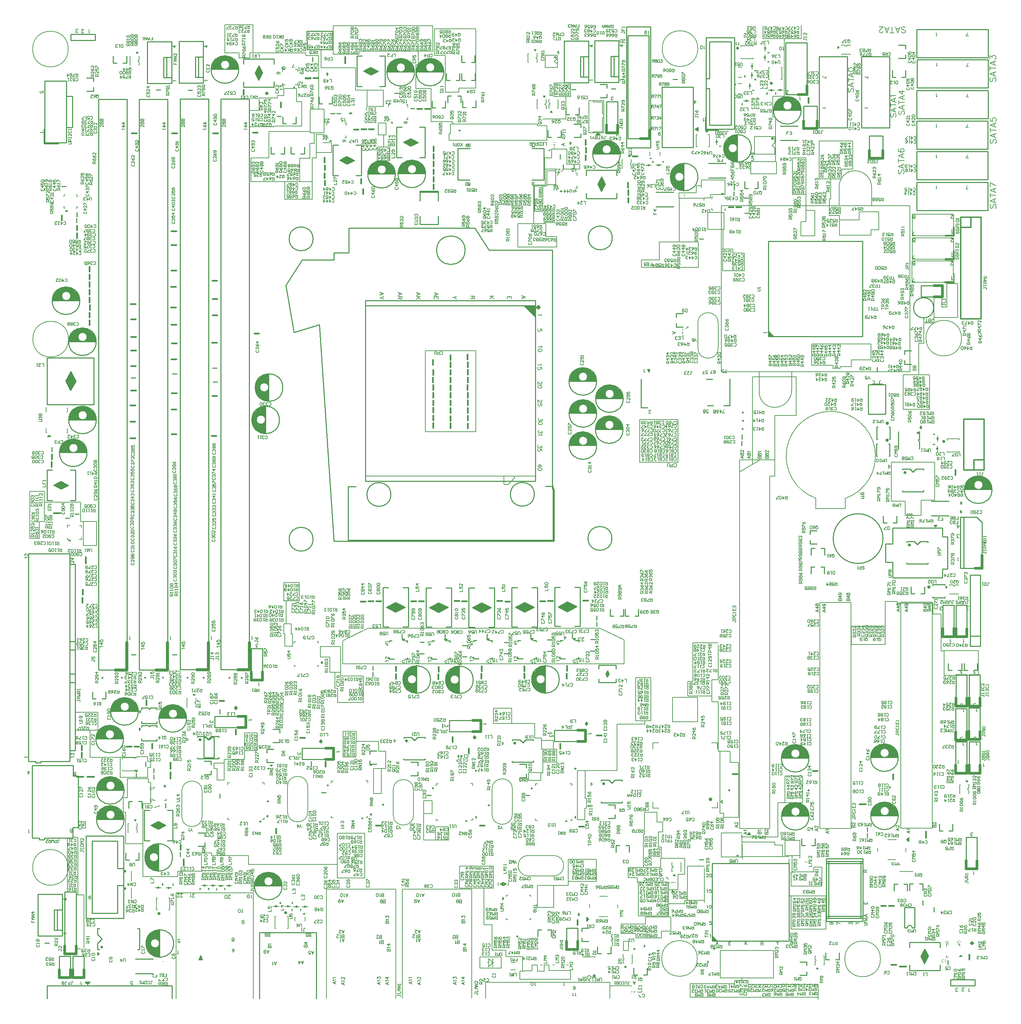
<source format=gto>
%FSLAX25Y25*%
%MOIN*%
G70*
G01*
G75*
%ADD10C,0.01000*%
%ADD11C,0.00800*%
%ADD12C,0.06000*%
%ADD13C,0.00600*%
%ADD14C,0.07000*%
%ADD15C,0.00500*%
%ADD16C,0.04000*%
%ADD17C,0.02500*%
%ADD18C,0.06500*%
%ADD19C,0.01772*%
%ADD20C,0.01772*%
%ADD21O,0.01260X0.03543*%
%ADD22R,0.03465X0.03465*%
%ADD23R,0.03937X0.05276*%
%ADD24R,0.05276X0.03937*%
%ADD25R,0.03465X0.03465*%
%ADD26R,0.02284X0.02362*%
%ADD27O,0.01181X0.03937*%
%ADD28O,0.03937X0.01181*%
%ADD29O,0.03937X0.01181*%
%ADD30R,0.02362X0.02284*%
%ADD31R,0.02756X0.03543*%
%ADD32O,0.01181X0.06299*%
%ADD33O,0.05906X0.01260*%
%ADD34O,0.01260X0.05906*%
%ADD35C,0.01024*%
%ADD36O,0.01181X0.06299*%
%ADD37R,0.02362X0.02284*%
%ADD38R,0.04600X0.03200*%
%ADD39C,0.03150*%
%ADD40R,0.02677X0.06299*%
%ADD41O,0.00984X0.02992*%
%ADD42R,0.06299X0.07284*%
%ADD43O,0.00906X0.03937*%
%ADD44O,0.01299X0.03347*%
%ADD45O,0.03622X0.01024*%
%ADD46O,0.01299X0.08661*%
%ADD47R,0.09843X0.12992*%
%ADD48O,0.05315X0.01654*%
%ADD49R,0.03937X0.01772*%
%ADD50O,0.01181X0.02992*%
%ADD51R,0.02165X0.05315*%
%ADD52O,0.01378X0.06500*%
%ADD53R,0.01299X0.02756*%
%ADD54R,0.02756X0.01299*%
%ADD55O,0.03937X0.00906*%
%ADD56R,0.05118X0.05906*%
%ADD57R,0.05394X0.06496*%
%ADD58O,0.07087X0.01575*%
%ADD59O,0.03937X0.01260*%
%ADD60O,0.01260X0.03937*%
%ADD61R,0.07284X0.06299*%
%ADD62R,0.05197X0.02362*%
%ADD63O,0.05000X0.01575*%
%ADD64R,0.07874X0.02835*%
%ADD65O,0.01575X0.05906*%
%ADD66R,0.07008X0.12992*%
%ADD67R,0.02165X0.05315*%
%ADD68R,0.03543X0.02756*%
%ADD69O,0.02992X0.00984*%
%ADD70R,0.05315X0.02165*%
%ADD71C,0.01654*%
%ADD72C,0.01181*%
%ADD73O,0.01575X0.05000*%
%ADD74R,0.05000X0.05079*%
%ADD75R,0.14173X0.10236*%
%ADD76R,0.11811X0.08268*%
%ADD77R,0.03937X0.05276*%
%ADD78O,0.00984X0.03386*%
%ADD79O,0.01181X0.03600*%
%ADD80R,0.07874X0.08268*%
%ADD81R,0.10236X0.14173*%
%ADD82R,0.01575X0.03150*%
%ADD83R,0.03200X0.04600*%
%ADD84R,0.05079X0.05000*%
%ADD85O,0.01575X0.05433*%
%ADD86R,0.02362X0.05197*%
%ADD87O,0.01654X0.06102*%
%ADD88R,0.10236X0.05118*%
%ADD89R,0.08465X0.07874*%
%ADD90R,0.06378X0.02835*%
%ADD91R,0.08465X0.08071*%
%ADD92R,0.07874X0.04724*%
%ADD93O,0.03386X0.00984*%
%ADD94R,0.05906X0.05118*%
%ADD95O,0.01260X0.03937*%
%ADD96O,0.03937X0.01260*%
%ADD97R,0.06181X0.07165*%
%ADD98R,0.01890X0.03937*%
%ADD99R,0.02953X0.03937*%
%ADD100R,0.02284X0.02362*%
%ADD101R,0.03465X0.03465*%
%ADD102O,0.07500X0.02400*%
%ADD103R,0.03150X0.01575*%
%ADD104R,0.05748X0.04409*%
%ADD105O,0.01378X0.06772*%
%ADD106O,0.03937X0.01496*%
%ADD107O,0.08000X0.02400*%
%ADD108R,0.06693X0.02835*%
%ADD109O,0.03600X0.01181*%
%ADD110R,0.14173X0.10236*%
%ADD111R,0.07874X0.07677*%
%ADD112R,0.07284X0.06299*%
%ADD113O,0.07087X0.01575*%
%ADD114O,0.03937X0.01496*%
%ADD115O,0.03347X0.01299*%
%ADD116R,0.07874X0.07677*%
%ADD117R,0.08661X0.09843*%
%ADD118R,0.03465X0.03465*%
%ADD119R,0.17500X0.17500*%
%ADD120R,0.13780X0.09843*%
%ADD121R,0.05276X0.03937*%
%ADD122O,0.01181X0.03740*%
%ADD123O,0.03800X0.01181*%
%ADD124O,0.02677X0.08071*%
%ADD125O,0.01260X0.05700*%
%ADD126O,0.01181X0.10827*%
%ADD127R,0.06496X0.06496*%
%ADD128R,0.07874X0.07874*%
%ADD129R,0.07087X0.07087*%
%ADD130R,0.12205X0.08268*%
%ADD131R,0.12205X0.01693*%
%ADD132R,0.09843X0.06772*%
%ADD133R,0.20472X0.13780*%
%ADD134C,0.01024*%
%ADD135C,0.01200*%
%ADD136R,0.06496X0.06496*%
%ADD137R,0.13780X0.13780*%
%ADD138R,0.13780X0.09843*%
%ADD139R,0.16929X0.08661*%
%ADD140R,0.03937X0.01772*%
G04:AMPARAMS|DCode=141|XSize=39.37mil|YSize=52.76mil|CornerRadius=0mil|HoleSize=0mil|Usage=FLASHONLY|Rotation=90.000|XOffset=0mil|YOffset=0mil|HoleType=Round|Shape=Octagon|*
%AMOCTAGOND141*
4,1,8,-0.02638,-0.00984,-0.02638,0.00984,-0.01654,0.01969,0.01654,0.01969,0.02638,0.00984,0.02638,-0.00984,0.01654,-0.01969,-0.01654,-0.01969,-0.02638,-0.00984,0.0*
%
%ADD141OCTAGOND141*%

%ADD142C,0.04000*%
%ADD143R,0.05512X0.03937*%
%ADD144R,0.11221X0.13976*%
%ADD145C,0.01260*%
%ADD146R,0.04724X0.11024*%
%ADD147C,0.01772*%
%ADD148O,0.02362X0.14567*%
%ADD149C,0.01800*%
%ADD150C,0.01500*%
%ADD151C,0.02000*%
%ADD152C,0.00700*%
%ADD153C,0.01200*%
%ADD154C,0.01969*%
%ADD155C,0.03000*%
%ADD156C,0.01600*%
%ADD157C,0.01300*%
%ADD158C,0.00350*%
%ADD159C,0.00400*%
%ADD160C,0.00300*%
%ADD161C,0.00900*%
%ADD162R,0.05900X0.04550*%
%ADD163R,0.18350X0.18100*%
%ADD164R,0.06850X0.04700*%
%ADD165R,0.16050X0.28800*%
%ADD166R,0.10850X0.06672*%
%ADD167R,0.10700X0.03150*%
%ADD168R,0.11100X0.08100*%
%ADD169R,0.22300X0.22300*%
%ADD170R,0.02500X0.02950*%
%ADD171R,0.03800X0.02950*%
%ADD172R,0.06900X0.06650*%
%ADD173R,0.03100X0.03600*%
%ADD174R,0.19050X0.02650*%
%ADD175R,0.02450X0.09200*%
%ADD176R,0.03550X0.06550*%
%ADD177R,0.02550X0.02600*%
%ADD178R,0.18600X0.02300*%
%ADD179R,0.01971X0.08558*%
%ADD180C,0.03937*%
%ADD181O,0.04528X0.04921*%
%ADD182C,0.04331*%
%ADD183C,0.04134*%
%ADD184C,0.05709*%
%ADD185C,0.07874*%
%ADD186C,0.05315*%
%ADD187O,0.04528X0.04921*%
%ADD188C,0.05906*%
%ADD189R,0.05709X0.05709*%
%ADD190R,0.04134X0.04134*%
%ADD191R,0.05906X0.05906*%
%ADD192C,0.05906*%
%ADD193R,0.05906X0.05906*%
%ADD194R,0.04528X0.04921*%
%ADD195C,0.06102*%
%ADD196R,0.06102X0.06102*%
%ADD197R,0.05315X0.05315*%
%ADD198C,0.05118*%
%ADD199C,0.06102*%
%ADD200O,0.05118X0.05118*%
%ADD201C,0.05512*%
%ADD202C,0.05000*%
%ADD203C,0.06200*%
%ADD204R,0.05906X0.05906*%
%ADD205R,0.04331X0.04528*%
%ADD206C,0.06500*%
%ADD207R,0.06500X0.06500*%
%ADD208R,0.05709X0.05709*%
%ADD209R,0.06200X0.06200*%
%ADD210C,0.06299*%
%ADD211R,0.06299X0.06299*%
%ADD212R,0.05709X0.05709*%
%ADD213C,0.04331*%
%ADD214R,0.05315X0.05315*%
%ADD215R,0.05000X0.05000*%
%ADD216R,0.05315X0.05315*%
%ADD217C,0.05315*%
%ADD218R,0.05315X0.05315*%
%ADD219C,0.07874*%
%ADD220C,0.04134*%
%ADD221O,0.04331X0.03937*%
%ADD222O,0.04331X0.03937*%
%ADD223R,0.05118X0.05118*%
%ADD224C,0.06299*%
%ADD225C,0.05709*%
%ADD226R,0.04134X0.04134*%
%ADD227O,0.14567X0.05000*%
%ADD228C,0.12205*%
%ADD229C,0.12205*%
%ADD230C,0.05118*%
%ADD231C,0.08268*%
%ADD232C,0.08268*%
%ADD233C,0.05512*%
%ADD234O,0.15354X0.05906*%
%ADD235O,0.11811X0.06221*%
%ADD236R,0.04134X0.04134*%
%ADD237C,0.22441*%
%ADD238C,0.02165*%
%ADD239C,0.01969*%
%ADD240C,0.02165*%
%ADD241C,0.02559*%
%ADD242C,0.02047*%
%ADD243C,0.02362*%
%ADD244C,0.02756*%
%ADD245C,0.01890*%
%ADD246C,0.01890*%
%ADD247C,0.03543*%
%ADD248C,0.02559*%
%ADD249C,0.02047*%
%ADD250C,0.03543*%
%ADD251C,0.03150*%
%ADD252C,0.02756*%
%ADD253R,0.24200X0.05950*%
%ADD254R,0.23900X0.06050*%
%ADD255R,0.05911X0.06527*%
%ADD256R,0.06150X0.03200*%
%ADD257R,0.09050X0.02750*%
%ADD258R,0.05216X0.03337*%
%ADD259R,0.06800X0.01900*%
%ADD260R,0.04950X0.07100*%
%ADD261R,0.07750X0.02200*%
%ADD262R,0.03719X0.04789*%
%ADD263R,0.06700X0.02700*%
%ADD264R,0.14425X0.06794*%
%ADD265R,0.11550X0.03200*%
%ADD266R,0.32600X0.02950*%
%ADD267R,0.33585X0.02339*%
%ADD268R,0.05859X0.04781*%
%ADD269R,0.02737X0.07120*%
%ADD270R,0.04000X0.04100*%
%ADD271C,0.02800*%
%ADD272R,0.07309X0.09456*%
%ADD273R,0.24200X0.06150*%
%ADD274R,0.11000X0.05750*%
%ADD275R,0.13400X0.11100*%
%ADD276R,0.03300X0.01150*%
%ADD277R,0.23000X0.05750*%
%ADD278R,0.24600X0.06350*%
%ADD279R,0.24350X0.06500*%
%ADD280R,0.02900X0.09800*%
%ADD281R,0.21100X0.02900*%
%ADD282R,0.03178X0.10400*%
%ADD283R,0.19100X0.03150*%
%ADD284R,0.07500X0.04250*%
%ADD285R,0.11750X0.02150*%
%ADD286R,0.19182X0.02374*%
%ADD287R,0.02300X0.10000*%
%ADD288R,0.03150X0.11085*%
%ADD289R,0.34850X0.02950*%
%ADD290R,0.33337X0.02093*%
%ADD291R,0.03150X0.04921*%
%ADD292R,0.01772X0.03937*%
%ADD293R,0.01260X0.03347*%
%ADD294R,0.01693X0.02598*%
%ADD295R,0.07087X0.12992*%
%ADD296R,0.04921X0.03150*%
%ADD297O,0.06500X0.01378*%
%ADD298O,0.06772X0.01378*%
%ADD299C,0.02598*%
%ADD300O,0.03150X0.02800*%
%ADD301R,0.04921X0.03150*%
%ADD302R,0.03937X0.05118*%
%ADD303R,0.11811X0.08268*%
%ADD304R,0.07087X0.12992*%
%ADD305O,0.01260X0.02992*%
%ADD306R,0.03543X0.03937*%
%ADD307R,0.16929X0.08661*%
%ADD308R,0.01772X0.03937*%
%ADD309C,0.02598*%
%ADD310R,0.03150X0.04921*%
%ADD311R,0.22050X0.22150*%
%ADD312R,0.08800X0.13800*%
%ADD313R,0.06850X0.09350*%
%ADD314R,0.06700X0.06650*%
%ADD315R,0.04883X0.10114*%
%ADD316R,0.04200X0.08450*%
%ADD317R,0.05300X0.06350*%
%ADD318R,0.01850X0.01750*%
%ADD319R,0.08350X0.05850*%
%ADD320R,0.08862X0.08774*%
%ADD321R,1.37250X0.04150*%
%ADD322R,0.05150X0.04000*%
%ADD323R,0.02150X0.01200*%
%ADD324R,0.03900X0.03450*%
%ADD325R,0.06050X0.17150*%
%ADD326R,0.06219X0.12738*%
%ADD327R,0.01550X0.05150*%
%ADD328R,0.05500X0.03350*%
%ADD329R,0.00850X0.01038*%
%ADD330R,0.01550X0.01750*%
%ADD331C,0.00550*%
%ADD332C,0.00450*%
D10*
X4516150Y1797300D02*
G03*
X4511150Y1797300I-2500J0D01*
G01*
X4537357Y2407300D02*
G03*
X4537357Y2407300I-9957J0D01*
G01*
X4336590Y1932600D02*
G03*
X4336590Y1932600I-640J0D01*
G01*
X4414790D02*
G03*
X4414790Y1932600I-640J0D01*
G01*
X4494790Y1935500D02*
G03*
X4494790Y1935500I-640J0D01*
G01*
X4349983Y2304300D02*
G03*
X4349983Y2304300I-583J0D01*
G01*
X4350183Y2296200D02*
G03*
X4350183Y2296200I-583J0D01*
G01*
X4349883Y2288100D02*
G03*
X4349883Y2288100I-583J0D01*
G01*
X4165681Y2653700D02*
G03*
X4165681Y2653700I-781J0D01*
G01*
X3908339Y2624300D02*
G03*
X3908339Y2624300I-538J0D01*
G01*
X3895865Y1838400D02*
G03*
X3895865Y1838400I-13565J0D01*
G01*
X3886941Y1843100D02*
G03*
X3886941Y1843100I-4441J0D01*
G01*
X3775241Y1782100D02*
G03*
X3775241Y1782100I-4441J0D01*
G01*
X3789065Y1781900D02*
G03*
X3789065Y1781900I-13565J0D01*
G01*
X3787965Y1866600D02*
G03*
X3787965Y1866600I-13565J0D01*
G01*
X3774141Y1866800D02*
G03*
X3774141Y1866800I-4441J0D01*
G01*
X3731441Y1937200D02*
G03*
X3731441Y1937200I-4441J0D01*
G01*
X3740365Y1932500D02*
G03*
X3740365Y1932500I-13565J0D01*
G01*
Y1903900D02*
G03*
X3740365Y1903900I-13565J0D01*
G01*
X3731441Y1908600D02*
G03*
X3731441Y1908600I-4441J0D01*
G01*
X3730841Y1987700D02*
G03*
X3730841Y1987700I-4441J0D01*
G01*
X3739765Y1983000D02*
G03*
X3739765Y1983000I-13565J0D01*
G01*
X3754365Y2010200D02*
G03*
X3754365Y2010200I-13565J0D01*
G01*
X3745441Y2014900D02*
G03*
X3745441Y2014900I-4441J0D01*
G01*
X3792941Y2008000D02*
G03*
X3792941Y2008000I-4441J0D01*
G01*
X3801865Y2003300D02*
G03*
X3801865Y2003300I-13565J0D01*
G01*
X4041965Y2041600D02*
G03*
X4041965Y2041600I-13565J0D01*
G01*
X4028141Y2041800D02*
G03*
X4028141Y2041800I-4441J0D01*
G01*
X4070141Y2041500D02*
G03*
X4070141Y2041500I-4441J0D01*
G01*
X4083965Y2041300D02*
G03*
X4083965Y2041300I-13565J0D01*
G01*
X4168665Y2041700D02*
G03*
X4168665Y2041700I-13565J0D01*
G01*
X4154841Y2041900D02*
G03*
X4154841Y2041900I-4441J0D01*
G01*
X4493491Y1912200D02*
G03*
X4493491Y1912200I-4441J0D01*
G01*
X4502415Y1907500D02*
G03*
X4502415Y1907500I-13565J0D01*
G01*
X4414615Y1907000D02*
G03*
X4414615Y1907000I-13565J0D01*
G01*
X4405691Y1911700D02*
G03*
X4405691Y1911700I-4441J0D01*
G01*
X4405591Y1968800D02*
G03*
X4405591Y1968800I-4441J0D01*
G01*
X4414515Y1964100D02*
G03*
X4414515Y1964100I-13565J0D01*
G01*
X4502315Y1964700D02*
G03*
X4502315Y1964700I-13565J0D01*
G01*
X4493391Y1969400D02*
G03*
X4493391Y1969400I-4441J0D01*
G01*
X4585741Y2233000D02*
G03*
X4585741Y2233000I-4441J0D01*
G01*
X4594665Y2228300D02*
G03*
X4594665Y2228300I-13565J0D01*
G01*
X4205565Y2271700D02*
G03*
X4205565Y2271700I-13565J0D01*
G01*
X4196641Y2276400D02*
G03*
X4196641Y2276400I-4441J0D01*
G01*
X4222541Y2292100D02*
G03*
X4222541Y2292100I-4441J0D01*
G01*
X4231465Y2287400D02*
G03*
X4231465Y2287400I-13565J0D01*
G01*
X4205565Y2303300D02*
G03*
X4205565Y2303300I-13565J0D01*
G01*
X4196641Y2308000D02*
G03*
X4196641Y2308000I-4441J0D01*
G01*
X4222741Y2322600D02*
G03*
X4222741Y2322600I-4441J0D01*
G01*
X4231665Y2317900D02*
G03*
X4231665Y2317900I-13565J0D01*
G01*
X4205465Y2334800D02*
G03*
X4205465Y2334800I-13565J0D01*
G01*
X4196541Y2339500D02*
G03*
X4196541Y2339500I-4441J0D01*
G01*
X4397841Y2606200D02*
G03*
X4397841Y2606200I-4441J0D01*
G01*
X4406765Y2601500D02*
G03*
X4406765Y2601500I-13565J0D01*
G01*
X4357765Y2564100D02*
G03*
X4357765Y2564100I-13565J0D01*
G01*
X4343941Y2564300D02*
G03*
X4343941Y2564300I-4441J0D01*
G01*
X4291341Y2536100D02*
G03*
X4291341Y2536100I-4441J0D01*
G01*
X4305165Y2535900D02*
G03*
X4305165Y2535900I-13565J0D01*
G01*
X4228765Y2558400D02*
G03*
X4228765Y2558400I-13565J0D01*
G01*
X4219841Y2563100D02*
G03*
X4219841Y2563100I-4441J0D01*
G01*
X3998441Y2543300D02*
G03*
X3998441Y2543300I-4441J0D01*
G01*
X4007365Y2538600D02*
G03*
X4007365Y2538600I-13565J0D01*
G01*
X4037165Y2539000D02*
G03*
X4037165Y2539000I-13565J0D01*
G01*
X4028241Y2543700D02*
G03*
X4028241Y2543700I-4441J0D01*
G01*
X4017241Y2643700D02*
G03*
X4017241Y2643700I-4441J0D01*
G01*
X4026165Y2639000D02*
G03*
X4026165Y2639000I-13565J0D01*
G01*
X4055065Y2639100D02*
G03*
X4055065Y2639100I-13565J0D01*
G01*
X4046141Y2643800D02*
G03*
X4046141Y2643800I-4441J0D01*
G01*
X3844241Y2646300D02*
G03*
X3844241Y2646300I-4441J0D01*
G01*
X3853165Y2641600D02*
G03*
X3853165Y2641600I-13565J0D01*
G01*
X4076000Y2463900D02*
G03*
X4076000Y2463900I-14000J0D01*
G01*
X3926334Y2475100D02*
G03*
X3926334Y2475100I-11734J0D01*
G01*
X4220834Y2476000D02*
G03*
X4220834Y2476000I-11734J0D01*
G01*
X4220534Y2180400D02*
G03*
X4220534Y2180400I-11734J0D01*
G01*
X3926334Y2179600D02*
G03*
X3926334Y2179600I-11734J0D01*
G01*
X4144134Y2223800D02*
G03*
X4144134Y2223800I-11734J0D01*
G01*
X4002934Y2223600D02*
G03*
X4002934Y2223600I-11734J0D01*
G01*
X4487347Y2180200D02*
G03*
X4487347Y2180200I-24497J0D01*
G01*
X4128140Y1788900D02*
G03*
X4128140Y1788900I-640J0D01*
G01*
X4176140Y1902300D02*
G03*
X4176140Y1902300I-640J0D01*
G01*
X4198040Y1917200D02*
G03*
X4198040Y1917200I-640J0D01*
G01*
X4185140Y1953900D02*
G03*
X4185140Y1953900I-640J0D01*
G01*
X4077740Y1902400D02*
G03*
X4077740Y1902400I-640J0D01*
G01*
X4099940Y1917900D02*
G03*
X4099940Y1917900I-640J0D01*
G01*
X3995940Y1918500D02*
G03*
X3995940Y1918500I-640J0D01*
G01*
X3882540Y1921800D02*
G03*
X3882540Y1921800I-640J0D01*
G01*
X3875140Y1901900D02*
G03*
X3875140Y1901900I-640J0D01*
G01*
X3975440Y1905100D02*
G03*
X3975440Y1905100I-640J0D01*
G01*
X3821400Y1984700D02*
G03*
X3826400Y1984700I2500J0D01*
G01*
X4142140Y1934500D02*
G03*
X4142140Y1934500I-640J0D01*
G01*
X4045040Y1934700D02*
G03*
X4045040Y1934700I-640J0D01*
G01*
X3941540Y1937400D02*
G03*
X3941540Y1937400I-640J0D01*
G01*
X4087340Y1951900D02*
G03*
X4087340Y1951900I-640J0D01*
G01*
X3983940Y1957500D02*
G03*
X3983940Y1957500I-640J0D01*
G01*
X3883140Y1954000D02*
G03*
X3883140Y1954000I-640J0D01*
G01*
X3719254Y1778400D02*
G03*
X3719254Y1778400I-854J0D01*
G01*
X3742000Y1835987D02*
G03*
X3742000Y1835987I-721J0D01*
G01*
Y1852987D02*
G03*
X3742000Y1852987I-721J0D01*
G01*
X3753306Y1951600D02*
G03*
X3753306Y1951600I-806J0D01*
G01*
X3856783Y2043200D02*
G03*
X3856783Y2043200I-583J0D01*
G01*
X3844683Y2043300D02*
G03*
X3844683Y2043300I-583J0D01*
G01*
X3819283D02*
G03*
X3819283Y2043300I-583J0D01*
G01*
X3803383Y2043400D02*
G03*
X3803383Y2043400I-583J0D01*
G01*
X3779283D02*
G03*
X3779283Y2043400I-583J0D01*
G01*
X3761683D02*
G03*
X3761683Y2043400I-583J0D01*
G01*
X3738683D02*
G03*
X3738683Y2043400I-583J0D01*
G01*
X3719683Y2043300D02*
G03*
X3719683Y2043300I-583J0D01*
G01*
X3893265Y2297000D02*
G03*
X3893265Y2297000I-13565J0D01*
G01*
X3879441Y2297200D02*
G03*
X3879441Y2297200I-4441J0D01*
G01*
X3882741Y2329000D02*
G03*
X3882741Y2329000I-4441J0D01*
G01*
X3896565Y2328800D02*
G03*
X3896565Y2328800I-13565J0D01*
G01*
X3696765Y2414200D02*
G03*
X3696765Y2414200I-13565J0D01*
G01*
X3687841Y2418900D02*
G03*
X3687841Y2418900I-4441J0D01*
G01*
X3703941Y2378600D02*
G03*
X3703941Y2378600I-4441J0D01*
G01*
X3712865Y2373900D02*
G03*
X3712865Y2373900I-13565J0D01*
G01*
X3712965Y2296900D02*
G03*
X3712965Y2296900I-13565J0D01*
G01*
X3704041Y2301600D02*
G03*
X3704041Y2301600I-4441J0D01*
G01*
X3694941Y2269300D02*
G03*
X3694941Y2269300I-4441J0D01*
G01*
X3703865Y2264600D02*
G03*
X3703865Y2264600I-13565J0D01*
G01*
X4141420Y2533000D02*
X4153621D01*
Y2564100D01*
X4141821D02*
X4153621D01*
X4068921D02*
X4080820D01*
X4068921Y2533000D02*
Y2564100D01*
Y2533000D02*
X4080621D01*
X4497350Y2190600D02*
X4545850D01*
Y2182100D02*
Y2190600D01*
Y2182100D02*
X4550850D01*
Y2150400D02*
Y2182100D01*
X4545750Y2150400D02*
X4550850D01*
X4545750Y2141800D02*
Y2150400D01*
X4496850Y2141800D02*
X4545750D01*
X4496850D02*
Y2157100D01*
X4489950D02*
X4496850D01*
X4489950D02*
Y2175100D01*
X4496950D01*
Y2190600D01*
X4502450D01*
X4538950Y2192100D02*
X4540350Y2193500D01*
X4537550D02*
X4540350D01*
X4537550D02*
X4538850Y2192200D01*
X4518650Y1797300D02*
Y1817300D01*
X4508650D02*
X4518650D01*
X4508650Y1797300D02*
Y1817300D01*
Y1797300D02*
X4511150D01*
X4516150D02*
X4518650D01*
X4553750Y1740400D02*
X4556350D01*
X4553750D02*
Y1746400D01*
X4577850D01*
Y1740400D02*
Y1746400D01*
X4553950Y1740400D02*
X4577850D01*
X4559050Y1949400D02*
X4569850D01*
Y1980300D01*
X4559050D02*
X4569850D01*
X4559050Y1949200D02*
Y1980300D01*
X4572250Y1949500D02*
X4583050D01*
Y1980400D01*
X4572250D02*
X4583050D01*
X4572250Y1949300D02*
Y1980400D01*
X4559250Y2083700D02*
X4570050D01*
Y2114600D01*
X4559250D02*
X4570050D01*
X4559250Y2083500D02*
Y2114600D01*
X4546350Y2083800D02*
X4557150D01*
Y2114700D01*
X4546350D02*
X4557150D01*
X4546350Y2083600D02*
Y2114700D01*
X4306400Y2475100D02*
X4310600D01*
X4215300Y2579100D02*
Y2610200D01*
X4226100D01*
Y2579300D02*
Y2610200D01*
X4215300Y2579300D02*
X4226100D01*
X3946000Y2537400D02*
X3951300D01*
X3946000D02*
Y2567400D01*
X3951200D01*
X3968600D02*
X3973900D01*
Y2537400D02*
Y2567400D01*
X3968600Y2537400D02*
X3973900D01*
X3920600Y2661300D02*
X3922600D01*
X3920600D02*
Y2669700D01*
X3920200D02*
X3920600D01*
X3920200D02*
Y2679300D01*
X3945600D01*
Y2661300D02*
Y2679300D01*
X3921000Y2661300D02*
X3945600D01*
X3688100Y2670500D02*
X3712000D01*
Y2676500D01*
X3687900D02*
X3712000D01*
X3687900Y2670500D02*
Y2676500D01*
Y2670500D02*
X3690500D01*
X4224600Y1871800D02*
Y1878500D01*
X4228100D01*
X4234200D02*
X4237700D01*
Y1871800D02*
Y1878500D01*
X4147700Y1788600D02*
Y1795300D01*
X4151200D01*
X4157300D02*
X4160800D01*
Y1788600D02*
Y1795300D01*
X4471850Y1892000D02*
Y1896200D01*
X4471750Y1886200D02*
Y1890400D01*
X4525000Y2288400D02*
Y2289900D01*
X4523600Y2289800D02*
X4525000Y2288400D01*
X4523600Y2289800D02*
X4525000Y2291200D01*
Y2288600D02*
Y2291200D01*
X4523300Y2278500D02*
Y2285600D01*
X4522000Y2277200D02*
X4523300Y2278500D01*
X4522000Y2277200D02*
X4523300Y2275900D01*
Y2268400D02*
Y2275900D01*
X4502500Y2268000D02*
Y2285400D01*
X4493200Y2261300D02*
X4493900D01*
Y2273400D01*
X4492900D02*
X4493900D01*
X4480900D02*
X4481900D01*
X4480900Y2261300D02*
Y2273400D01*
Y2261300D02*
X4482000D01*
X4493400Y2278000D02*
X4494100D01*
Y2290100D01*
X4493100D02*
X4494100D01*
X4481100D02*
X4482100D01*
X4481100Y2278000D02*
Y2290100D01*
Y2278000D02*
X4482200D01*
X4481400Y2344500D02*
Y2348700D01*
X4348400Y2278200D02*
Y2282400D01*
X4348200Y2271700D02*
Y2275900D01*
X4473000Y2331700D02*
X4487400D01*
X4473000Y2302600D02*
Y2331700D01*
Y2302600D02*
X4489900D01*
Y2331700D01*
X4486500D02*
X4489900D01*
X4486500D02*
Y2332400D01*
X4476400D02*
X4486500D01*
X4159900Y2599600D02*
X4160700Y2600600D01*
X4159900Y2599600D02*
X4161500D01*
X4160700Y2600600D02*
X4161500Y2599600D01*
X4153800Y2614800D02*
X4154600Y2615800D01*
X4153000D02*
X4154600D01*
X4153000D02*
X4153800Y2614800D01*
X4144900Y2660300D02*
X4145700Y2661300D01*
X4144100D02*
X4145700D01*
X4144100D02*
X4144900Y2660300D01*
X4172400Y2543900D02*
Y2548100D01*
X4183100Y2543800D02*
Y2548000D01*
X4169400Y2553700D02*
Y2557900D01*
X4022100Y2603300D02*
X4026300D01*
X4006400Y2618300D02*
X4010600D01*
X3943700Y2598500D02*
X3947900D01*
X3949400Y2598300D02*
X3953600D01*
X3890800Y2595800D02*
X3895000D01*
X3926000Y2649400D02*
Y2653600D01*
X3693800Y2496700D02*
Y2500900D01*
X3693500Y2490900D02*
Y2495100D01*
X3678900Y2526600D02*
X3683100D01*
X3662800Y2630500D02*
X3683400D01*
Y2569600D02*
Y2630500D01*
X3662300Y2569600D02*
X3683400D01*
X3662300D02*
Y2630500D01*
X3664300D01*
X3683600Y2615500D02*
X3689400D01*
Y2584600D02*
Y2615500D01*
X3683600Y2584600D02*
X3689400D01*
X3661600Y2568700D02*
Y2583000D01*
Y2568700D02*
X3675800D01*
X3869200Y1838700D02*
X3895700D01*
X3775200Y1768800D02*
Y1795300D01*
X3774100Y1853500D02*
Y1880000D01*
X3713700Y1932800D02*
X3740200D01*
X3713700Y1904200D02*
X3740200D01*
X3713100Y1983300D02*
X3739600D01*
X3727700Y2010500D02*
X3754200D01*
X3775200Y2003600D02*
X3801700D01*
X4028100Y2028500D02*
Y2055000D01*
X4070100Y2028200D02*
Y2054700D01*
X4154800Y2028600D02*
Y2055100D01*
X4475750Y1907800D02*
X4502250D01*
X4387950Y1907300D02*
X4414450D01*
X4387850Y1964400D02*
X4414350D01*
X4475650Y1965000D02*
X4502150D01*
X4568000Y2228600D02*
X4594500D01*
X4178900Y2272000D02*
X4205400D01*
X4204800Y2287700D02*
X4231300D01*
X4178900Y2303600D02*
X4205400D01*
X4205000Y2318200D02*
X4231500D01*
X4178800Y2335100D02*
X4205300D01*
X4380100Y2601800D02*
X4406600D01*
X4343900Y2551000D02*
Y2577500D01*
X4291300Y2522800D02*
Y2549300D01*
X4202100Y2558700D02*
X4228600D01*
X3980700Y2538900D02*
X4007200D01*
X4010500Y2539300D02*
X4037000D01*
X3999500Y2639300D02*
X4026000D01*
X4028400Y2639400D02*
X4054900D01*
X3826500Y2641900D02*
X3853000D01*
X3772000Y2621700D02*
X3776200D01*
X3803300Y2621500D02*
X3807500D01*
X3703600Y2633500D02*
X3710300D01*
Y2630000D02*
Y2633500D01*
Y2620400D02*
Y2623900D01*
X3703600Y2620400D02*
X3710300D01*
X3753100Y2657600D02*
X3753900Y2658600D01*
X3752300D02*
X3753900D01*
X3752300D02*
X3753100Y2657600D01*
X3742800Y2648000D02*
Y2654700D01*
X3739300Y2648000D02*
X3742800D01*
X3729700D02*
X3733200D01*
X3729700D02*
Y2654700D01*
X3813100Y1890700D02*
X3819800D01*
Y1887200D02*
Y1890700D01*
Y1877600D02*
Y1881100D01*
X3813100Y1877600D02*
X3819800D01*
X3741900Y1864200D02*
Y1870900D01*
Y1864200D02*
X3745400D01*
X3751500D02*
X3755000D01*
Y1870900D01*
X3722200Y2022600D02*
Y2029300D01*
X3718700Y2022600D02*
X3722200D01*
X3709100D02*
X3712600D01*
X3709100D02*
Y2029300D01*
X3886800Y1979600D02*
X3893500D01*
Y1983100D01*
Y1989200D02*
Y1992700D01*
X3886800D02*
X3893500D01*
X3880800Y1959900D02*
X3887500D01*
X3880800D02*
Y1963400D01*
Y1969500D02*
Y1973000D01*
X3887500D01*
X3982100Y1971400D02*
X3988800D01*
X3982100Y1967900D02*
Y1971400D01*
Y1958300D02*
Y1961800D01*
Y1958300D02*
X3988800D01*
X4022700Y1960300D02*
X4029400D01*
Y1956800D02*
Y1960300D01*
Y1947200D02*
Y1950700D01*
X4022700Y1947200D02*
X4029400D01*
X4129400Y1945200D02*
X4136100D01*
Y1948700D01*
Y1954800D02*
Y1958300D01*
X4129400D02*
X4136100D01*
X4216900Y1918300D02*
X4223600D01*
Y1914800D02*
Y1918300D01*
Y1905200D02*
Y1908700D01*
X4216900Y1905200D02*
X4223600D01*
X4190900Y1797100D02*
X4197600D01*
X4190900Y1793600D02*
Y1797100D01*
Y1784000D02*
Y1787500D01*
Y1784000D02*
X4197600D01*
X4219400Y1772100D02*
Y1778800D01*
X4215900Y1772100D02*
X4219400D01*
X4206300D02*
X4209800D01*
X4206300D02*
Y1778800D01*
X4242000Y1751100D02*
Y1757800D01*
Y1751100D02*
X4245500D01*
X4251600D02*
X4255100D01*
Y1757800D01*
X4405650Y1763800D02*
X4412350D01*
Y1760300D02*
Y1763800D01*
Y1750700D02*
Y1754200D01*
X4405650Y1750700D02*
X4412350D01*
X4444150Y1766100D02*
Y1772800D01*
X4440650Y1766100D02*
X4444150D01*
X4431050D02*
X4434550D01*
X4431050D02*
Y1772800D01*
X4407350Y1878400D02*
Y1885100D01*
Y1878400D02*
X4410850D01*
X4416950D02*
X4420450D01*
Y1885100D01*
X4511700Y1884500D02*
X4512000Y1885000D01*
X4511800Y1884100D02*
X4512000Y1885000D01*
X4510400Y1884400D02*
X4511800Y1884100D01*
X4510400Y1884400D02*
X4512400Y1886200D01*
Y1882500D02*
Y1886200D01*
X4510400Y1884400D02*
X4512400Y1882500D01*
X4542750Y1892800D02*
Y1899500D01*
Y1892800D02*
X4546250D01*
X4552350D02*
X4555850D01*
Y1899500D01*
X4564800Y2050800D02*
Y2057500D01*
X4561300Y2050800D02*
X4564800D01*
X4551700D02*
X4555200D01*
X4551700D02*
Y2057500D01*
X4567150Y2050800D02*
Y2057500D01*
Y2050800D02*
X4570650D01*
X4576750D02*
X4580250D01*
Y2057500D01*
X4528150Y2126000D02*
Y2132700D01*
X4524650Y2126000D02*
X4528150D01*
X4515050D02*
X4518550D01*
X4515050D02*
Y2132700D01*
X4487650Y2195800D02*
Y2202500D01*
Y2195800D02*
X4491150D01*
X4497250D02*
X4500750D01*
Y2202500D01*
X4508600Y2351800D02*
X4515300D01*
X4508600D02*
Y2355300D01*
Y2361400D02*
Y2364900D01*
X4515300D01*
X4283800Y2401600D02*
X4290500D01*
X4283800Y2398100D02*
Y2401600D01*
Y2388500D02*
Y2392000D01*
Y2388500D02*
X4290500D01*
X4509500Y2634100D02*
Y2640800D01*
X4506000Y2634100D02*
X4509500D01*
X4496400D02*
X4499900D01*
X4496400D02*
Y2640800D01*
X4364300Y2524700D02*
Y2531400D01*
X4360800Y2524700D02*
X4364300D01*
X4351200D02*
X4354700D01*
X4351200D02*
Y2531400D01*
X4209000Y2613900D02*
X4215700D01*
Y2617400D01*
Y2623500D02*
Y2627000D01*
X4209000D02*
X4215700D01*
X4183100Y2588100D02*
X4189800D01*
Y2584600D02*
Y2588100D01*
Y2575000D02*
Y2578500D01*
X4183100Y2575000D02*
X4189800D01*
X4157400Y2574900D02*
Y2581600D01*
Y2574900D02*
X4160900D01*
X4167000D02*
X4170500D01*
Y2581600D01*
X4188200Y2597500D02*
Y2604200D01*
X4184700Y2597500D02*
X4188200D01*
X4175100D02*
X4178600D01*
X4175100D02*
Y2604200D01*
X4072500Y2648700D02*
Y2655400D01*
Y2648700D02*
X4076000D01*
X4082100D02*
X4085600D01*
Y2655400D01*
X4070700Y2631000D02*
Y2637700D01*
X4067200Y2631000D02*
X4070700D01*
X4057600D02*
X4061100D01*
X4057600D02*
Y2637700D01*
X4072700Y2630900D02*
Y2637600D01*
Y2630900D02*
X4076200D01*
X4082300D02*
X4085800D01*
Y2637600D01*
X4056600Y2604100D02*
Y2610800D01*
X4053100Y2604100D02*
X4056600D01*
X4043500D02*
X4047000D01*
X4043500D02*
Y2610800D01*
X4071900Y2609100D02*
Y2615800D01*
X4068400D02*
X4071900D01*
X4058800D02*
X4062300D01*
X4058800Y2609100D02*
Y2615800D01*
X4086500Y2604300D02*
Y2611000D01*
X4083000Y2604300D02*
X4086500D01*
X4073400D02*
X4076900D01*
X4073400D02*
Y2611000D01*
X3885000Y2558600D02*
Y2565300D01*
Y2558600D02*
X3888500D01*
X3894600D02*
X3898100D01*
Y2565300D01*
X3917800Y2558700D02*
Y2565400D01*
X3914300Y2558700D02*
X3917800D01*
X3904700D02*
X3908200D01*
X3904700D02*
Y2565400D01*
X3932200Y2608000D02*
Y2614700D01*
Y2608000D02*
X3935700D01*
X3941800D02*
X3945300D01*
Y2614700D01*
X3909600Y2588272D02*
Y2594972D01*
X3906100Y2588272D02*
X3909600D01*
X3896500D02*
X3900000D01*
X3896500D02*
Y2594972D01*
X4196000Y1805100D02*
X4196300Y1805600D01*
X4196000Y1805100D02*
X4196200Y1806000D01*
X4197600Y1805700D01*
X4195600Y1803900D02*
X4197600Y1805700D01*
X4195600Y1803900D02*
Y1807600D01*
X4197600Y1805700D01*
X4524800Y2418200D02*
Y2419500D01*
Y2418200D02*
X4546500D01*
Y2429200D01*
X4524800D02*
X4546500D01*
X4524800Y2418400D02*
Y2429200D01*
X4225300Y2537400D02*
Y2542700D01*
X4195300D02*
X4225300D01*
X4195300Y2537400D02*
Y2542700D01*
Y2514800D02*
Y2520000D01*
Y2514800D02*
X4225300D01*
Y2520100D01*
X3888000Y2624300D02*
Y2629600D01*
X3858000Y2624300D02*
X3888000D01*
X3858000D02*
Y2629500D01*
Y2646900D02*
Y2652200D01*
X3888000D01*
Y2646900D02*
Y2652200D01*
X4008600Y2554900D02*
X4013900D01*
X4008600D02*
Y2584900D01*
X4013800D01*
X4031200D02*
X4036500D01*
Y2554900D02*
Y2584900D01*
X4031200Y2554900D02*
X4036500D01*
X3664500Y2217700D02*
X3669800D01*
X3664500D02*
Y2247700D01*
X3669700D01*
X3687100D02*
X3692400D01*
Y2217700D02*
Y2247700D01*
X3687100Y2217700D02*
X3692400D01*
X3782800Y1883100D02*
X3788100D01*
Y1913100D01*
X3782800D02*
X3788100D01*
X3760200D02*
X3765400D01*
X3760200Y1883100D02*
Y1913100D01*
Y1883100D02*
X3765500D01*
X4513550Y1777900D02*
Y1783200D01*
X4543550D01*
Y1778000D02*
Y1783200D01*
Y1755300D02*
Y1760600D01*
X4513550Y1755300D02*
X4543550D01*
X4513550D02*
Y1760600D01*
X3682000Y1771700D02*
Y1832800D01*
Y1771700D02*
X3693200D01*
Y1832800D01*
X3682000D02*
X3693200D01*
X3655900Y1830300D02*
X3679600D01*
Y1789300D02*
Y1830300D01*
X3655700Y1789300D02*
X3679600D01*
X3655700D02*
Y1830300D01*
X3660500D01*
X3671700Y1814900D02*
X3679500D01*
X3671700Y1794900D02*
Y1814900D01*
Y1794900D02*
X3679400D01*
X3674700D02*
X3679400D01*
X3674700D02*
Y1814600D01*
X3813400Y2633900D02*
Y2653600D01*
Y2633900D02*
X3818100D01*
X3810400D02*
X3818100D01*
X3810400D02*
Y2653900D01*
X3818200D01*
X3794400Y2669300D02*
X3799200D01*
X3794400Y2628300D02*
Y2669300D01*
Y2628300D02*
X3818300D01*
Y2669300D01*
X3794600D02*
X3818300D01*
X3763500Y2669200D02*
X3787200D01*
Y2628200D02*
Y2669200D01*
X3763300Y2628200D02*
X3787200D01*
X3763300D02*
Y2669200D01*
X3768100D01*
X3779300Y2653800D02*
X3787100D01*
X3779300Y2633800D02*
Y2653800D01*
Y2633800D02*
X3787000D01*
X3782300D02*
X3787000D01*
X3782300D02*
Y2653500D01*
X4203600Y2670100D02*
X4227300D01*
Y2629100D02*
Y2670100D01*
X4203400Y2629100D02*
X4227300D01*
X4203400D02*
Y2670100D01*
X4208200D01*
X4219400Y2654700D02*
X4227200D01*
X4219400Y2634700D02*
Y2654700D01*
Y2634700D02*
X4227100D01*
X4222400D02*
X4227100D01*
X4222400D02*
Y2654400D01*
X4192700Y2634400D02*
Y2654100D01*
Y2634400D02*
X4197400D01*
X4189700D02*
X4197400D01*
X4189700D02*
Y2654400D01*
X4197500D01*
X4173700Y2669800D02*
X4178500D01*
X4173700Y2628800D02*
Y2669800D01*
Y2628800D02*
X4197600D01*
Y2669800D01*
X4173900D02*
X4197600D01*
X4573150Y2084500D02*
X4583150D01*
X4573150Y2074500D02*
X4583150D01*
X4573150D02*
Y2144500D01*
X4583150D01*
Y2074500D02*
Y2144500D01*
X4559250Y2015300D02*
Y2046400D01*
X4570050D01*
Y2015500D02*
Y2046400D01*
X4559250Y2015500D02*
X4570050D01*
X4572150Y2015300D02*
Y2046400D01*
X4582950D01*
Y2015500D02*
Y2046400D01*
X4572150Y2015500D02*
X4582950D01*
X4571950Y1982500D02*
Y2013600D01*
X4582750D01*
Y1982700D02*
Y2013600D01*
X4571950Y1982700D02*
X4582750D01*
X4558950Y1982000D02*
Y2013100D01*
X4569750D01*
Y1982200D02*
Y2013100D01*
X4558950Y1982200D02*
X4569750D01*
X4569150Y1855200D02*
Y1886300D01*
X4579950D01*
Y1855400D02*
Y1886300D01*
X4569150Y1855400D02*
X4579950D01*
X4176000Y1797200D02*
X4177300D01*
X4176000Y1775500D02*
Y1797200D01*
Y1775500D02*
X4187000D01*
Y1797200D01*
X4176200D02*
X4187000D01*
X3676700Y1769300D02*
X3678000D01*
X3676700Y1747600D02*
Y1769300D01*
Y1747600D02*
X3687700D01*
Y1769300D01*
X3676900D02*
X3687700D01*
X3690200Y1769400D02*
X3701000D01*
Y1747700D02*
Y1769400D01*
X3690000Y1747700D02*
X3701000D01*
X3690000D02*
Y1769400D01*
X3691300D01*
X3649800Y1957100D02*
X3652900D01*
X3649800Y1885600D02*
Y1957100D01*
Y1885600D02*
X3656800D01*
Y1884100D02*
Y1885600D01*
Y1884100D02*
X3661800D01*
Y1885600D01*
X3690000D01*
Y1896000D01*
X3695100D01*
Y1946600D01*
X3690200D02*
X3695100D01*
X3690200D02*
Y1957100D01*
X3650300D02*
X3690200D01*
X3646900Y2165300D02*
X3686800D01*
Y1961200D02*
Y2165300D01*
X3658300Y1961200D02*
X3686800D01*
X3658300Y1959600D02*
Y1961200D01*
X3653200Y1959600D02*
X3658300D01*
X3653200D02*
Y1961200D01*
X3646300D02*
X3653200D01*
X3646300D02*
Y2165300D01*
X3648400D01*
X3687000Y2154900D02*
X3692200D01*
Y2079200D02*
Y2154900D01*
X3686800Y2079200D02*
X3692200D01*
X3686800Y2070700D02*
Y2079200D01*
Y2070700D02*
X3692200D01*
Y2082500D01*
Y2038600D02*
Y2082500D01*
X3686800Y2038600D02*
X3692200D01*
X3686800D02*
Y2047000D01*
X3692200D01*
Y1971700D02*
Y2047000D01*
X3686900Y1971700D02*
X3692200D01*
X3664547Y1727700D02*
Y1740400D01*
X3787447D01*
Y1727800D02*
Y1740400D01*
X3701847Y1744200D02*
X3704147Y1741900D01*
X3701847Y1744200D02*
X3706647D01*
X3704247Y1741800D02*
X3706647Y1744200D01*
X3703047Y1743600D02*
X3705347D01*
X3703047D02*
X3704047Y1742600D01*
Y1742700D01*
X3704547Y1743200D01*
X3755200Y2612531D02*
X3758800D01*
X3755200Y2051131D02*
Y2612531D01*
Y2051131D02*
X3783300D01*
Y2612531D01*
X3755700D02*
X3783300D01*
X3929400Y1727700D02*
Y1792600D01*
X3873400D02*
X3929400D01*
X3873400Y1727600D02*
Y1792600D01*
X4303500Y2583200D02*
X4304900Y2582300D01*
Y2583500D01*
X4302100Y2583000D02*
X4304900Y2583500D01*
X4302100Y2583000D02*
X4305300Y2581500D01*
Y2584600D01*
X4302100Y2583000D02*
X4305300Y2584600D01*
X4269900Y2564900D02*
X4272200D01*
X4269900D02*
Y2624500D01*
X4300600D01*
Y2564900D02*
Y2624500D01*
X4270000Y2564900D02*
X4300600D01*
X3703500Y1887600D02*
X3739900D01*
Y1806800D02*
Y1887600D01*
X3702900Y1806800D02*
X3739900D01*
X3702900D02*
Y1887600D01*
X3710200D01*
X3709200Y1882700D02*
X3733900D01*
Y1855800D02*
Y1882700D01*
Y1855800D02*
X3739900D01*
Y1838900D02*
Y1855800D01*
X3733900Y1838900D02*
X3739900D01*
X3733900Y1811800D02*
Y1838900D01*
X3708800Y1811800D02*
X3733900D01*
X3708800D02*
Y1882700D01*
X3712300D01*
X4424600Y2584300D02*
Y2588400D01*
Y2584300D02*
X4452300D01*
Y2654500D01*
X4424600D02*
X4452300D01*
X4424600Y2584800D02*
Y2654500D01*
X4466100Y2584800D02*
Y2654500D01*
X4493800D01*
Y2584300D02*
Y2654500D01*
X4466100Y2584300D02*
X4493800D01*
X4466100D02*
Y2588400D01*
X4520400Y2530700D02*
X4524500D01*
X4520400Y2503000D02*
Y2530700D01*
Y2503000D02*
X4590600D01*
Y2530700D01*
X4520900D02*
X4590600D01*
X4521000Y2561200D02*
X4590700D01*
Y2533500D02*
Y2561200D01*
X4520500Y2533500D02*
X4590700D01*
X4520500D02*
Y2561200D01*
X4524600D01*
X4520500Y2591200D02*
X4524600D01*
X4520500Y2563500D02*
Y2591200D01*
Y2563500D02*
X4590700D01*
Y2591200D01*
X4521000D02*
X4590700D01*
X4521200Y2621200D02*
X4590900D01*
Y2593500D02*
Y2621200D01*
X4520700Y2593500D02*
X4590900D01*
X4520700D02*
Y2621200D01*
X4524800D01*
X4520600Y2681200D02*
X4524700D01*
X4520600Y2653500D02*
Y2681200D01*
Y2653500D02*
X4590800D01*
Y2681200D01*
X4521100D02*
X4590800D01*
X4521300Y2651400D02*
X4591000D01*
Y2623700D02*
Y2651400D01*
X4520800Y2623700D02*
X4591000D01*
X4520800D02*
Y2651400D01*
X4524900D01*
X3960800Y2231300D02*
X3968600D01*
X3960800Y2178600D02*
Y2231300D01*
Y2178600D02*
X4162400D01*
Y2231800D01*
X4154800D02*
X4162400D01*
X3899500Y2429500D02*
X3915600Y2454400D01*
X3899500Y2429500D02*
X3907500Y2383000D01*
X3932500Y2390700D01*
X3946800Y2177800D01*
X4163600D01*
Y2228900D01*
X4161800D02*
X4163600D01*
X4161800D02*
Y2463900D01*
X4099600D02*
X4161800D01*
X4085500Y2485600D02*
X4099600Y2463900D01*
X3961700Y2485600D02*
X4085500D01*
X3961700Y2461400D02*
Y2485600D01*
X3946900Y2461400D02*
X3961700D01*
X3946900Y2454400D02*
Y2461400D01*
X3915600Y2454400D02*
X3946900D01*
X3978100Y2414300D02*
X4145200D01*
Y2236700D02*
Y2414300D01*
X3977800Y2236700D02*
X4145200D01*
X3977800D02*
Y2414300D01*
X3980800D01*
X3977800Y2409400D02*
X4145200D01*
X4130200D02*
X4134300D01*
X4144600Y2399100D01*
Y2408800D01*
X4135600D02*
X4144600D01*
X4135600D02*
X4144300Y2400100D01*
X4143700Y2400700D02*
X4144300Y2400100D01*
X4143700Y2400700D02*
Y2408000D01*
X4137100D02*
X4143700D01*
X4320650Y1784400D02*
X4394750D01*
Y1860600D01*
X4319250D02*
X4394750D01*
X4319250Y1784400D02*
Y1860600D01*
Y1784400D02*
X4323750D01*
X4319550Y1788600D02*
X4323750Y1784400D01*
X4319550Y1785200D02*
Y1788600D01*
Y1785200D02*
X4322250D01*
X4319950Y1787500D02*
X4322250Y1785200D01*
X4319950Y1786400D02*
Y1787500D01*
Y1786400D02*
X4320950Y1785400D01*
X4431950Y1808600D02*
X4467050D01*
X4432150Y1860700D02*
X4467050D01*
X4433750Y1807100D02*
Y1862800D01*
X4431650Y1806800D02*
X4467250D01*
X4465450D02*
X4467250D01*
X4465450D02*
Y1862800D01*
X4467450D01*
X4431950D02*
X4467450D01*
X4431650Y1865500D02*
X4437350D01*
X4431650Y1803700D02*
Y1865500D01*
Y1803700D02*
X4467450D01*
Y1865500D01*
X4432150D02*
X4467450D01*
X4180800Y2622100D02*
X4185000D01*
X4220000Y2622800D02*
X4224200D01*
X4236700Y2557000D02*
X4237500Y2556000D01*
X4236700Y2557000D02*
X4238300D01*
X4237500Y2556000D02*
X4238300Y2557000D01*
X4280600Y2632000D02*
X4284800D01*
X4442800Y2662700D02*
X4443800Y2663500D01*
X4442800Y2662700D02*
Y2664300D01*
X4443800Y2663500D01*
X4409100Y2605600D02*
X4411700D01*
X4409100Y2582900D02*
Y2605600D01*
Y2582900D02*
X4422600D01*
Y2605600D01*
X4409400D02*
X4422600D01*
X4474100Y2576500D02*
X4487300D01*
Y2553800D02*
Y2576500D01*
X4473800Y2553800D02*
X4487300D01*
X4473800D02*
Y2576500D01*
X4476400D01*
X4312400Y2582200D02*
X4325300D01*
X4312400D02*
Y2594800D01*
X4312800D01*
X4313200Y2583100D02*
Y2624500D01*
Y2583100D02*
X4341300D01*
Y2673000D01*
X4313200D02*
X4341300D01*
X4313200Y2623100D02*
Y2673000D01*
Y2623100D02*
X4316700D01*
Y2586900D02*
Y2623100D01*
Y2586900D02*
X4337900D01*
Y2669000D01*
X4316700D02*
X4337900D01*
X4316700Y2632700D02*
Y2669000D01*
X4313400Y2632700D02*
X4316700D01*
X4258400Y2564800D02*
Y2567800D01*
X4234900Y2564800D02*
X4258400D01*
X4234900D02*
Y2683800D01*
X4258400D01*
Y2565700D02*
Y2683800D01*
X4236200Y2573800D02*
X4257000D01*
X4236200D02*
Y2675000D01*
X4257000D01*
Y2573800D02*
Y2675000D01*
X4264000Y2506700D02*
X4281300D01*
X4264000Y2521000D02*
X4281300D01*
X4315400Y2549400D02*
X4332700D01*
X4315400Y2535100D02*
X4332700D01*
X4386200Y2571900D02*
X4403500D01*
X4386200Y2586200D02*
X4403500D01*
X4351300Y2500500D02*
X4355500D01*
X4350300Y2515400D02*
X4354500D01*
X4340900Y2523200D02*
Y2527400D01*
X4340700Y2517300D02*
Y2521500D01*
X4506600Y2247600D02*
Y2248600D01*
X4514000D01*
X4517000Y2245600D01*
X4520000Y2248600D01*
X4527300D01*
Y2247600D02*
Y2248600D01*
Y2226500D02*
Y2227700D01*
X4506400Y2226500D02*
X4527300D01*
X4506400D02*
Y2227500D01*
X4510900Y2176400D02*
Y2177400D01*
X4518300D01*
X4521300Y2174400D01*
X4524300Y2177400D01*
X4531600D01*
Y2176400D02*
Y2177400D01*
Y2155300D02*
Y2156500D01*
X4510700Y2155300D02*
X4531600D01*
X4510700D02*
Y2156300D01*
X4566850Y2151300D02*
Y2201300D01*
X4563450Y2198500D02*
Y2201400D01*
X4579450D01*
X4584750Y2196100D01*
Y2151000D02*
Y2196100D01*
X4563450Y2151000D02*
X4584750D01*
X4563450D02*
Y2201200D01*
X4534850Y2216900D02*
X4552150D01*
X4534850Y2202600D02*
X4552150D01*
X4549150Y2133300D02*
X4550150Y2132500D01*
X4549150Y2131700D02*
Y2133300D01*
Y2131700D02*
X4550150Y2132500D01*
X4548250Y2122100D02*
Y2123200D01*
X4536150Y2122100D02*
X4548250D01*
X4536150D02*
Y2123100D01*
Y2134100D02*
Y2135100D01*
X4548250D01*
Y2134400D02*
Y2135100D01*
X4429650Y2145800D02*
Y2152500D01*
X4426150D02*
X4429650D01*
X4416550D02*
X4420050D01*
X4416550Y2145800D02*
Y2152500D01*
X4429750Y2163900D02*
Y2170600D01*
X4426250D02*
X4429750D01*
X4416650D02*
X4420150D01*
X4416650Y2163900D02*
Y2170600D01*
X4415650Y2188000D02*
X4422350D01*
X4415650Y2184500D02*
Y2188000D01*
Y2174900D02*
Y2178400D01*
Y2174900D02*
X4422350D01*
X4569750Y1941100D02*
X4570550Y1942100D01*
X4568950D02*
X4570550D01*
X4568950D02*
X4569750Y1941100D01*
X4551350Y1761200D02*
Y1765400D01*
X4537500Y1813200D02*
Y1817400D01*
X4526550Y1819700D02*
Y1823900D01*
X4421750Y1757000D02*
X4422550Y1758000D01*
X4421750Y1757000D02*
X4423350D01*
X4422550Y1758000D02*
X4423350Y1757000D01*
X4526650Y1834000D02*
Y1840700D01*
X4523150D02*
X4526650D01*
X4513550D02*
X4517050D01*
X4513550Y1834000D02*
Y1840700D01*
X4498250Y1833700D02*
Y1840400D01*
X4501750D01*
X4507850D02*
X4511350D01*
Y1833700D02*
Y1840400D01*
X4306500Y1864300D02*
X4310700D01*
X4281000Y1848800D02*
X4281800Y1849800D01*
X4281000Y1848800D02*
X4282600D01*
X4281800Y1849800D02*
X4282600Y1848800D01*
X4232800Y1758600D02*
X4233600Y1759600D01*
X4232800Y1758600D02*
X4234400D01*
X4233600Y1759600D02*
X4234400Y1758600D01*
X4573300Y1782200D02*
X4575000Y1781200D01*
X4576500Y1782700D01*
X4574500Y1783800D02*
X4576500Y1782700D01*
X4573300Y1782200D02*
X4574500Y1783800D01*
X4574100Y1782400D02*
X4575300Y1782200D01*
X4575400Y1783000D01*
X4574100Y1782400D02*
X4575400Y1783000D01*
X3751500Y1752400D02*
X3768800D01*
X3751500Y1766700D02*
X3768800D01*
X3662300Y1782300D02*
X3666500D01*
X4195300Y1999000D02*
X4195900Y1997700D01*
X4195100Y1997800D02*
X4195900Y1997700D01*
X4195100Y1997800D02*
X4195300Y1999000D01*
X4195100Y1999800D02*
X4196700Y1998600D01*
X4195600Y1996600D02*
X4196700Y1998600D01*
X4194100Y1998100D02*
X4195600Y1996600D01*
X4194100Y1998100D02*
X4195100Y1999800D01*
X4157300Y1989100D02*
X4161500D01*
X4194700Y1980800D02*
Y1991600D01*
X4163800D02*
X4194700D01*
X4163800Y1980800D02*
Y1991600D01*
Y1980800D02*
X4194900D01*
X4060500Y1990500D02*
X4091600D01*
X4060500D02*
Y2001300D01*
X4091400D01*
Y1990500D02*
Y2001300D01*
X3946600Y1963200D02*
Y1974000D01*
X3915700D02*
X3946600D01*
X3915700Y1963200D02*
Y1974000D01*
Y1963200D02*
X3946800D01*
X3829400Y1994500D02*
X3860500D01*
X3829400D02*
Y2005300D01*
X3860300D01*
Y1994500D02*
Y2005300D01*
X3865600Y2041100D02*
X3876400D01*
Y2072000D01*
X3865600D02*
X3876400D01*
X3865600Y2040900D02*
Y2072000D01*
X4209800Y1920500D02*
Y1921500D01*
Y1920500D02*
X4230700D01*
Y1921700D01*
Y1941600D02*
Y1942600D01*
X4223400D02*
X4230700D01*
X4220400Y1939600D02*
X4223400Y1942600D01*
X4217400D02*
X4220400Y1939600D01*
X4210000Y1942600D02*
X4217400D01*
X4210000Y1941600D02*
Y1942600D01*
X4122500Y1981500D02*
Y1982500D01*
X4129900D01*
X4132900Y1979500D01*
X4135900Y1982500D01*
X4143200D01*
Y1981500D02*
Y1982500D01*
Y1960400D02*
Y1961600D01*
X4122300Y1960400D02*
X4143200D01*
X4122300D02*
Y1961400D01*
X4015700Y1962600D02*
Y1963600D01*
Y1962600D02*
X4036600D01*
Y1963800D01*
Y1983700D02*
Y1984700D01*
X4029300D02*
X4036600D01*
X4026300Y1981700D02*
X4029300Y1984700D01*
X4023300D02*
X4026300Y1981700D01*
X4015900Y1984700D02*
X4023300D01*
X4015900Y1983700D02*
Y1984700D01*
X3812700Y1984800D02*
Y1985800D01*
X3820100D01*
X3823100Y1982800D01*
X3826100Y1985800D01*
X3833400D01*
Y1984800D02*
Y1985800D01*
Y1963700D02*
Y1964900D01*
X3812500Y1963700D02*
X3833400D01*
X3812500D02*
Y1964700D01*
X3818900Y1984700D02*
X3821400D01*
X3826400D02*
X3828900D01*
Y1964700D02*
Y1984700D01*
X3818900Y1964700D02*
X3828900D01*
X3818900D02*
Y1984700D01*
X4084600Y1985400D02*
X4085200Y1984100D01*
X4084600Y1985400D02*
X4085400Y1985300D01*
X4085200Y1984100D02*
X4085400Y1985300D01*
X4083800Y1984500D02*
X4085400Y1983300D01*
X4083800Y1984500D02*
X4084900Y1986500D01*
X4086400Y1985000D01*
X4085400Y1983300D02*
X4086400Y1985000D01*
X3933300Y1981400D02*
X3933900Y1980100D01*
X3933300Y1981400D02*
X3934100Y1981300D01*
X3933900Y1980100D02*
X3934100Y1981300D01*
X3932500Y1980500D02*
X3934100Y1979300D01*
X3932500Y1980500D02*
X3933600Y1982500D01*
X3935100Y1981000D01*
X3934100Y1979300D02*
X3935100Y1981000D01*
X3819300Y1948200D02*
X3826000D01*
Y1951700D01*
Y1957800D02*
Y1961300D01*
X3819300D02*
X3826000D01*
X4038200Y1927800D02*
X4042400D01*
X3934700Y1930300D02*
X3938900D01*
X3834600Y1924900D02*
Y1929100D01*
X3714300Y1796800D02*
X3716200D01*
X3714300Y1790900D02*
Y1796800D01*
Y1790900D02*
X3718700Y1786500D01*
X3714300Y1782100D02*
X3718700Y1786500D01*
X3714300Y1776000D02*
Y1782100D01*
Y1776000D02*
X3716200D01*
X3714300Y1773000D02*
X3715800Y1772000D01*
X3714300Y1770700D02*
Y1773000D01*
Y1770700D02*
X3715800Y1771900D01*
X3714600D02*
X3715800D01*
X3753600Y1796800D02*
X3755500D01*
Y1775900D02*
Y1796800D01*
X3753600Y1775900D02*
X3755500D01*
X3795700Y1867500D02*
Y1871700D01*
X3751200Y1902800D02*
X3752000Y1903800D01*
X3750400D02*
X3752000D01*
X3750400D02*
X3751200Y1902800D01*
X3757900Y1915000D02*
Y1921700D01*
X3754400D02*
X3757900D01*
X3744800D02*
X3748300D01*
X3744800Y1915000D02*
Y1921700D01*
X3781100Y1915500D02*
Y1919700D01*
X3769600Y1943600D02*
Y1947800D01*
X3769700Y1949700D02*
Y1953900D01*
X3752200Y1945300D02*
Y1949500D01*
X3761400Y1956100D02*
Y1960300D01*
X3755200Y1991800D02*
X3756200Y1992800D01*
X3755200Y1991800D02*
Y1992000D01*
Y1993900D01*
X3756200Y1992900D01*
X3757500Y1994700D02*
Y1996500D01*
X3764000D01*
X3765100Y1995400D01*
X3766200Y1996500D01*
X3772500D01*
Y1994600D02*
Y1996500D01*
Y1981400D02*
Y1983200D01*
X3757500Y1981400D02*
X3772500D01*
X3757500D02*
Y1983300D01*
X3757700Y1998500D02*
Y2000400D01*
Y1998500D02*
X3772700D01*
Y2000300D01*
Y2011700D02*
Y2013600D01*
X3766400D02*
X3772700D01*
X3765300Y2012500D02*
X3766400Y2013600D01*
X3764200D02*
X3765300Y2012500D01*
X3757700Y2013600D02*
X3764200D01*
X3757700Y2011800D02*
Y2013600D01*
X3755400Y2011000D02*
X3756400Y2010000D01*
X3755400Y2009100D02*
Y2011000D01*
Y2008900D02*
Y2009100D01*
Y2008900D02*
X3756400Y2009900D01*
X3924700Y1956700D02*
Y1960900D01*
X4233600Y2104000D02*
Y2110700D01*
Y2104000D02*
X4237100D01*
X4243200D02*
X4246700D01*
Y2110700D01*
X4218800Y2104000D02*
Y2110700D01*
Y2104000D02*
X4222300D01*
X4228400D02*
X4231900D01*
Y2110700D01*
X4205500Y2093900D02*
Y2098100D01*
X4205400Y2099900D02*
Y2104100D01*
X4216100Y2046600D02*
X4216200Y2048500D01*
X4216800Y2047000D01*
X4216000Y2045300D02*
X4216800Y2047000D01*
X4215500Y2046900D02*
X4216000Y2045300D01*
X4215500Y2046900D02*
X4216200Y2050300D01*
X4217500Y2047100D01*
X4216000Y2043900D02*
X4217500Y2047100D01*
X4214700D02*
X4216000Y2043900D01*
X4214700Y2047100D02*
X4216200Y2050300D01*
X4207700Y2038600D02*
Y2042100D01*
Y2038600D02*
X4224600D01*
Y2042100D01*
Y2052000D02*
Y2055600D01*
X4207700D02*
X4224600D01*
X4207700Y2052000D02*
Y2055600D01*
X4164100Y2132500D02*
X4169600D01*
X4164100Y2094000D02*
Y2132500D01*
Y2094000D02*
X4169800D01*
X4183800D02*
X4189300D01*
Y2132500D01*
X4183800D02*
X4189300D01*
X4176700Y2117900D02*
X4186000Y2113300D01*
X4167600Y2113200D02*
X4176700Y2117900D01*
X4167600Y2113200D02*
X4176700Y2108500D01*
X4186000Y2113300D01*
X4176800Y2117200D02*
X4186000Y2113300D01*
X4168900Y2113200D02*
X4176800Y2117200D01*
X4168900Y2113200D02*
X4176700Y2109300D01*
X4184500Y2113300D01*
X4134600Y2108700D02*
X4142400Y2112700D01*
X4126800Y2112600D02*
X4134600Y2108700D01*
X4126800Y2112600D02*
X4134700Y2116600D01*
X4143900Y2112700D01*
X4134600Y2107900D02*
X4143900Y2112700D01*
X4125500Y2112600D02*
X4134600Y2107900D01*
X4125500Y2112600D02*
X4134600Y2117300D01*
X4143900Y2112700D01*
X4141700Y2131900D02*
X4147200D01*
Y2093400D02*
Y2131900D01*
X4141700Y2093400D02*
X4147200D01*
X4122000D02*
X4127700D01*
X4122000D02*
Y2131900D01*
X4127500D01*
X4079700Y2131600D02*
X4085200D01*
X4079700Y2093100D02*
Y2131600D01*
Y2093100D02*
X4085400D01*
X4099400D02*
X4104900D01*
Y2131600D01*
X4099400D02*
X4104900D01*
X4092300Y2117000D02*
X4101600Y2112400D01*
X4083200Y2112300D02*
X4092300Y2117000D01*
X4083200Y2112300D02*
X4092300Y2107600D01*
X4101600Y2112400D01*
X4092400Y2116300D02*
X4101600Y2112400D01*
X4084500Y2112300D02*
X4092400Y2116300D01*
X4084500Y2112300D02*
X4092300Y2108400D01*
X4100100Y2112400D01*
X4050000Y2108600D02*
X4057800Y2112600D01*
X4042200Y2112500D02*
X4050000Y2108600D01*
X4042200Y2112500D02*
X4050100Y2116500D01*
X4059300Y2112600D01*
X4050000Y2107800D02*
X4059300Y2112600D01*
X4040900Y2112500D02*
X4050000Y2107800D01*
X4040900Y2112500D02*
X4050000Y2117200D01*
X4059300Y2112600D01*
X4057100Y2131800D02*
X4062600D01*
Y2093300D02*
Y2131800D01*
X4057100Y2093300D02*
X4062600D01*
X4037400D02*
X4043100D01*
X4037400D02*
Y2131800D01*
X4042900D01*
X3995100Y2131900D02*
X4000600D01*
X3995100Y2093400D02*
Y2131900D01*
Y2093400D02*
X4000800D01*
X4014800D02*
X4020300D01*
Y2131900D01*
X4014800D02*
X4020300D01*
X4007700Y2117300D02*
X4017000Y2112700D01*
X3998600Y2112600D02*
X4007700Y2117300D01*
X3998600Y2112600D02*
X4007700Y2107900D01*
X4017000Y2112700D01*
X4007800Y2116600D02*
X4017000Y2112700D01*
X3999900Y2112600D02*
X4007800Y2116600D01*
X3999900Y2112600D02*
X4007700Y2108700D01*
X4015500Y2112700D01*
X4199400Y2080900D02*
X4203600D01*
X4199300Y2069700D02*
X4203500D01*
X4156900Y2080800D02*
X4161100D01*
X4156900Y2069400D02*
X4161100D01*
X4114400Y2078000D02*
X4118600D01*
X4114300Y2067000D02*
X4118500D01*
X4073300Y2074900D02*
X4077500D01*
X4073400Y2063900D02*
X4077600D01*
X4031400Y2078400D02*
X4035600D01*
X4031500Y2067100D02*
X4035700D01*
X4013800Y2081900D02*
Y2086100D01*
X4056300Y2082000D02*
Y2086200D01*
X4097500Y2082100D02*
Y2086300D01*
X4140700Y2082300D02*
Y2086500D01*
X4181400Y2082400D02*
Y2086600D01*
X4182100Y2081900D02*
X4183400Y2080600D01*
X4182100Y2081900D02*
X4184700D01*
X4183500Y2080700D02*
X4184700Y2081900D01*
Y2080100D02*
X4187500D01*
Y2078600D02*
Y2080100D01*
X4169600D02*
X4172300D01*
X4169600Y2078800D02*
Y2080100D01*
Y2062200D02*
Y2063400D01*
Y2062200D02*
X4174500D01*
X4184800D02*
X4187600D01*
Y2063600D01*
X4145900Y2062200D02*
Y2063600D01*
X4143100Y2062200D02*
X4145900D01*
X4127900D02*
X4132800D01*
X4127900D02*
Y2063400D01*
Y2078800D02*
Y2080100D01*
X4130600D01*
X4145800Y2078600D02*
Y2080100D01*
X4143000D02*
X4145800D01*
X4141800Y2080700D02*
X4143000Y2081900D01*
X4140400D02*
X4143000D01*
X4140400D02*
X4141700Y2080600D01*
X4097100Y2081700D02*
X4098400Y2080400D01*
X4097100Y2081700D02*
X4099700D01*
X4098500Y2080500D02*
X4099700Y2081700D01*
Y2079900D02*
X4102500D01*
Y2078400D02*
Y2079900D01*
X4084600D02*
X4087300D01*
X4084600Y2078600D02*
Y2079900D01*
Y2062000D02*
Y2063200D01*
Y2062000D02*
X4089500D01*
X4099800D02*
X4102600D01*
Y2063400D01*
X4019300Y2061800D02*
Y2063200D01*
X4016500Y2061800D02*
X4019300D01*
X4001300D02*
X4006200D01*
X4001300D02*
Y2063000D01*
Y2078400D02*
Y2079700D01*
X4004000D01*
X4019200Y2078200D02*
Y2079700D01*
X4016400D02*
X4019200D01*
X4015200Y2080300D02*
X4016400Y2081500D01*
X4013800D02*
X4016400D01*
X4013800D02*
X4015100Y2080200D01*
X4055700Y2081400D02*
X4057000Y2080100D01*
X4055700Y2081400D02*
X4058300D01*
X4057100Y2080200D02*
X4058300Y2081400D01*
Y2079600D02*
X4061100D01*
Y2078100D02*
Y2079600D01*
X4043200D02*
X4045900D01*
X4043200Y2078300D02*
Y2079600D01*
Y2061700D02*
Y2062900D01*
Y2061700D02*
X4048100D01*
X4058400D02*
X4061200D01*
Y2063100D01*
X3985200Y2050600D02*
Y2054800D01*
Y2044500D02*
Y2048700D01*
X3850400Y2012200D02*
X3851400Y2013900D01*
X3849900Y2015400D02*
X3851400Y2013900D01*
X3848800Y2013400D02*
X3849900Y2015400D01*
X3848800Y2013400D02*
X3850400Y2012200D01*
X3850200Y2013000D02*
X3850400Y2014200D01*
X3849600Y2014300D02*
X3850400Y2014200D01*
X3849600Y2014300D02*
X3850200Y2013000D01*
X3809100Y2026000D02*
X3809900Y2027000D01*
X3808300D02*
X3809900D01*
X3808300D02*
X3809100Y2026000D01*
X3834700Y2007700D02*
Y2011900D01*
X3787900Y2066200D02*
X3792100D01*
X3747600Y2066000D02*
X3751800D01*
X3715200Y2612531D02*
X3718800D01*
X3715200Y2051131D02*
Y2612531D01*
Y2051131D02*
X3743300D01*
Y2612531D01*
X3715700D02*
X3743300D01*
X3691800Y2204400D02*
X3696000D01*
X3682500Y2200500D02*
X3686700D01*
X3669100Y2265800D02*
Y2270000D01*
X3879400Y2283900D02*
Y2310400D01*
X3882700Y2315700D02*
Y2342200D01*
X3670100Y2414500D02*
X3696600D01*
X3686200Y2374200D02*
X3712700D01*
X3686300Y2297200D02*
X3712800D01*
X3677200Y2264900D02*
X3703700D01*
X3664500Y2352000D02*
Y2358200D01*
X3710600D01*
Y2312200D02*
Y2358200D01*
X3664500Y2312200D02*
X3710600D01*
X3664500D02*
Y2357900D01*
X3682800Y2335300D02*
X3687900Y2344700D01*
X3682800Y2335300D02*
X3687700Y2325900D01*
X3692800Y2335200D01*
X3687900Y2344700D02*
X3692800Y2335200D01*
X3683800Y2335300D02*
X3687900Y2344700D01*
X3683800Y2335300D02*
X3687900Y2327200D01*
X3747200Y2338300D02*
X3751400D01*
X3788000Y2342400D02*
X3792200D01*
X3828000Y2334300D02*
X3832200D01*
X3827500Y2347900D02*
X3831700D01*
X4135500Y1927600D02*
X4139700D01*
X4053800Y1994000D02*
Y1998200D01*
X4031600Y2512500D02*
Y2521900D01*
X4049600D01*
Y2512500D02*
Y2521900D01*
Y2489300D02*
Y2497500D01*
X4031600Y2489300D02*
X4049600D01*
X4031600D02*
Y2497500D01*
X4031900Y2521100D02*
X4049500D01*
X4376000Y2381400D02*
X4376300Y2381100D01*
Y2379800D02*
Y2381100D01*
X4375400Y2380700D02*
X4376300Y2379800D01*
X4375400Y2380700D02*
Y2382500D01*
X4378100Y2379800D01*
X4375300D02*
X4378100D01*
X4374800Y2380300D02*
X4375300Y2379800D01*
X4374800Y2380300D02*
Y2384100D01*
X4379700Y2379200D01*
X4374600D02*
X4379700D01*
X4374600D02*
Y2472600D01*
X4467300D01*
Y2379200D02*
Y2472600D01*
X4374700Y2379200D02*
X4467300D01*
X4502700Y2665700D02*
X4509400D01*
Y2662200D02*
Y2665700D01*
Y2652600D02*
Y2656100D01*
X4502700Y2652600D02*
X4509400D01*
X4391500Y2668100D02*
X4393800D01*
X4391500Y2617100D02*
Y2668100D01*
Y2617100D02*
X4412400D01*
Y2668100D01*
X4392400D02*
X4412400D01*
X4313400Y2337200D02*
X4319400D01*
X4336700Y2311200D02*
Y2337400D01*
X4330400Y2311200D02*
X4336700D01*
X4314400D02*
X4320200D01*
X4249200Y2309000D02*
X4255400D01*
X4249200D02*
Y2337000D01*
X4256500Y2346200D02*
X4256700D01*
X4256500D02*
X4256800Y2344000D01*
X4255400Y2346800D02*
X4256800Y2344000D01*
X4255400Y2346800D02*
X4257700D01*
X4256800Y2344000D02*
X4257700Y2346800D01*
X3969400Y2625000D02*
X3974700D01*
X3969400D02*
Y2655000D01*
X3974600D01*
X3992000D02*
X3997300D01*
Y2625000D02*
Y2655000D01*
X3992000Y2625000D02*
X3997300D01*
X3795900Y2612631D02*
X3823500D01*
Y2051231D02*
Y2612631D01*
X3795400Y2051231D02*
X3823500D01*
X3795400D02*
Y2612631D01*
X3799000D01*
X3835600D02*
X3839200D01*
X3835600Y2051231D02*
Y2612631D01*
Y2051231D02*
X3863700D01*
Y2612631D01*
X3836100D02*
X3863700D01*
D11*
X4365500Y2324400D02*
G03*
X4380600Y2309300I15100J0D01*
G01*
D02*
G03*
X4397400Y2326100I0J16800D01*
G01*
X4459700Y2542100D02*
G03*
X4444200Y2526600I0J-15500D01*
G01*
X4476200Y2525600D02*
G03*
X4459700Y2542100I-16500J0D01*
G01*
X4325181Y2392435D02*
G03*
X4305069Y2392435I-10056J0D01*
G01*
Y2367735D02*
G03*
X4325181Y2367735I10056J0D01*
G01*
X3921231Y1936265D02*
G03*
X3901119Y1936265I-10056J0D01*
G01*
Y1911565D02*
G03*
X3921231Y1911565I10056J0D01*
G01*
X4122631Y1933865D02*
G03*
X4102519Y1933865I-10056J0D01*
G01*
Y1909165D02*
G03*
X4122631Y1909165I10056J0D01*
G01*
X4025331Y1933165D02*
G03*
X4005219Y1933165I-10056J0D01*
G01*
Y1908465D02*
G03*
X4025331Y1908465I10056J0D01*
G01*
X3797119Y1906965D02*
G03*
X3817231Y1906965I10056J0D01*
G01*
Y1931665D02*
G03*
X3797119Y1931665I-10056J0D01*
G01*
X4304600Y1767200D02*
G03*
X4304600Y1767200I-17531J0D01*
G01*
X4484850Y1766750D02*
G03*
X4484850Y1766750I-17531J0D01*
G01*
X3685400Y1856800D02*
G03*
X3685400Y1856800I-17531J0D01*
G01*
X3685600Y2376400D02*
G03*
X3685600Y2376400I-17531J0D01*
G01*
X3685400Y2661800D02*
G03*
X3685400Y2661800I-17531J0D01*
G01*
X4305100Y2662200D02*
G03*
X4305100Y2662200I-17531J0D01*
G01*
X4564700Y2377400D02*
G03*
X4564700Y2377400I-17531J0D01*
G01*
X4163036Y1848419D02*
G03*
X4163036Y1868531I0J10056D01*
G01*
X4138335D02*
G03*
X4138335Y1848419I0J-10056D01*
G01*
X3842200Y1940100D02*
X3844100D01*
X3842200Y1938100D02*
Y1940100D01*
Y1904100D02*
Y1905700D01*
Y1904100D02*
X3844100D01*
X3876400Y1904200D02*
X3878200D01*
Y1905800D01*
X3880700Y1907100D02*
X3881900Y1908300D01*
Y1906100D02*
Y1908300D01*
X3880700Y1907100D02*
X3881900Y1906100D01*
X3880700Y1907100D02*
X3881600D01*
X3876100Y1940200D02*
X3878200D01*
Y1938400D02*
Y1940200D01*
X4280300Y2000200D02*
X4284100D01*
X4280300D02*
Y2023900D01*
X4304900D01*
Y2000200D02*
Y2023900D01*
X4280700Y2000200D02*
X4304900D01*
X4492900Y2249400D02*
X4494500Y2251000D01*
X4492900Y2249400D02*
Y2252700D01*
X4494600Y2251000D01*
X4495700Y2255500D02*
X4498000D01*
X4495700Y2217200D02*
Y2255500D01*
Y2217200D02*
X4509100D01*
Y2203000D02*
Y2217200D01*
Y2203000D02*
X4524800D01*
Y2217900D01*
X4538300D01*
Y2255500D01*
X4496000D02*
X4538300D01*
X3700100Y2173400D02*
Y2196900D01*
Y2173400D02*
X3713100D01*
Y2196900D01*
X3697400D02*
X3713100D01*
X3697400D02*
Y2216200D01*
X3662100D02*
X3697400D01*
X3655500Y2180500D02*
X3656900D01*
Y2197200D01*
X3661900D01*
Y2226800D01*
X3647400D02*
X3661900D01*
X3647400Y2180500D02*
Y2226800D01*
Y2180500D02*
X3656300D01*
X4456200Y2094000D02*
X4489500D01*
X4456200Y2075900D02*
Y2094000D01*
Y2075900D02*
X4489500D01*
Y2118400D01*
X4501700D01*
Y2116600D02*
Y2118400D01*
Y2116600D02*
X4536600D01*
Y2106000D02*
Y2116600D01*
Y2106000D02*
X4544500D01*
Y2069600D02*
Y2106000D01*
Y2069600D02*
X4547600D01*
Y2045700D02*
Y2070200D01*
X4581300D01*
Y2045700D02*
Y2070200D01*
X4547300Y2045700D02*
X4581300D01*
X4425350Y1895100D02*
X4455950D01*
Y2117300D01*
X4425250D02*
X4455950D01*
X4425250Y1895100D02*
Y2117300D01*
Y1895100D02*
X4428550D01*
X4248000Y2297400D02*
X4253400D01*
X4248000Y2255500D02*
Y2297400D01*
Y2255500D02*
X4285700D01*
Y2297400D01*
X4248400D02*
X4285700D01*
X4086500Y2285400D02*
Y2287300D01*
X4037000Y2285400D02*
X4086500D01*
X4037000D02*
Y2365200D01*
X4086500D01*
Y2285700D02*
Y2365200D01*
X4417100Y2371800D02*
X4420700D01*
X4417100Y2350700D02*
Y2371800D01*
Y2350700D02*
X4438200D01*
Y2347600D02*
Y2350700D01*
Y2347600D02*
X4445200D01*
Y2349400D01*
X4456200D01*
Y2355900D01*
X4475700D01*
Y2371800D01*
X4417500D02*
X4475700D01*
X4537800Y2397700D02*
X4560900D01*
Y2431200D01*
X4550100D02*
X4560900D01*
X4550100Y2408200D02*
Y2431200D01*
X4545100Y2408200D02*
X4550100D01*
X4545100D02*
Y2417300D01*
X4537600D02*
X4545100D01*
X4537600Y2392500D02*
Y2417300D01*
X4527700Y2392500D02*
X4537600D01*
X4527700Y2372500D02*
Y2392500D01*
X4522700Y2372500D02*
X4527700D01*
X4522700Y2341600D02*
Y2372500D01*
X4507100Y2307300D02*
X4512000D01*
X4507100D02*
Y2341400D01*
X4533300D01*
Y2307300D02*
Y2341400D01*
X4508200Y2307300D02*
X4533300D01*
X4444500Y2493700D02*
X4463800D01*
Y2501600D01*
X4483200D01*
Y2484100D02*
Y2501600D01*
X4475700Y2484100D02*
X4483200D01*
X4475700Y2478600D02*
Y2484100D01*
X4444400Y2478600D02*
X4475700D01*
X4444400D02*
Y2498000D01*
X4434600D02*
X4444400D01*
X4434600D02*
Y2514400D01*
X4435900D01*
Y2533900D01*
X4436700D01*
X4424700Y2571300D02*
X4430100D01*
X4424700Y2533900D02*
Y2571300D01*
Y2533900D02*
X4446700D01*
Y2543700D01*
X4457700D01*
Y2571300D01*
X4425600D02*
X4457700D01*
X4411700Y2502900D02*
X4420300D01*
Y2478200D02*
Y2502900D01*
X4406400Y2478200D02*
X4420300D01*
X4406400D02*
Y2492200D01*
X4411500D01*
Y2518800D01*
X4398300Y2554600D02*
X4400600D01*
X4398300Y2518600D02*
Y2554600D01*
Y2518600D02*
X4411600D01*
Y2554600D01*
X4398400D02*
X4411600D01*
X4329700Y2443800D02*
Y2465700D01*
Y2443800D02*
X4350800D01*
Y2460900D01*
X4339400D02*
X4350800D01*
X4339400D02*
Y2465000D01*
X4329800D02*
X4339400D01*
X4329800D02*
Y2484400D01*
X4314800D02*
X4329800D01*
X4314800D02*
Y2500900D01*
X4330800D01*
Y2484400D02*
Y2500900D01*
X4315600Y2484400D02*
X4330800D01*
X4286600Y2515000D02*
Y2520500D01*
X4303500D01*
Y2527400D01*
X4308300D01*
X4308500Y2525500D02*
Y2533200D01*
X4332000D01*
Y2518800D02*
Y2533200D01*
X4317400Y2518800D02*
X4332000D01*
X4317400Y2515300D02*
Y2518800D01*
X4311300Y2515300D02*
X4317400D01*
X4311300Y2513100D02*
Y2515300D01*
X4286800Y2515000D02*
X4311100D01*
X4286800Y2472100D02*
Y2515000D01*
X4249500Y2446900D02*
X4259300D01*
X4249500D02*
Y2454500D01*
X4267300D01*
Y2472100D01*
X4305700D01*
Y2446900D02*
Y2472100D01*
X4250000Y2446900D02*
X4305700D01*
X4328200Y2507600D02*
X4444400D01*
X4328200Y2344500D02*
Y2507600D01*
Y2344500D02*
X4397700D01*
X4365500D02*
X4397700D01*
X4365500Y2324400D02*
Y2344500D01*
X4397400Y2326100D02*
Y2344500D01*
X4513800D01*
Y2507600D01*
X4444200D02*
X4513800D01*
X4444200D02*
Y2526600D01*
X4476200Y2507700D02*
Y2525600D01*
X4379500Y2551000D02*
X4382700D01*
Y2538900D02*
Y2551000D01*
X4357100Y2538900D02*
X4382700D01*
X4357100D02*
Y2551000D01*
X4381400D01*
Y2595100D01*
X4379000D02*
X4381400D01*
X4379000D02*
Y2615500D01*
X4390200D01*
Y2671700D01*
X4406800Y2671900D02*
Y2684900D01*
X4369300Y2671900D02*
X4406800D01*
X4369300D02*
Y2684700D01*
X4175100Y2615000D02*
X4180000D01*
Y2628500D01*
X4163400D02*
X4180000D01*
X4163400Y2615100D02*
Y2628500D01*
Y2615100D02*
X4175100D01*
Y2593000D02*
Y2615100D01*
X4152700Y2593000D02*
X4175100D01*
X4170900Y2541500D02*
X4173100Y2543700D01*
X4189000D01*
Y2548300D01*
X4176300D02*
X4189000D01*
X4176300D02*
Y2563300D01*
X4161100D02*
X4176300D01*
X4161100Y2554700D02*
Y2563300D01*
X4154100Y2554700D02*
X4161100D01*
X4154100Y2543600D02*
Y2554700D01*
Y2543600D02*
X4155300D01*
X4152600Y2502200D02*
Y2527000D01*
X4144100Y2502200D02*
X4152600D01*
X4144100D02*
Y2527000D01*
X4156500D01*
Y2529100D01*
X4162900Y2542100D02*
X4165100D01*
Y2528500D02*
Y2542100D01*
X4156500Y2528500D02*
X4165100D01*
X4156500D02*
Y2542100D01*
X4164600D01*
X4155000Y2543600D02*
X4166700D01*
X4155000Y2528200D02*
Y2543600D01*
X4143500Y2528200D02*
X4155000D01*
X4143500Y2490100D02*
Y2528200D01*
X4128000Y2467200D02*
Y2489900D01*
X4155700D01*
Y2477500D02*
Y2489900D01*
Y2477500D02*
X4166300D01*
Y2467200D02*
Y2477500D01*
X4128000Y2467200D02*
X4166300D01*
X3990500Y2577300D02*
X3996100D01*
X3990500D02*
Y2589200D01*
X3998100D01*
Y2577300D02*
Y2589200D01*
X3995900Y2577300D02*
X3998100D01*
X3995900Y2565500D02*
Y2577300D01*
X3989600Y2552200D02*
X3995200D01*
X3989600D02*
Y2565400D01*
X4002000D01*
Y2552200D02*
Y2565400D01*
X3990700Y2552200D02*
X4002000D01*
X4046000Y2677500D02*
Y2681700D01*
X4086700D01*
Y2623300D02*
Y2681700D01*
X4070000Y2623300D02*
X4086700D01*
X4070000Y2619300D02*
Y2623300D01*
X4056600Y2619300D02*
X4070000D01*
X4056600D02*
Y2655800D01*
X4046000D02*
X4056600D01*
X4046000D02*
Y2681000D01*
X4061600Y2588000D02*
X4065400D01*
X4061600Y2578400D02*
Y2588000D01*
X4060300Y2578400D02*
X4061600D01*
X4060300Y2572000D02*
Y2578400D01*
Y2572000D02*
X4156600D01*
Y2586500D01*
X4147100D02*
X4156600D01*
X4147100D02*
Y2588000D01*
X4063800D02*
X4147100D01*
X4063800D02*
Y2590400D01*
X4042500D02*
X4063800D01*
X4042500D02*
Y2623000D01*
X4027600D02*
X4042500D01*
X4027600D02*
Y2646400D01*
X4029800D01*
Y2659800D01*
X3971600Y2657400D02*
Y2659800D01*
X4044100D01*
Y2684600D01*
X3946300D02*
X4044100D01*
X3946300Y2656800D02*
Y2684600D01*
Y2656800D02*
X3971600D01*
Y2659700D01*
X3929600Y2577600D02*
X3936200D01*
X3929600Y2559500D02*
Y2577600D01*
X3936300Y2569600D02*
X3944600D01*
Y2560100D02*
Y2569600D01*
X3929600Y2560100D02*
X3944600D01*
X3929600Y2554600D02*
Y2560100D01*
X3925600Y2554600D02*
X3929600D01*
X3925600Y2553900D02*
Y2554600D01*
X3913300Y2531600D02*
Y2554500D01*
X3923100D01*
Y2569100D01*
X3927700D01*
Y2579300D01*
X3923500D02*
Y2581900D01*
Y2579300D02*
X3937200D01*
Y2602600D01*
X3923500D02*
X3937200D01*
X3923500Y2580700D02*
Y2602600D01*
X3883000Y2580700D02*
X3923500D01*
X3883000Y2554600D02*
Y2580700D01*
X3865200Y2554600D02*
X3883000D01*
X3865200Y2531500D02*
Y2554600D01*
Y2531500D02*
X3925600D01*
X3898500D02*
X3925600D01*
X3898500Y2514000D02*
Y2531500D01*
Y2514000D02*
X3925600D01*
Y2554300D01*
X3952500Y2552400D02*
X3960000Y2548500D01*
X3967500Y2552200D01*
X3959900Y2556200D02*
X3967500Y2552200D01*
X3952500Y2552400D02*
X3959900Y2556200D01*
X3887400Y2586100D02*
X3915200D01*
X3887400Y2585400D02*
Y2586100D01*
X3863800Y2585400D02*
X3887400D01*
X3864000Y2601500D02*
X3873100D01*
Y2613600D01*
X3891300D01*
Y2616000D01*
X3897700D01*
Y2623200D01*
X3910100D01*
Y2610100D02*
Y2623200D01*
Y2610100D02*
X3915200D01*
Y2586200D02*
Y2610100D01*
X3863700Y2653000D02*
X3864300D01*
Y2658100D01*
X3868800D01*
X3931900Y2603000D02*
Y2655400D01*
X3919300D02*
X3931900D01*
X3919300D02*
Y2658100D01*
X3867200D02*
X3919300D01*
X3867200D02*
Y2685800D01*
X3839700D02*
X3867200D01*
X3839700Y2658000D02*
Y2685800D01*
Y2658000D02*
X3853700D01*
Y2653000D02*
Y2658000D01*
Y2653000D02*
X3864100D01*
X3979500Y2605300D02*
Y2621400D01*
Y2605300D02*
X3995700D01*
Y2621400D01*
X3968100D02*
X3995700D01*
X3968100D02*
Y2643400D01*
X3934200D02*
X3968100D01*
X3934200D02*
Y2661100D01*
X3934300D01*
X4118500Y1838900D02*
Y1842000D01*
X4108600Y1838900D02*
Y1842000D01*
X4113500Y1838700D02*
X4116900Y1840500D01*
X4113600Y1842100D02*
X4116900Y1840500D01*
X4110100Y1840400D02*
X4113600Y1842100D01*
X4110100Y1840400D02*
X4113500Y1838700D01*
X4115800Y1840500D01*
X4113500Y1841500D02*
X4115800Y1840500D01*
X4111100Y1840200D02*
X4113500Y1841500D01*
X4111100Y1840200D02*
X4113700Y1839400D01*
X4115000Y1840400D01*
X4113400Y1840900D02*
X4115000Y1840400D01*
X4112300D02*
X4113400Y1840900D01*
X4112300Y1840400D02*
X4114000Y1840200D01*
X4187900Y1811100D02*
X4188000Y1809000D01*
X4188800Y1810300D01*
X4188000Y1811900D02*
X4188800Y1810300D01*
X4187100Y1810500D02*
X4188000Y1811900D01*
X4187100Y1810500D02*
X4188000Y1809000D01*
X4344250Y1868900D02*
X4345250Y1867900D01*
X4343150D02*
X4345250D01*
X4343150D02*
X4344250Y1869000D01*
X4541100Y2275600D02*
Y2280000D01*
Y2279800D02*
X4541900Y2278500D01*
X4541100Y2277300D02*
X4541900Y2278500D01*
X4540200D02*
X4541100Y2277300D01*
X4540200Y2278500D02*
X4541100Y2279900D01*
Y2281400D01*
X4537800Y2282300D02*
X4538600Y2283100D01*
X4536900D02*
X4538600D01*
X4536900D02*
X4537700Y2282300D01*
X4536700Y2273200D02*
X4537500Y2272400D01*
X4536700Y2273200D02*
X4538400D01*
X4537600Y2272400D02*
X4538400Y2273200D01*
X4540900Y2270000D02*
Y2271500D01*
X4540000Y2268600D02*
X4540900Y2270000D01*
X4540000Y2268600D02*
X4540900Y2267400D01*
X4541700Y2268600D01*
X4540900Y2269900D02*
X4541700Y2268600D01*
X4540900Y2265700D02*
Y2270100D01*
X4550700Y2277200D02*
Y2278300D01*
X4562600D01*
Y2277400D02*
Y2278300D01*
Y2265400D02*
Y2266400D01*
X4550700Y2265400D02*
X4562600D01*
X4550700D02*
Y2266300D01*
X4325181Y2367735D02*
Y2392435D01*
X4305069Y2367735D02*
Y2392435D01*
X4289900Y2380400D02*
X4290800D01*
X4290000Y2386000D02*
X4290800D01*
X4290000Y2383800D02*
X4290700Y2383100D01*
X4290000Y2382200D02*
X4290700Y2382800D01*
X4295600Y2388100D02*
Y2388800D01*
X4294800D02*
X4295500D01*
X4293500Y2386800D02*
X4295500Y2388800D01*
X4484000Y2332500D02*
Y2334600D01*
X4485300Y2335900D01*
X4479000Y2332400D02*
Y2334600D01*
X4477500Y2336100D02*
X4479000Y2334600D01*
X4556700Y2486700D02*
X4557700D01*
X4556700Y2478800D02*
Y2486700D01*
X4548600Y2478800D02*
X4556700D01*
X4548600Y2477600D02*
Y2478800D01*
Y2477600D02*
X4557700D01*
Y2486700D01*
X4516200Y2478200D02*
X4518600D01*
X4516200D02*
Y2499300D01*
X4557000D01*
Y2478200D02*
Y2499300D01*
X4516400Y2478200D02*
X4557000D01*
X4516400Y2455100D02*
X4557000D01*
Y2476200D01*
X4516200D02*
X4557000D01*
X4516200Y2455100D02*
Y2476200D01*
Y2455100D02*
X4518600D01*
X4557700Y2454500D02*
Y2463600D01*
X4548600Y2454500D02*
X4557700D01*
X4548600D02*
Y2455700D01*
X4556700D01*
Y2463600D01*
X4557700D01*
X4556400Y2440800D02*
X4557400D01*
X4556400Y2432900D02*
Y2440800D01*
X4548300Y2432900D02*
X4556400D01*
X4548300Y2431700D02*
Y2432900D01*
Y2431700D02*
X4557400D01*
Y2440800D01*
X4515900Y2432300D02*
X4518300D01*
X4515900D02*
Y2453400D01*
X4556700D01*
Y2432300D02*
Y2453400D01*
X4516100Y2432300D02*
X4556700D01*
X4166900Y2658500D02*
X4168300Y2657100D01*
Y2659900D01*
X4167000Y2658600D02*
X4168300Y2659900D01*
X4164000Y2649800D02*
X4166800Y2652600D01*
X4164000Y2649800D02*
X4166800Y2647000D01*
X4155000Y2643700D02*
X4159300D01*
X4155000D02*
Y2655600D01*
X4166800D01*
Y2643700D02*
Y2655600D01*
X4155100Y2643700D02*
X4166800D01*
X4158600Y2609100D02*
Y2612300D01*
Y2609100D02*
X4159800Y2607900D01*
X4158600Y2606700D02*
X4159800Y2607900D01*
X4158600Y2603400D02*
Y2606700D01*
Y2603400D02*
X4159000D01*
X4158600Y2612300D02*
X4158900D01*
X4167200Y2612200D02*
X4167600D01*
Y2603500D02*
Y2612200D01*
X4167000Y2603500D02*
X4167600D01*
X4155900Y2603100D02*
Y2606300D01*
X4154700Y2607500D02*
X4155900Y2606300D01*
X4154700Y2607500D02*
X4155900Y2608700D01*
Y2612000D01*
X4155500D02*
X4155900D01*
X4155600Y2603100D02*
X4155900D01*
X4146900Y2603200D02*
X4147300D01*
X4146900D02*
Y2611900D01*
X4147500D01*
X4147000Y2648600D02*
Y2651800D01*
X4145800Y2653000D02*
X4147000Y2651800D01*
X4145800Y2653000D02*
X4147000Y2654200D01*
Y2657500D01*
X4146600D02*
X4147000D01*
X4146700Y2648600D02*
X4147000D01*
X4138000Y2648700D02*
X4138400D01*
X4138000D02*
Y2657400D01*
X4138600D01*
X4069500Y2582000D02*
X4070500Y2581000D01*
X4069500Y2582000D02*
X4071600D01*
X4070500Y2580900D02*
X4071600Y2582000D01*
X4004000Y2589400D02*
Y2590200D01*
X4005000Y2589000D01*
X4003100D02*
X4005000D01*
X4003100D02*
X4004000Y2590200D01*
X4000700Y2592400D02*
Y2594900D01*
Y2592400D02*
X4002100D01*
X4000600Y2605000D02*
Y2607400D01*
X4002100D01*
X4018300D02*
X4019600D01*
Y2604800D02*
Y2607400D01*
Y2592400D02*
Y2594800D01*
X4018100Y2592400D02*
X4019600D01*
X3961900Y2598500D02*
X3964000Y2598600D01*
X3961900Y2598500D02*
X3963200Y2597700D01*
X3964800Y2598500D01*
X3963400Y2599400D02*
X3964800Y2598500D01*
X3961900D02*
X3963400Y2599400D01*
X3896300Y2641700D02*
X3898900D01*
X3896300Y2639600D02*
Y2641700D01*
Y2626600D02*
Y2628500D01*
Y2626600D02*
X3898800D01*
X3908700Y2626700D02*
X3911300D01*
Y2628600D01*
Y2639600D02*
Y2641700D01*
X3908800D02*
X3911300D01*
X3940300Y2638700D02*
X3941200Y2637200D01*
X3940300Y2635800D02*
X3941200Y2637200D01*
X3939500Y2637400D02*
X3940300Y2635800D01*
X3939500Y2637400D02*
X3940300Y2638700D01*
X3940400Y2636600D01*
X3682800Y2502300D02*
X3683800Y2503300D01*
X3684900Y2502200D01*
X3682700D02*
X3684900D01*
X3682700D02*
X3683100Y2502600D01*
X3684000D01*
X3681100Y2505500D02*
Y2507300D01*
Y2505500D02*
X3682100D01*
X3693200D02*
X3694200D01*
Y2507300D01*
Y2516400D02*
Y2518500D01*
X3693100D02*
X3694200D01*
X3681100D02*
X3682200D01*
X3681100Y2516600D02*
Y2518500D01*
X3921231Y1911565D02*
Y1936265D01*
X3901119Y1911565D02*
Y1936265D01*
X4122631Y1909165D02*
Y1933865D01*
X4102519Y1909165D02*
Y1933865D01*
X4025331Y1908465D02*
Y1933165D01*
X4005219Y1908465D02*
Y1933165D01*
X3755200Y2645900D02*
Y2649100D01*
X3754000Y2650300D02*
X3755200Y2649100D01*
X3754000Y2650300D02*
X3755200Y2651500D01*
Y2654800D01*
X3754800D02*
X3755200D01*
X3754900Y2645900D02*
X3755200D01*
X3746200Y2646000D02*
X3746600D01*
X3746200D02*
Y2654700D01*
X3746800D01*
X4510000Y1872000D02*
Y1875600D01*
X4492100Y1884200D02*
X4500500D01*
X4482200Y1872800D02*
Y1875800D01*
X4492200Y1864300D02*
X4500000D01*
X4198500Y1817100D02*
Y1820700D01*
X4208000Y1808500D02*
X4216400D01*
X4226300Y1816900D02*
Y1819900D01*
X4208500Y1828400D02*
X4216300D01*
X4320250Y1776900D02*
X4321250Y1775900D01*
X4320250Y1776900D02*
X4322350D01*
X4321250Y1775800D02*
X4322350Y1776900D01*
X4314850Y1764700D02*
X4315950Y1763600D01*
X4314850Y1762600D02*
Y1764700D01*
Y1762600D02*
X4315850Y1763600D01*
X4252200Y1778400D02*
X4253200Y1779400D01*
X4252200Y1778400D02*
Y1780500D01*
X4253300Y1779400D01*
X4239600Y1739700D02*
Y1740400D01*
X4219600D02*
X4239600D01*
X4219600Y1739700D02*
Y1740400D01*
X4206500Y2528700D02*
X4210300Y2521300D01*
X4206500Y2528700D02*
X4210500Y2536300D01*
X4214200Y2528800D01*
X4210300Y2521300D02*
X4214200Y2528800D01*
X3873000Y2630800D02*
X3876900Y2638300D01*
X3873200Y2645800D02*
X3876900Y2638300D01*
X3869200Y2638200D02*
X3873200Y2645800D01*
X3869200Y2638200D02*
X3873000Y2630800D01*
X4015100Y2569900D02*
X4022600Y2566000D01*
X4030100Y2569700D01*
X4022500Y2573700D02*
X4030100Y2569700D01*
X4015100Y2569900D02*
X4022500Y2573700D01*
X3671000Y2232700D02*
X3678500Y2228800D01*
X3686000Y2232500D01*
X3678400Y2236500D02*
X3686000Y2232500D01*
X3671000Y2232700D02*
X3678400Y2236500D01*
X3766700Y1898100D02*
X3774100Y1901900D01*
X3781700Y1897900D01*
X3774200Y1894200D02*
X3781700Y1897900D01*
X3766700Y1898100D02*
X3774200Y1894200D01*
X4524650Y1769200D02*
X4528550Y1776700D01*
X4524650Y1769200D02*
X4528350Y1761700D01*
X4532350Y1769300D01*
X4528550Y1776700D02*
X4532350Y1769300D01*
X4103400Y1763300D02*
X4104300D01*
X4097900D02*
X4098900D01*
X4099200Y1759200D02*
Y1760900D01*
Y1759200D02*
X4103200Y1763200D01*
X4099200Y1767200D02*
X4103200Y1763200D01*
X4099200Y1759500D02*
Y1767200D01*
X4103200Y1759100D02*
Y1767300D01*
X4090700Y1757800D02*
X4092100D01*
X4090700D02*
Y1768800D01*
X4111600D01*
Y1757800D02*
Y1768800D01*
X4091000Y1757800D02*
X4111600D01*
X4145300Y1939100D02*
X4147200D01*
X4145300Y1937100D02*
Y1939100D01*
Y1903100D02*
Y1904700D01*
Y1903100D02*
X4147200D01*
X4179500Y1903200D02*
X4181300D01*
Y1904800D01*
X4183800Y1906100D02*
X4185000Y1907300D01*
Y1905100D02*
Y1907300D01*
X4183800Y1906100D02*
X4185000Y1905100D01*
X4183800Y1906100D02*
X4184700D01*
X4179200Y1939200D02*
X4181300D01*
Y1937400D02*
Y1939200D01*
X4083600Y1937500D02*
Y1939300D01*
X4081500D02*
X4083600D01*
X4086100Y1906200D02*
X4087000D01*
X4086100D02*
X4087300Y1905200D01*
Y1907400D01*
X4086100Y1906200D02*
X4087300Y1907400D01*
X4083600Y1903300D02*
Y1904900D01*
X4081800Y1903300D02*
X4083600D01*
X4047600Y1903200D02*
X4049500D01*
X4047600D02*
Y1904800D01*
Y1937200D02*
Y1939200D01*
X4049500D01*
X3944200Y1941800D02*
X3946100D01*
X3944200Y1939800D02*
Y1941800D01*
Y1905800D02*
Y1907400D01*
Y1905800D02*
X3946100D01*
X3978400Y1905900D02*
X3980200D01*
Y1907500D01*
X3982700Y1908800D02*
X3983900Y1910000D01*
Y1907800D02*
Y1910000D01*
X3982700Y1908800D02*
X3983900Y1907800D01*
X3982700Y1908800D02*
X3983600D01*
X3978100Y1941900D02*
X3980200D01*
Y1940100D02*
Y1941900D01*
X3943400Y2571300D02*
Y2572100D01*
X3944400Y2570900D01*
X3942500D02*
X3944400D01*
X3942500D02*
X3943400Y2572100D01*
X3940100Y2574300D02*
Y2576800D01*
Y2574300D02*
X3941500D01*
X3940000Y2586900D02*
Y2589300D01*
X3941500D01*
X3957700D02*
X3959000D01*
Y2586700D02*
Y2589300D01*
Y2574300D02*
Y2576700D01*
X3957500Y2574300D02*
X3959000D01*
X4184600Y2524872D02*
X4186100D01*
Y2527272D01*
Y2537272D02*
Y2539872D01*
X4184800D02*
X4186100D01*
X4167100D02*
X4168600D01*
X4167100Y2537472D02*
Y2539872D01*
X4167200Y2524872D02*
X4168600D01*
X4167200D02*
Y2527372D01*
X4169600Y2521472D02*
X4170500Y2522672D01*
X4169600Y2521472D02*
X4171500D01*
X4170500Y2522672D02*
X4171500Y2521472D01*
X4170500Y2521872D02*
Y2522672D01*
X4346150Y1895100D02*
X4375750D01*
Y2241800D01*
X4381050D01*
Y2301500D01*
X4402050D01*
Y2339500D01*
X4359050D02*
X4402050D01*
X4359050Y2257800D02*
Y2339500D01*
Y2257800D02*
X4380850D01*
X4346150D02*
X4380850D01*
X4346150Y1895100D02*
Y2257800D01*
X4346450Y2246200D02*
X4365750Y2257500D01*
X4359050Y2253800D02*
Y2257700D01*
X4505150Y1895500D02*
X4535750D01*
Y2117700D01*
X4505050D02*
X4535750D01*
X4505050Y1895500D02*
Y2117700D01*
Y1895500D02*
X4508350D01*
X4014300Y1728100D02*
Y1835500D01*
X4082700D01*
Y1728300D02*
Y1835500D01*
X4007800Y1728200D02*
Y1835400D01*
X3939400D02*
X4007800D01*
X3939400Y1728000D02*
Y1835400D01*
X3797119Y1906965D02*
Y1931665D01*
X3817231Y1906965D02*
Y1931665D01*
X3977900Y2241800D02*
X4145000D01*
X4124700Y2239600D02*
Y2241600D01*
X4118600Y2233500D02*
X4124700Y2239600D01*
X4114700Y2233500D02*
X4118600D01*
X4114100Y2234100D02*
X4114700Y2233500D01*
X4114100Y2234100D02*
Y2241700D01*
X4158600Y2561800D02*
X4160600Y2563800D01*
X4158600Y2561800D02*
X4159300D01*
X4158500D02*
Y2562500D01*
X4163400Y2567800D02*
X4164100Y2568400D01*
X4163400Y2567500D02*
X4164100Y2566800D01*
X4163300Y2564600D02*
X4164100D01*
X4163300Y2570200D02*
X4164200D01*
X4179700Y2570700D02*
X4180600Y2569200D01*
X4179700Y2567800D02*
X4180600Y2569200D01*
X4178900Y2569400D02*
X4179700Y2567800D01*
X4178900Y2569400D02*
X4179700Y2570700D01*
X4179800Y2568600D01*
X4198100Y2579274D02*
X4212500D01*
Y2610974D01*
X4198000D02*
X4212500D01*
X4198000Y2579274D02*
Y2610974D01*
Y2579274D02*
X4199700D01*
X4201900D02*
Y2580474D01*
X4211100D01*
Y2594174D01*
X4212500D01*
Y2598274D01*
X4211100D02*
X4212500D01*
X4211100D02*
Y2609774D01*
X4202100D02*
X4211100D01*
X4202100D02*
Y2610874D01*
X4204800Y2577174D02*
X4209200D01*
X4207100Y2579274D02*
X4209200Y2577174D01*
X4206500Y2579274D02*
X4207100D01*
X4204400Y2577174D02*
X4206500Y2579274D01*
X4204400Y2577174D02*
X4206000D01*
X4205000D02*
X4205300D01*
X4206800Y2578674D01*
X4207300D01*
X4208200Y2577774D01*
X4205900D02*
X4208200D01*
X4205900D02*
X4206100Y2577974D01*
X4207600D01*
X4230600Y2553100D02*
X4231200D01*
X4230600Y2544400D02*
Y2553100D01*
Y2544400D02*
X4231000D01*
X4239300Y2544300D02*
X4239600D01*
X4239200Y2553200D02*
X4239600D01*
Y2549900D02*
Y2553200D01*
X4238400Y2548700D02*
X4239600Y2549900D01*
X4238400Y2548700D02*
X4239600Y2547500D01*
Y2544300D02*
Y2547500D01*
X4267900Y2556900D02*
Y2560700D01*
X4257800Y2556900D02*
Y2560700D01*
Y2553900D02*
X4258700Y2554800D01*
X4259600Y2553900D01*
X4257800D02*
X4259600D01*
X4263800Y2547600D02*
X4268200D01*
X4266700Y2546800D02*
X4268000Y2547600D01*
X4265500D02*
X4266700Y2546800D01*
X4265500Y2547600D02*
X4266700Y2548500D01*
X4268100Y2547600D01*
X4269600D01*
X4270500Y2550900D02*
X4271300Y2550100D01*
Y2551800D01*
X4270500Y2551000D02*
X4271300Y2551800D01*
X4260500Y2550900D02*
X4261300Y2551700D01*
Y2550000D02*
Y2551700D01*
X4260500Y2550800D02*
X4261300Y2550000D01*
X4258100Y2547500D02*
X4259600D01*
X4256700Y2548400D02*
X4258100Y2547500D01*
X4255500D02*
X4256700Y2548400D01*
X4255500Y2547500D02*
X4256700Y2546700D01*
X4258000Y2547500D01*
X4253800D02*
X4258200D01*
X4303500Y2577700D02*
X4304400D01*
X4303500Y2565800D02*
Y2577700D01*
Y2565800D02*
X4304500D01*
X4315500D02*
X4316400D01*
Y2577700D01*
X4315300D02*
X4316400D01*
X4327000Y2566750D02*
X4327800Y2565950D01*
X4326100D02*
X4327800D01*
X4326100D02*
X4326900Y2566750D01*
X4323600Y2567650D02*
Y2569150D01*
X4324500Y2570550D01*
X4323600Y2571750D02*
X4324500Y2570550D01*
X4322800D02*
X4323600Y2571750D01*
X4322800Y2570550D02*
X4323600Y2569250D01*
Y2569050D02*
Y2573450D01*
X4374700Y2658800D02*
X4375500Y2658000D01*
X4373800D02*
X4375500D01*
X4373800D02*
X4374600Y2658800D01*
X4371300Y2659700D02*
Y2661200D01*
X4372200Y2662600D01*
X4371300Y2663800D02*
X4372200Y2662600D01*
X4370500D02*
X4371300Y2663800D01*
X4370500Y2662600D02*
X4371300Y2661300D01*
Y2661100D02*
Y2665500D01*
X4371100Y2652100D02*
Y2656500D01*
X4370300Y2653600D02*
X4371100Y2652300D01*
X4370300Y2653600D02*
X4371100Y2654800D01*
X4372000Y2653600D01*
X4371100Y2652200D02*
X4372000Y2653600D01*
X4371100Y2650700D02*
Y2652200D01*
X4373600Y2649000D02*
X4374400Y2649800D01*
X4373600Y2649000D02*
X4375300D01*
X4374500Y2649800D02*
X4375300Y2649000D01*
X4348400Y2606600D02*
X4349200Y2607400D01*
X4348400Y2606600D02*
Y2608300D01*
X4349200Y2607500D01*
X4350100Y2610800D02*
X4351600D01*
X4353000Y2609900D01*
X4354200Y2610800D01*
X4353000Y2611600D02*
X4354200Y2610800D01*
X4351700D02*
X4353000Y2611600D01*
X4351500Y2610800D02*
X4355900D01*
X4356300Y2624100D02*
Y2628500D01*
X4355500Y2625600D02*
X4356300Y2624300D01*
X4355500Y2625600D02*
X4356300Y2626800D01*
X4357200Y2625600D01*
X4356300Y2624200D02*
X4357200Y2625600D01*
X4356300Y2622700D02*
Y2624200D01*
X4358800Y2621000D02*
X4359600Y2621800D01*
X4358800Y2621000D02*
X4360500D01*
X4359700Y2621800D02*
X4360500Y2621000D01*
X4381500Y2617300D02*
X4382300Y2618100D01*
X4381500Y2617300D02*
Y2619000D01*
X4382300Y2618200D01*
X4383200Y2621500D02*
X4384700D01*
X4386100Y2620600D01*
X4387300Y2621500D01*
X4386100Y2622300D02*
X4387300Y2621500D01*
X4384800D02*
X4386100Y2622300D01*
X4384600Y2621500D02*
X4389000D01*
X4376100Y2621400D02*
X4380500D01*
X4376300D02*
X4377600Y2622200D01*
X4378800Y2621400D01*
X4377600Y2620500D02*
X4378800Y2621400D01*
X4376200D02*
X4377600Y2620500D01*
X4374700Y2621400D02*
X4376200D01*
X4373000Y2618900D02*
X4373800Y2618100D01*
X4373000Y2617200D02*
Y2618900D01*
Y2617200D02*
X4373800Y2618000D01*
X4361800Y2641200D02*
X4362600Y2640400D01*
X4360900D02*
X4362600D01*
X4360900D02*
X4361700Y2641200D01*
X4358400Y2642100D02*
Y2643600D01*
X4359300Y2645000D01*
X4358400Y2646200D02*
X4359300Y2645000D01*
X4357600D02*
X4358400Y2646200D01*
X4357600Y2645000D02*
X4358400Y2643700D01*
Y2643500D02*
Y2647900D01*
X4358300Y2634600D02*
Y2639000D01*
X4357500Y2636100D02*
X4358300Y2634800D01*
X4357500Y2636100D02*
X4358300Y2637300D01*
X4359200Y2636100D01*
X4358300Y2634700D02*
X4359200Y2636100D01*
X4358300Y2633200D02*
Y2634700D01*
X4360800Y2631500D02*
X4361600Y2632300D01*
X4360800Y2631500D02*
X4362500D01*
X4361700Y2632300D02*
X4362500Y2631500D01*
X4351700Y2634100D02*
Y2635900D01*
X4350800Y2635000D02*
X4351700Y2635900D01*
X4350800Y2635000D02*
X4351700Y2634100D01*
X4344900D02*
X4348700D01*
X4344900Y2644200D02*
X4348700D01*
X4344500Y2617700D02*
X4348300D01*
X4344500Y2627800D02*
X4348300D01*
X4341500D02*
X4342400Y2626900D01*
X4341500Y2626000D02*
X4342400Y2626900D01*
X4341500Y2626000D02*
Y2627800D01*
X4347700Y2652300D02*
Y2653200D01*
Y2652300D02*
X4359600D01*
Y2653300D01*
Y2664300D02*
Y2665200D01*
X4347700D02*
X4359600D01*
X4347700Y2664100D02*
Y2665200D01*
X4374900Y2631700D02*
X4376000D01*
X4374900D02*
Y2643600D01*
X4375800D01*
X4386800D02*
X4387800D01*
Y2631700D02*
Y2643600D01*
X4386900Y2631700D02*
X4387800D01*
X4446700Y2656600D02*
Y2657200D01*
Y2656600D02*
X4455400D01*
Y2657000D01*
X4455500Y2665300D02*
Y2665600D01*
X4446600Y2665200D02*
Y2665600D01*
X4449900D01*
X4451100Y2664400D01*
X4452300Y2665600D01*
X4455500D01*
X4361000Y2574700D02*
Y2575700D01*
X4380800D01*
Y2569700D02*
Y2575700D01*
X4378200Y2567100D02*
X4380800Y2569700D01*
X4378200Y2567100D02*
X4380800Y2564500D01*
Y2558300D02*
Y2564500D01*
X4361000Y2558300D02*
X4380800D01*
X4361000D02*
Y2575600D01*
X4329400Y2518500D02*
X4330400Y2519500D01*
X4328300Y2519600D02*
X4329400Y2518500D01*
X4328300Y2519600D02*
X4330500D01*
X4330100Y2519200D02*
X4330500Y2519600D01*
X4329200Y2519200D02*
X4330100D01*
X4332100Y2514500D02*
Y2516300D01*
X4331100D02*
X4332100D01*
X4319000D02*
X4320000D01*
X4319000Y2514500D02*
Y2516300D01*
Y2503300D02*
Y2505400D01*
Y2503300D02*
X4320100D01*
X4331000D02*
X4332100D01*
Y2505200D01*
X4563250Y2206700D02*
X4564150Y2205200D01*
X4563250Y2206700D02*
X4564150Y2208100D01*
X4564950Y2206500D01*
X4564150Y2205200D02*
X4564950Y2206500D01*
X4564050Y2207300D02*
X4564150Y2205200D01*
X4563450Y2215300D02*
X4564350Y2213800D01*
X4563450Y2215300D02*
X4564350Y2216700D01*
X4565150Y2215100D01*
X4564350Y2213800D02*
X4565150Y2215100D01*
X4564250Y2215900D02*
X4564350Y2213800D01*
X4558650Y2134600D02*
X4561850D01*
X4557450Y2133400D02*
X4558650Y2134600D01*
X4556250D02*
X4557450Y2133400D01*
X4552950Y2134600D02*
X4556250D01*
X4552950Y2134200D02*
Y2134600D01*
X4561850Y2134300D02*
Y2134600D01*
X4561750Y2125600D02*
Y2126000D01*
X4553050Y2125600D02*
X4561750D01*
X4553050D02*
Y2126200D01*
X4571850Y1929400D02*
Y1932600D01*
X4570650Y1933800D02*
X4571850Y1932600D01*
X4570650Y1933800D02*
X4571850Y1935000D01*
Y1938300D01*
X4571450D02*
X4571850D01*
X4571550Y1929400D02*
X4571850D01*
X4562850Y1929500D02*
X4563250D01*
X4562850D02*
Y1938200D01*
X4563450D01*
X4549950Y1768369D02*
X4551650D01*
X4549950D02*
Y1770069D01*
Y1779268D02*
Y1781269D01*
X4551750D01*
X4562750Y1779369D02*
Y1781269D01*
X4560950D02*
X4562750D01*
X4562650Y1769069D02*
X4564150Y1769568D01*
X4562650Y1769069D02*
X4563850Y1770469D01*
X4565150Y1769069D01*
X4562650D02*
X4565150D01*
X4420450Y1766500D02*
Y1769700D01*
Y1766500D02*
X4421650Y1765300D01*
X4420450Y1764100D02*
X4421650Y1765300D01*
X4420450Y1760800D02*
Y1764100D01*
Y1760800D02*
X4420850D01*
X4420450Y1769700D02*
X4420750D01*
X4429050Y1769600D02*
X4429450D01*
Y1760900D02*
Y1769600D01*
X4428850Y1760900D02*
X4429450D01*
X4503950Y1852600D02*
X4516850D01*
X4274200Y1847100D02*
X4276200Y1845100D01*
X4274200Y1846400D02*
Y1847100D01*
Y1847200D02*
X4274900D01*
X4280200Y1842300D02*
X4280800Y1841600D01*
X4279200D02*
X4279900Y1842300D01*
X4277000Y1841600D02*
Y1842400D01*
X4282600Y1841500D02*
Y1842400D01*
X4279700Y1858300D02*
Y1861500D01*
Y1858300D02*
X4280900Y1857100D01*
X4279700Y1855900D02*
X4280900Y1857100D01*
X4279700Y1852600D02*
Y1855900D01*
Y1852600D02*
X4280100D01*
X4279700Y1861500D02*
X4280000D01*
X4288300Y1861400D02*
X4288700D01*
Y1852700D02*
Y1861400D01*
X4288100Y1852700D02*
X4288700D01*
X4231500Y1768100D02*
Y1771300D01*
Y1768100D02*
X4232700Y1766900D01*
X4231500Y1765700D02*
X4232700Y1766900D01*
X4231500Y1762400D02*
Y1765700D01*
Y1762400D02*
X4231900D01*
X4231500Y1771300D02*
X4231800D01*
X4240100Y1771200D02*
X4240500D01*
Y1762500D02*
Y1771200D01*
X4239900Y1762500D02*
X4240500D01*
X4232000Y1784000D02*
X4236000D01*
X4232000Y1774900D02*
Y1784000D01*
Y1774900D02*
X4236900D01*
Y1784000D01*
X4234900D02*
X4236900D01*
X4246700Y1731300D02*
X4248700Y1729300D01*
Y1730000D01*
X4248000Y1729200D02*
X4248700D01*
X4242100Y1734800D02*
X4242700Y1734100D01*
X4243000D02*
X4243700Y1734800D01*
X4245900Y1734000D02*
Y1734800D01*
X4240300Y1734000D02*
Y1734900D01*
X4191700Y1748600D02*
X4196100D01*
X4198200Y1750700D01*
X4200300Y1748600D01*
X4204500D01*
X4191800Y1768700D02*
X4204500D01*
X4123200Y1752700D02*
X4124100Y1751200D01*
X4123200Y1749800D02*
X4124100Y1751200D01*
X4122400Y1751400D02*
X4123200Y1749800D01*
X4122400Y1751400D02*
X4123200Y1752700D01*
X4123300Y1750600D01*
X4120800Y1763300D02*
X4125600D01*
X4120800Y1756200D02*
X4125600D01*
X4116600Y1805300D02*
X4118200D01*
X4116600D02*
Y1806700D01*
X4140600Y1805500D02*
Y1806900D01*
X4139100Y1805500D02*
X4140600D01*
X4140500Y1828000D02*
Y1829500D01*
X4139100D02*
X4140500D01*
X4113100Y1826100D02*
X4113300Y1825900D01*
X4114100D01*
X4112800Y1824600D02*
X4114100Y1825900D01*
X4112800Y1824600D02*
Y1827300D01*
X4114100Y1826000D01*
X4116600Y1829400D02*
X4118200D01*
X4116600Y1828000D02*
Y1829400D01*
X3779000Y1763900D02*
Y1764500D01*
X3831100Y1834400D02*
X3831900Y1835200D01*
X3831100Y1834400D02*
Y1836100D01*
X3831900Y1835300D01*
X3832800Y1838600D02*
X3834300D01*
X3835700Y1837700D01*
X3836900Y1838600D01*
X3835700Y1839400D02*
X3836900Y1838600D01*
X3834400D02*
X3835700Y1839400D01*
X3834200Y1838600D02*
X3838600D01*
X3826400Y1839000D02*
X3830800D01*
X3826600D02*
X3827900Y1839800D01*
X3829100Y1839000D01*
X3827900Y1838100D02*
X3829100Y1839000D01*
X3826500D02*
X3827900Y1838100D01*
X3825000Y1839000D02*
X3826500D01*
X3823300Y1836500D02*
X3824100Y1835700D01*
X3823300Y1834800D02*
Y1836500D01*
Y1834800D02*
X3824100Y1835600D01*
X3815000Y1834800D02*
X3815800Y1835600D01*
X3815000Y1834800D02*
Y1836500D01*
X3815800Y1835700D01*
X3816700Y1839000D02*
X3818200D01*
X3819600Y1838100D01*
X3820800Y1839000D01*
X3819600Y1839800D02*
X3820800Y1839000D01*
X3818300D02*
X3819600Y1839800D01*
X3818100Y1839000D02*
X3822500D01*
X3781400Y1836600D02*
X3785800D01*
X3784300Y1835800D02*
X3785600Y1836600D01*
X3783100D02*
X3784300Y1835800D01*
X3783100Y1836600D02*
X3784300Y1837500D01*
X3785700Y1836600D01*
X3787200D01*
X3788100Y1839900D02*
X3788900Y1839100D01*
Y1840800D01*
X3788100Y1840000D02*
X3788900Y1840800D01*
X3777700Y1840100D02*
X3778500Y1840900D01*
Y1839200D02*
Y1840900D01*
X3777700Y1840000D02*
X3778500Y1839200D01*
X3775300Y1836700D02*
X3776800D01*
X3773900Y1837600D02*
X3775300Y1836700D01*
X3772700D02*
X3773900Y1837600D01*
X3772700Y1836700D02*
X3773900Y1835900D01*
X3775200Y1836700D01*
X3771000D02*
X3775400D01*
X3784200Y1814900D02*
X3785100D01*
Y1826800D01*
X3784100D02*
X3785100D01*
X3772200D02*
X3773100D01*
X3772200Y1814900D02*
Y1826800D01*
Y1814900D02*
X3773300D01*
X3867500Y1727900D02*
Y1831700D01*
X3791700D02*
X3867500D01*
X3791700Y1727800D02*
Y1831700D01*
X3815900Y1767500D02*
X3816000Y1766700D01*
X3815300Y1766300D02*
X3815900Y1767500D01*
X3815300Y1766300D02*
X3816800D01*
X3815900Y1769000D02*
X3816800Y1766300D01*
X3814700Y1766200D02*
X3815900Y1769000D01*
X3814000Y1765800D02*
X3817600D01*
X3815900Y1770400D02*
X3817600Y1765800D01*
X3814000D02*
X3815900Y1770400D01*
X3900800Y1808700D02*
X3901900D01*
Y1796800D02*
Y1808700D01*
X3901000Y1796800D02*
X3901900D01*
X3889000D02*
X3890000D01*
X3889000D02*
Y1808700D01*
X3889900D01*
X3913900Y1814000D02*
X3914700Y1814800D01*
X3913900Y1814000D02*
Y1815700D01*
X3914700Y1814900D01*
X3915600Y1818200D02*
X3917100D01*
X3918500Y1817300D01*
X3919700Y1818200D01*
X3918500Y1819000D02*
X3919700Y1818200D01*
X3917200D02*
X3918500Y1819000D01*
X3917000Y1818200D02*
X3921400D01*
X3908600D02*
X3913000D01*
X3908800D02*
X3910100Y1819000D01*
X3911300Y1818200D01*
X3910100Y1817300D02*
X3911300Y1818200D01*
X3908700D02*
X3910100Y1817300D01*
X3907200Y1818200D02*
X3908700D01*
X3905500Y1815700D02*
X3906300Y1814900D01*
X3905500Y1814000D02*
Y1815700D01*
Y1814000D02*
X3906300Y1814800D01*
X3905400Y1821900D02*
X3906200Y1822700D01*
Y1821000D02*
Y1822700D01*
X3905400Y1821800D02*
X3906200Y1821000D01*
X3903000Y1818500D02*
X3904500D01*
X3901600Y1819400D02*
X3903000Y1818500D01*
X3900400D02*
X3901600Y1819400D01*
X3900400Y1818500D02*
X3901600Y1817700D01*
X3902900Y1818500D01*
X3898700D02*
X3903100D01*
X3887000Y1818400D02*
X3891400D01*
X3889900Y1817600D02*
X3891200Y1818400D01*
X3888700D02*
X3889900Y1817600D01*
X3888700Y1818400D02*
X3889900Y1819300D01*
X3891300Y1818400D01*
X3892800D01*
X3893700Y1821700D02*
X3894500Y1820900D01*
Y1822600D01*
X3893700Y1821800D02*
X3894500Y1822600D01*
X3916531Y1811500D02*
X3917532Y1810500D01*
X3916531Y1811500D02*
X3918531D01*
X3917532Y1810500D02*
X3918531Y1811500D01*
X3918631Y1804200D02*
Y1807900D01*
X3908432Y1804200D02*
Y1807900D01*
X3747700Y1826287D02*
Y1836287D01*
Y1843287D02*
Y1853287D01*
X3753300Y1891100D02*
Y1894300D01*
X3752100Y1895500D02*
X3753300Y1894300D01*
X3752100Y1895500D02*
X3753300Y1896700D01*
Y1900000D01*
X3752900D02*
X3753300D01*
X3753000Y1891100D02*
X3753300D01*
X3744300Y1891200D02*
X3744700D01*
X3744300D02*
Y1899900D01*
X3744900D01*
X3770300Y1915700D02*
X3775400Y1917400D01*
X3781031Y1935400D02*
Y1937900D01*
X3779631Y1936600D02*
X3781031Y1937900D01*
X3779631Y1936600D02*
X3781031Y1935400D01*
X3780531Y1936900D02*
X3781031Y1935400D01*
X3768832Y1933700D02*
Y1935500D01*
X3770731D01*
X3768832Y1922700D02*
Y1924500D01*
Y1922700D02*
X3770832D01*
X3780032D02*
X3781731D01*
Y1924400D01*
X3751100Y1963600D02*
Y1964600D01*
X3739000D02*
X3751100D01*
X3739000Y1963500D02*
Y1964600D01*
Y1951800D02*
Y1952600D01*
Y1951800D02*
X3751000D01*
Y1952900D01*
X3931700Y2054800D02*
Y2056200D01*
X3930100Y2054800D02*
X3931700D01*
X3934200Y2058200D02*
X3935500Y2056900D01*
Y2059600D01*
X3934200Y2058300D02*
X3935500Y2059600D01*
X3934200Y2058300D02*
X3935000D01*
X3935200Y2058100D01*
X3907800Y2054700D02*
X3909200D01*
X3907800D02*
Y2056200D01*
X3907700Y2078700D02*
X3909200D01*
X3907700Y2077300D02*
Y2078700D01*
X3931700Y2077500D02*
Y2078900D01*
X3930100D02*
X3931700D01*
X3811200Y2014300D02*
Y2017500D01*
X3810000Y2018700D02*
X3811200Y2017500D01*
X3810000Y2018700D02*
X3811200Y2019900D01*
Y2023200D01*
X3810800D02*
X3811200D01*
X3810900Y2014300D02*
X3811200D01*
X3802200Y2014400D02*
X3802600D01*
X3802200D02*
Y2023100D01*
X3802800D01*
X3685900Y2178000D02*
X3687900D01*
X3686800Y2179100D02*
X3687900Y2178000D01*
X3685700D02*
X3686800Y2179100D01*
X3685700Y2178000D02*
X3687100D01*
X3698700Y2191400D02*
Y2193200D01*
X3696700D02*
X3698700D01*
X3698500Y2179400D02*
Y2181800D01*
X3696100Y2179400D02*
X3698500D01*
X3684400Y2193300D02*
X3686800D01*
X3684400Y2191300D02*
Y2193300D01*
X3684600Y2179400D02*
Y2181000D01*
Y2179400D02*
X3685900D01*
X3684700Y2284400D02*
Y2288700D01*
X3684000Y2284400D02*
X3684700D01*
Y2304700D02*
Y2309200D01*
X3663500Y2304800D02*
Y2309300D01*
Y2284400D02*
Y2288600D01*
Y2284400D02*
X3664300D01*
X3666100Y2281100D02*
X3666600D01*
X3667200Y2280500D01*
X3667500D01*
X3667100Y2280400D02*
X3668200D01*
X3666600Y2282000D02*
X3668200Y2280400D01*
X3665000D02*
X3666600Y2282000D01*
X3665000Y2280400D02*
X3667800D01*
X4295200Y2025400D02*
X4318500D01*
X4295200D02*
Y2039700D01*
X4300100D01*
Y2077600D01*
X4325000D01*
X4325200Y2041500D02*
Y2075700D01*
X4319000Y2041500D02*
X4325200D01*
X4319000Y2019700D02*
Y2041500D01*
Y2019700D02*
X4325300D01*
Y1971100D02*
Y2019700D01*
Y1971100D02*
X4336800D01*
Y1959900D02*
Y1971100D01*
Y1959900D02*
X4345100D01*
Y1906200D02*
Y1959900D01*
X4330700Y1906200D02*
X4345100D01*
X4330700D02*
Y1910200D01*
X4326800D02*
X4330700D01*
X4326800D02*
Y1970900D01*
X4327600Y1921500D02*
X4329200Y1923100D01*
Y1919700D02*
Y1923100D01*
X4327500Y1921400D02*
X4329200Y1919700D01*
X4353900Y1888600D02*
X4355400Y1891400D01*
X4353900Y1888600D02*
X4357200D01*
X4355400Y1891400D02*
X4357200Y1888600D01*
X4354800Y1888900D02*
X4355400Y1891400D01*
X4354800Y1888900D02*
X4356200Y1889100D01*
X4355400Y1890200D02*
X4356200Y1889100D01*
X4355400Y1890200D02*
X4355600Y1889000D01*
X4199900Y1940100D02*
X4201300Y1938800D01*
X4199900Y1937300D02*
Y1940100D01*
Y1937300D02*
X4201500Y1938600D01*
X4408200Y1920800D02*
Y1946800D01*
X4390800D02*
X4408200D01*
X4390800Y1920300D02*
Y1946800D01*
Y1920300D02*
X4408200D01*
X4383800D02*
X4408200D01*
X4383800Y1886600D02*
Y1920300D01*
X4348300Y1886600D02*
X4383800D01*
X4348300D02*
Y1888600D01*
X4328250Y1890850D02*
X4348450D01*
X4328250Y1866950D02*
Y1890850D01*
Y1866950D02*
X4348450D01*
Y1888950D01*
X4246400Y1842500D02*
X4276100D01*
X4246400Y1809200D02*
Y1842500D01*
Y1809200D02*
X4276300D01*
Y1842400D01*
Y1834700D02*
Y1842400D01*
Y1834700D02*
X4285700D01*
Y1849900D01*
X4292300D01*
Y1865600D01*
X4268500D02*
X4292300D01*
X4268500Y1856700D02*
Y1865600D01*
X4251400Y1856700D02*
X4268500D01*
X4251400D02*
Y1889000D01*
X4252700D01*
Y1911000D01*
X4264900D01*
Y1901300D02*
Y1911000D01*
Y1901300D02*
X4270400D01*
Y1891700D02*
Y1901300D01*
X4266300Y1891700D02*
X4270400D01*
X4266300Y1876800D02*
Y1891700D01*
Y1876800D02*
X4269300D01*
Y1865600D02*
Y1876800D01*
X4236400Y1856700D02*
X4253400D01*
X4236400Y1846700D02*
Y1856700D01*
Y1846700D02*
X4245600D01*
Y1842500D02*
Y1846700D01*
Y1842500D02*
X4246600D01*
X4276300Y1820900D02*
X4292100D01*
Y1824400D01*
X4311500D01*
X4311700Y1822500D02*
Y1856100D01*
X4294800Y1858000D02*
X4311500D01*
X4294800Y1824500D02*
Y1858000D01*
X4298700Y1729000D02*
X4423300D01*
X4423500Y1727100D02*
Y1741700D01*
X4354500D02*
X4423500D01*
X4354500D02*
Y1745300D01*
X4341100D02*
X4354500D01*
X4341100Y1740600D02*
Y1745300D01*
X4297700Y1742500D02*
X4340900D01*
X4297700Y1729000D02*
Y1742500D01*
Y1729000D02*
X4300700D01*
X4348600Y1745500D02*
Y1748100D01*
X4379500D01*
Y1774900D01*
X4327200D02*
X4379500D01*
X4327200Y1748100D02*
Y1774900D01*
Y1748100D02*
X4349300D01*
X4245100Y1787500D02*
X4269100D01*
Y1794200D01*
X4278700D01*
Y1807900D01*
X4253400D02*
X4278700D01*
X4253400Y1800900D02*
Y1807900D01*
X4229600Y1800900D02*
X4253400D01*
X4229600Y1791600D02*
Y1800900D01*
Y1791600D02*
X4244100D01*
Y1787500D02*
Y1791600D01*
Y1787500D02*
X4246000D01*
X4397950Y1796150D02*
X4431350D01*
Y1828650D01*
X4396950D02*
X4431350D01*
X4396950Y1796150D02*
Y1828650D01*
Y1796150D02*
X4401850D01*
X4395050Y1828650D02*
X4399250D01*
X4394900Y1826400D02*
Y1865000D01*
X4349150Y1867250D02*
X4395050D01*
X4349000Y1865000D02*
Y1879400D01*
X4349150Y1881650D02*
X4381050D01*
Y1878650D02*
Y1881650D01*
Y1878650D02*
X4388550D01*
Y1867450D02*
Y1878650D01*
X4405650Y1868550D02*
Y1883350D01*
X4390950D02*
X4405650D01*
X4390950Y1868250D02*
Y1883350D01*
Y1868250D02*
X4405650D01*
X4405500Y1866000D02*
Y1868000D01*
X4397950Y1852250D02*
Y1868050D01*
Y1852250D02*
X4419250D01*
Y1856950D01*
X4427150D01*
Y1838450D02*
Y1856950D01*
X4396950Y1838450D02*
X4427150D01*
X4396950D02*
Y1852250D01*
Y1852200D02*
X4400050D01*
X4130400Y1746700D02*
X4180000D01*
Y1755400D01*
X4158600D02*
X4180000D01*
X4158600D02*
Y1760700D01*
X4153900D02*
X4158600D01*
X4153900Y1754700D02*
Y1760700D01*
X4147300Y1754700D02*
X4153900D01*
X4147300D02*
Y1760800D01*
X4141900D02*
X4147300D01*
X4141900Y1755100D02*
Y1760800D01*
X4134100Y1755100D02*
X4141900D01*
X4134100Y1754700D02*
Y1755100D01*
X4130000Y1754700D02*
X4134100D01*
X4130000Y1746700D02*
Y1754700D01*
Y1746700D02*
X4132400D01*
X4132500Y1754900D02*
Y1769100D01*
X4116300D02*
X4132500D01*
X4116300D02*
Y1775300D01*
X4102400D02*
X4116300D01*
X4102400D02*
Y1800300D01*
X4094500D02*
X4102400D01*
X4094500D02*
Y1836300D01*
X4103800D01*
Y1858100D01*
X4070500D02*
X4103800D01*
X4070500Y1836300D02*
Y1858100D01*
Y1836300D02*
X4095000D01*
X4177700Y1843200D02*
X4205300D01*
Y1864800D01*
X4177500D02*
X4205300D01*
X4177500Y1839100D02*
Y1864800D01*
X4147100Y1839100D02*
X4177500D01*
X4147100Y1817500D02*
Y1839100D01*
Y1817500D02*
X4163200D01*
Y1838800D01*
X4139200Y1942500D02*
X4150700D01*
Y1950200D01*
X4138600D02*
X4150700D01*
X4138600Y1942500D02*
Y1950200D01*
Y1942500D02*
X4140700D01*
X4150700Y1949800D02*
X4152500D01*
Y1960500D01*
X4166100D01*
Y1972900D01*
X4152500D02*
X4166100D01*
X4152500Y1960300D02*
Y1972900D01*
X4151300D02*
X4153500D01*
X4151300D02*
Y1984000D01*
X4144700D02*
X4151300D01*
X4144700D02*
Y1998400D01*
X4103900D02*
X4144700D01*
X4103900D02*
Y2013400D01*
X4122000D01*
Y1998400D02*
Y2013400D01*
X4112400Y1980200D02*
X4113800Y1978900D01*
X4112400Y1977400D02*
Y1980200D01*
Y1977400D02*
X4114000Y1978700D01*
X4006300Y1982800D02*
X4007700Y1981500D01*
X4006300Y1980000D02*
Y1982800D01*
Y1980000D02*
X4007900Y1981300D01*
X3802000Y1984000D02*
X3803400Y1982700D01*
X3802000Y1981200D02*
Y1984000D01*
Y1981200D02*
X3803600Y1982500D01*
X4151300Y1981600D02*
X4162800D01*
Y1973000D02*
Y1981600D01*
X4244200Y2000900D02*
X4258800D01*
Y2043500D01*
X4243900D02*
X4258800D01*
X4243900Y2000900D02*
Y2043500D01*
Y2000900D02*
X4252900D01*
Y1997700D02*
Y2000900D01*
X4225600Y1997700D02*
X4252900D01*
X4225600Y1952100D02*
Y1997700D01*
X4186400Y1952100D02*
X4225600D01*
X4186400Y1903600D02*
Y1952100D01*
Y1903600D02*
X4193800D01*
Y1915100D01*
X4195500D01*
Y1924700D01*
X4194300D02*
X4195500D01*
X4194300D02*
Y1951900D01*
X4035100Y1883600D02*
X4046800D01*
Y1896700D01*
X4060000D01*
Y1883600D02*
Y1896700D01*
X4046000Y1883600D02*
X4060000D01*
X4035100D02*
Y1922400D01*
X4043500D01*
Y1909600D02*
Y1922400D01*
X4035200Y1909600D02*
X4043500D01*
X3986400Y1929400D02*
X3993600D01*
Y1954000D01*
X3985800D02*
X3993600D01*
X3985800Y1929400D02*
Y1954000D01*
Y1929400D02*
X3990600D01*
X3993100Y1954000D02*
X3997800D01*
Y1971100D01*
X3990800D02*
X3997800D01*
X3990800D02*
Y1980800D01*
X3968800D02*
X3990800D01*
X3968800D02*
Y1990600D01*
X3955900D02*
X3968800D01*
X3955900Y1965300D02*
Y1990600D01*
Y1965300D02*
X3968600D01*
Y1980900D01*
X3969200D01*
X3956100Y2057000D02*
X4232400D01*
Y2080600D01*
X4208500Y2091900D02*
X4232400Y2080600D01*
X3980500Y2091900D02*
X4208500D01*
X3955600Y2079700D02*
X3980500Y2091900D01*
X3955600Y2057000D02*
Y2079700D01*
Y2057000D02*
X3957300D01*
X3897500Y2137000D02*
X3912900D01*
Y2118900D02*
Y2137000D01*
X3897400Y2118900D02*
X3912900D01*
X3897400D02*
Y2136900D01*
X3899900Y2096400D02*
Y2118800D01*
Y2096400D02*
X3905000D01*
Y2086300D02*
Y2096400D01*
Y2086300D02*
X3906300D01*
Y2074300D02*
Y2086300D01*
X3898600Y2074300D02*
X3906300D01*
X3898600D02*
Y2086600D01*
X3897400D02*
X3898600D01*
X3897400D02*
Y2096400D01*
X3900700D01*
X3934000Y2073900D02*
X3953700D01*
Y2044900D02*
Y2073900D01*
Y2044900D02*
X3976000D01*
Y2018900D02*
Y2044900D01*
X3950600Y2018900D02*
X3976000D01*
X3950600D02*
Y2033100D01*
X3948000D02*
X3950600D01*
X3948000D02*
Y2048800D01*
X3953300D01*
X3943000D02*
X3951300D01*
X3943000D02*
Y2063800D01*
X3933700D02*
X3943000D01*
X3933700D02*
Y2073900D01*
X3937000D01*
X3838900Y1943400D02*
Y1963200D01*
X3859000D01*
Y1988900D01*
X3871400D01*
Y1971600D02*
Y1988900D01*
X3859300Y1971600D02*
X3871400D01*
X3838900Y1942800D02*
Y1944000D01*
X3831900Y1942800D02*
X3838900D01*
X3831900D02*
Y1954100D01*
X3828900D02*
X3831900D01*
X3828900D02*
Y1959300D01*
X3838500D01*
X3694300Y1776700D02*
X3697700D01*
X3701000Y1777700D02*
Y1829800D01*
X3693400D02*
X3701000D01*
X3693400D02*
X3694800D01*
Y1886300D01*
X3690000D02*
X3694800D01*
X3684400Y1885400D02*
X3684700D01*
X3684400Y1832800D02*
Y1885400D01*
X3950600Y1890400D02*
X3977200D01*
Y1846400D02*
Y1890400D01*
X3950300Y1846400D02*
X3977200D01*
X3950300D02*
Y1890400D01*
X3953000D01*
X3862800Y1859800D02*
X3950100D01*
X3862800D02*
Y1868300D01*
X3826700D02*
X3862800D01*
X3826700D02*
Y1871000D01*
X3816400D02*
X3826700D01*
X3816400Y1853000D02*
Y1871000D01*
X3793100Y1853000D02*
X3816400D01*
X3793100Y1847800D02*
Y1853000D01*
X3759000Y1847800D02*
X3793100D01*
X3759000D02*
Y1879900D01*
X3742000D02*
X3759000D01*
X3742000D02*
Y1911100D01*
X3739400D02*
X3742000D01*
X3739400D02*
Y1925300D01*
X3743400D01*
Y1944100D01*
X3764300D01*
Y1940400D02*
Y1944100D01*
Y1940400D02*
X3766700D01*
Y1919300D02*
Y1940400D01*
X3759000Y1919300D02*
X3766700D01*
X3759000Y1879900D02*
Y1919300D01*
X3692600Y2009500D02*
X3714700D01*
Y1991800D02*
Y2009500D01*
X3692400Y1991800D02*
X3714700D01*
X3692400D02*
X3706900D01*
Y1964900D02*
Y1991800D01*
Y1964900D02*
X3736400D01*
Y1945300D02*
Y1964900D01*
Y1945300D02*
X3763700D01*
Y1955200D01*
X3766700D01*
Y1960900D01*
X3763600D02*
X3766700D01*
X3763600D02*
Y1965800D01*
X3753700D02*
X3763600D01*
X3753700Y1964900D02*
Y1965800D01*
X3735400Y1964900D02*
X3753700D01*
X4138335Y1848419D02*
X4163036D01*
X4138335Y1868531D02*
X4163036D01*
X4218505Y1728100D02*
Y1743800D01*
X4096106D02*
X4218505D01*
X4096106Y1728200D02*
Y1743800D01*
X4260800Y1979239D02*
X4266700D01*
X4260800Y1973239D02*
Y1979239D01*
X4318700Y1979339D02*
X4324500D01*
Y1973439D02*
Y1979339D01*
Y1915339D02*
Y1920939D01*
X4318800Y1915339D02*
X4324500D01*
X4260800Y1915139D02*
X4266800D01*
X4260800D02*
Y1921039D01*
X3975900Y2640000D02*
X3983400Y2636100D01*
X3990900Y2639800D01*
X3983300Y2643800D02*
X3990900Y2639800D01*
X3975900Y2640000D02*
X3983300Y2643800D01*
X3839100Y1834600D02*
X3839900Y1835400D01*
X3839100Y1834600D02*
Y1836300D01*
X3839900Y1835500D01*
X3840800Y1838800D02*
X3842300D01*
X3843700Y1837900D01*
X3844900Y1838800D01*
X3843700Y1839600D02*
X3844900Y1838800D01*
X3842400D02*
X3843700Y1839600D01*
X3842200Y1838800D02*
X3846600D01*
X4453887Y2623166D02*
X4453363Y2622642D01*
X4453101Y2621857D01*
Y2620809D01*
X4453363Y2620024D01*
X4453887Y2619500D01*
X4454411D01*
X4454934Y2619762D01*
X4455196Y2620024D01*
X4455458Y2620547D01*
X4455981Y2622119D01*
X4456244Y2622642D01*
X4456505Y2622904D01*
X4457029Y2623166D01*
X4457814D01*
X4458338Y2622642D01*
X4458600Y2621857D01*
Y2620809D01*
X4458338Y2620024D01*
X4457814Y2619500D01*
X4458600Y2628586D02*
X4453101Y2626491D01*
X4458600Y2624397D01*
X4456767Y2625182D02*
Y2627801D01*
X4453101Y2631702D02*
X4458600D01*
X4453101Y2629869D02*
Y2633535D01*
X4458600Y2638379D02*
X4453101Y2636284D01*
X4458600Y2634190D01*
X4456767Y2634975D02*
Y2637594D01*
X4453101Y2641233D02*
X4453363Y2640448D01*
X4454148Y2639924D01*
X4455458Y2639662D01*
X4456244D01*
X4457553Y2639924D01*
X4458338Y2640448D01*
X4458600Y2641233D01*
Y2641757D01*
X4458338Y2642543D01*
X4457553Y2643066D01*
X4456244Y2643328D01*
X4455458D01*
X4454148Y2643066D01*
X4453363Y2642543D01*
X4453101Y2641757D01*
Y2641233D01*
X4495587Y2598366D02*
X4495063Y2597842D01*
X4494801Y2597057D01*
Y2596009D01*
X4495063Y2595224D01*
X4495587Y2594700D01*
X4496111D01*
X4496634Y2594962D01*
X4496896Y2595224D01*
X4497158Y2595747D01*
X4497681Y2597318D01*
X4497943Y2597842D01*
X4498205Y2598104D01*
X4498729Y2598366D01*
X4499514D01*
X4500038Y2597842D01*
X4500300Y2597057D01*
Y2596009D01*
X4500038Y2595224D01*
X4499514Y2594700D01*
X4500300Y2603786D02*
X4494801Y2601691D01*
X4500300Y2599597D01*
X4498467Y2600382D02*
Y2603001D01*
X4494801Y2606902D02*
X4500300D01*
X4494801Y2605069D02*
Y2608735D01*
X4500300Y2613579D02*
X4494801Y2611485D01*
X4500300Y2609390D01*
X4498467Y2610175D02*
Y2612794D01*
X4495848Y2614862D02*
X4495587Y2615386D01*
X4494801Y2616172D01*
X4500300D01*
X4593730Y2508966D02*
X4593177Y2508414D01*
X4592901Y2507585D01*
Y2506481D01*
X4593177Y2505652D01*
X4593730Y2505100D01*
X4594282D01*
X4594834Y2505376D01*
X4595110Y2505652D01*
X4595387Y2506204D01*
X4595939Y2507861D01*
X4596215Y2508414D01*
X4596491Y2508690D01*
X4597043Y2508966D01*
X4597872D01*
X4598424Y2508414D01*
X4598700Y2507585D01*
Y2506481D01*
X4598424Y2505652D01*
X4597872Y2505100D01*
X4598700Y2514682D02*
X4592901Y2512473D01*
X4598700Y2510264D01*
X4596767Y2511092D02*
Y2513853D01*
X4592901Y2517968D02*
X4598700D01*
X4592901Y2516035D02*
Y2519901D01*
X4598700Y2525009D02*
X4592901Y2522800D01*
X4598700Y2520591D01*
X4596767Y2521419D02*
Y2524181D01*
X4592901Y2530228D02*
X4598700Y2527467D01*
X4592901Y2526362D02*
Y2530228D01*
X4503230Y2542966D02*
X4502678Y2542414D01*
X4502401Y2541585D01*
Y2540481D01*
X4502678Y2539652D01*
X4503230Y2539100D01*
X4503782D01*
X4504334Y2539376D01*
X4504610Y2539652D01*
X4504886Y2540204D01*
X4505439Y2541861D01*
X4505715Y2542414D01*
X4505991Y2542690D01*
X4506543Y2542966D01*
X4507372D01*
X4507924Y2542414D01*
X4508200Y2541585D01*
Y2540481D01*
X4507924Y2539652D01*
X4507372Y2539100D01*
X4508200Y2548682D02*
X4502401Y2546473D01*
X4508200Y2544264D01*
X4506267Y2545092D02*
Y2547853D01*
X4502401Y2551968D02*
X4508200D01*
X4502401Y2550035D02*
Y2553901D01*
X4508200Y2559009D02*
X4502401Y2556800D01*
X4508200Y2554591D01*
X4506267Y2555419D02*
Y2558181D01*
X4503230Y2563676D02*
X4502678Y2563400D01*
X4502401Y2562571D01*
Y2562019D01*
X4502678Y2561190D01*
X4503506Y2560638D01*
X4504886Y2560362D01*
X4506267D01*
X4507372Y2560638D01*
X4507924Y2561190D01*
X4508200Y2562019D01*
Y2562295D01*
X4507924Y2563123D01*
X4507372Y2563676D01*
X4506543Y2563952D01*
X4506267D01*
X4505439Y2563676D01*
X4504886Y2563123D01*
X4504610Y2562295D01*
Y2562019D01*
X4504886Y2561190D01*
X4505439Y2560638D01*
X4506267Y2560362D01*
X4593830Y2573066D02*
X4593277Y2572514D01*
X4593001Y2571685D01*
Y2570581D01*
X4593277Y2569752D01*
X4593830Y2569200D01*
X4594382D01*
X4594934Y2569476D01*
X4595210Y2569752D01*
X4595486Y2570304D01*
X4596039Y2571961D01*
X4596315Y2572514D01*
X4596591Y2572790D01*
X4597143Y2573066D01*
X4597972D01*
X4598524Y2572514D01*
X4598800Y2571685D01*
Y2570581D01*
X4598524Y2569752D01*
X4597972Y2569200D01*
X4598800Y2578782D02*
X4593001Y2576573D01*
X4598800Y2574364D01*
X4596867Y2575192D02*
Y2577953D01*
X4593001Y2582068D02*
X4598800D01*
X4593001Y2580135D02*
Y2584001D01*
X4598800Y2589109D02*
X4593001Y2586900D01*
X4598800Y2584691D01*
X4596867Y2585519D02*
Y2588281D01*
X4593001Y2593776D02*
Y2591014D01*
X4595486Y2590738D01*
X4595210Y2591014D01*
X4594934Y2591843D01*
Y2592671D01*
X4595210Y2593500D01*
X4595763Y2594052D01*
X4596591Y2594328D01*
X4597143D01*
X4597972Y2594052D01*
X4598524Y2593500D01*
X4598800Y2592671D01*
Y2591843D01*
X4598524Y2591014D01*
X4598248Y2590738D01*
X4597696Y2590462D01*
X4503687Y2600966D02*
X4503163Y2600442D01*
X4502901Y2599657D01*
Y2598609D01*
X4503163Y2597824D01*
X4503687Y2597300D01*
X4504210D01*
X4504734Y2597562D01*
X4504996Y2597824D01*
X4505258Y2598347D01*
X4505782Y2599919D01*
X4506043Y2600442D01*
X4506305Y2600704D01*
X4506829Y2600966D01*
X4507615D01*
X4508138Y2600442D01*
X4508400Y2599657D01*
Y2598609D01*
X4508138Y2597824D01*
X4507615Y2597300D01*
X4508400Y2606386D02*
X4502901Y2604291D01*
X4508400Y2602197D01*
X4506567Y2602982D02*
Y2605601D01*
X4502901Y2609502D02*
X4508400D01*
X4502901Y2607669D02*
Y2611335D01*
X4508400Y2616179D02*
X4502901Y2614084D01*
X4508400Y2611990D01*
X4506567Y2612775D02*
Y2615394D01*
X4502901Y2620081D02*
X4506567Y2617462D01*
Y2621390D01*
X4502901Y2620081D02*
X4508400D01*
X4505501Y2678658D02*
X4506072Y2678087D01*
X4506929Y2677801D01*
X4508072D01*
X4508929Y2678087D01*
X4509500Y2678658D01*
Y2679230D01*
X4509214Y2679801D01*
X4508929Y2680087D01*
X4508357Y2680372D01*
X4506644Y2680943D01*
X4506072Y2681229D01*
X4505787Y2681515D01*
X4505501Y2682086D01*
Y2682943D01*
X4506072Y2683514D01*
X4506929Y2683800D01*
X4508072D01*
X4508929Y2683514D01*
X4509500Y2682943D01*
X4499588Y2683800D02*
X4501873Y2677801D01*
X4504158Y2683800D01*
X4503301Y2681800D02*
X4500445D01*
X4496189Y2677801D02*
Y2683800D01*
X4498188Y2677801D02*
X4494189D01*
X4488905Y2683800D02*
X4491190Y2677801D01*
X4493475Y2683800D01*
X4492618Y2681800D02*
X4489761D01*
X4487219Y2679230D02*
Y2678944D01*
X4486934Y2678373D01*
X4486648Y2678087D01*
X4486076Y2677801D01*
X4484934D01*
X4484362Y2678087D01*
X4484077Y2678373D01*
X4483791Y2678944D01*
Y2679515D01*
X4484077Y2680087D01*
X4484648Y2680943D01*
X4487505Y2683800D01*
X4483506D01*
X4593358Y2633599D02*
X4592787Y2633028D01*
X4592501Y2632171D01*
Y2631028D01*
X4592787Y2630171D01*
X4593358Y2629600D01*
X4593930D01*
X4594501Y2629886D01*
X4594786Y2630171D01*
X4595072Y2630743D01*
X4595644Y2632457D01*
X4595929Y2633028D01*
X4596215Y2633314D01*
X4596786Y2633599D01*
X4597643D01*
X4598214Y2633028D01*
X4598500Y2632171D01*
Y2631028D01*
X4598214Y2630171D01*
X4597643Y2629600D01*
X4598500Y2639512D02*
X4592501Y2637227D01*
X4598500Y2634942D01*
X4596500Y2635799D02*
Y2638655D01*
X4592501Y2642911D02*
X4598500D01*
X4592501Y2640912D02*
Y2644911D01*
X4598500Y2650196D02*
X4592501Y2647910D01*
X4598500Y2645625D01*
X4596500Y2646482D02*
Y2649339D01*
X4592501Y2652167D02*
Y2655309D01*
X4594786Y2653595D01*
Y2654452D01*
X4595072Y2655023D01*
X4595358Y2655309D01*
X4596215Y2655594D01*
X4596786D01*
X4597643Y2655309D01*
X4598214Y2654737D01*
X4598500Y2653881D01*
Y2653024D01*
X4598214Y2652167D01*
X4597929Y2651881D01*
X4597358Y2651595D01*
D13*
X4344365Y2543952D02*
G03*
X4343406Y2544107I-565J-452D01*
G01*
X4342400Y2544100D02*
G03*
X4343406Y2544107I500J400D01*
G01*
X4152065Y1760552D02*
G03*
X4151105Y1760707I-565J-452D01*
G01*
X4150100Y1760700D02*
G03*
X4151105Y1760707I500J400D01*
G01*
X4162100Y1760800D02*
G03*
X4163105Y1760807I500J400D01*
G01*
X4164065Y1760652D02*
G03*
X4163105Y1760807I-565J-452D01*
G01*
X4177665Y1760652D02*
G03*
X4176706Y1760807I-565J-452D01*
G01*
X4175700Y1760800D02*
G03*
X4176706Y1760807I500J400D01*
G01*
X4412950Y1861900D02*
G03*
X4411945Y1861893I-500J-400D01*
G01*
X4410985Y1862048D02*
G03*
X4411945Y1861893I565J452D01*
G01*
X4450288Y2219806D02*
G03*
X4421258Y2219970I-14280J41597D01*
G01*
X4291800Y2516900D02*
G03*
X4291793Y2517905I-400J500D01*
G01*
X4291948Y2518865D02*
G03*
X4291793Y2517905I452J-565D01*
G01*
X4450289Y2209552D02*
Y2219806D01*
X4421259Y2209552D02*
Y2219806D01*
Y2219974D01*
Y2209552D02*
X4450289D01*
X4303800Y2374301D02*
X4302695Y2375681D01*
Y2377200D01*
X4301591Y2374301D02*
X4302695Y2375681D01*
X4299561Y2374715D02*
X4299699Y2374439D01*
X4300114Y2374301D01*
X4300390D01*
X4300804Y2374439D01*
X4301080Y2374853D01*
X4301218Y2375543D01*
Y2376233D01*
X4301080Y2376786D01*
X4300804Y2377062D01*
X4300390Y2377200D01*
X4300252D01*
X4299837Y2377062D01*
X4299561Y2376786D01*
X4299423Y2376372D01*
Y2376233D01*
X4299561Y2375819D01*
X4299837Y2375543D01*
X4300252Y2375405D01*
X4300390D01*
X4300804Y2375543D01*
X4301080Y2375819D01*
X4301218Y2376233D01*
X3915100Y1896101D02*
X3913995Y1897481D01*
Y1899000D01*
X3912891Y1896101D02*
X3913995Y1897481D01*
X3911137Y1896101D02*
X3912518Y1898034D01*
X3910447D01*
X3911137Y1896101D02*
Y1899000D01*
X4112900Y1894588D02*
X4111795Y1895969D01*
Y1897488D01*
X4110691Y1894588D02*
X4111795Y1895969D01*
X4110180Y1895279D02*
Y1895141D01*
X4110042Y1894864D01*
X4109904Y1894727D01*
X4109628Y1894588D01*
X4109076D01*
X4108799Y1894727D01*
X4108661Y1894864D01*
X4108523Y1895141D01*
Y1895417D01*
X4108661Y1895693D01*
X4108937Y1896107D01*
X4110318Y1897488D01*
X4108385D01*
X4012800Y1894701D02*
X4011695Y1896081D01*
Y1897600D01*
X4010591Y1894701D02*
X4011695Y1896081D01*
X4009942Y1894701D02*
X4008423D01*
X4009252Y1895805D01*
X4008838D01*
X4008561Y1895943D01*
X4008423Y1896081D01*
X4008285Y1896495D01*
Y1896772D01*
X4008423Y1897186D01*
X4008699Y1897462D01*
X4009114Y1897600D01*
X4009528D01*
X4009942Y1897462D01*
X4010080Y1897324D01*
X4010218Y1897048D01*
X4126800Y1860701D02*
X4125695Y1862081D01*
Y1863600D01*
X4124591Y1860701D02*
X4125695Y1862081D01*
X4124218Y1860701D02*
Y1863600D01*
Y1860701D02*
X4123114Y1863600D01*
X4122009Y1860701D02*
X4123114Y1863600D01*
X4122009Y1860701D02*
Y1863600D01*
X4121043Y1861391D02*
Y1861253D01*
X4120905Y1860977D01*
X4120766Y1860839D01*
X4120490Y1860701D01*
X4119938D01*
X4119662Y1860839D01*
X4119524Y1860977D01*
X4119386Y1861253D01*
Y1861529D01*
X4119524Y1861805D01*
X4119800Y1862219D01*
X4121181Y1863600D01*
X4119248D01*
X4468599Y2225300D02*
X4465700D01*
X4468599D02*
Y2224057D01*
X4468461Y2223643D01*
X4468323Y2223505D01*
X4468047Y2223367D01*
X4467771D01*
X4467495Y2223505D01*
X4467357Y2223643D01*
X4467219Y2224057D01*
Y2225300D02*
Y2224057D01*
X4467081Y2223643D01*
X4466943Y2223505D01*
X4466666Y2223367D01*
X4466252D01*
X4465976Y2223505D01*
X4465838Y2223643D01*
X4465700Y2224057D01*
Y2225300D01*
X4468599Y2221752D02*
X4465700D01*
X4468599Y2222718D02*
Y2220785D01*
X4468047Y2220440D02*
X4468185Y2220164D01*
X4468599Y2219750D01*
X4465700D01*
X3807500Y1892388D02*
X3806395Y1893769D01*
Y1895288D01*
X3805291Y1892388D02*
X3806395Y1893769D01*
X3804918Y1892941D02*
X3804642Y1892803D01*
X3804228Y1892388D01*
Y1895288D01*
X4151699Y2251496D02*
X4149033Y2253400D01*
Y2250544D01*
X4151699Y2251496D02*
X4147700D01*
X4151699Y2248696D02*
X4151509Y2249268D01*
X4150937Y2249648D01*
X4149985Y2249839D01*
X4149414D01*
X4148462Y2249648D01*
X4147890Y2249268D01*
X4147700Y2248696D01*
Y2248315D01*
X4147890Y2247744D01*
X4148462Y2247363D01*
X4149414Y2247173D01*
X4149985D01*
X4150937Y2247363D01*
X4151509Y2247744D01*
X4151699Y2248315D01*
Y2248696D01*
X4151399Y2271819D02*
Y2269724D01*
X4149876Y2270867D01*
Y2270296D01*
X4149685Y2269915D01*
X4149495Y2269724D01*
X4148923Y2269534D01*
X4148543D01*
X4147971Y2269724D01*
X4147590Y2270105D01*
X4147400Y2270676D01*
Y2271248D01*
X4147590Y2271819D01*
X4147781Y2272010D01*
X4148162Y2272200D01*
X4151399Y2266354D02*
Y2268258D01*
X4149685Y2268448D01*
X4149876Y2268258D01*
X4150066Y2267687D01*
Y2267115D01*
X4149876Y2266544D01*
X4149495Y2266163D01*
X4148923Y2265973D01*
X4148543D01*
X4147971Y2266163D01*
X4147590Y2266544D01*
X4147400Y2267115D01*
Y2267687D01*
X4147590Y2268258D01*
X4147781Y2268448D01*
X4148162Y2268639D01*
X4151999Y2286119D02*
Y2284024D01*
X4150476Y2285167D01*
Y2284596D01*
X4150285Y2284215D01*
X4150095Y2284024D01*
X4149524Y2283834D01*
X4149142D01*
X4148571Y2284024D01*
X4148190Y2284405D01*
X4148000Y2284977D01*
Y2285548D01*
X4148190Y2286119D01*
X4148381Y2286310D01*
X4148762Y2286500D01*
X4151237Y2282939D02*
X4151428Y2282558D01*
X4151999Y2281987D01*
X4148000D01*
X4152099Y2298119D02*
Y2296024D01*
X4150576Y2297167D01*
Y2296596D01*
X4150385Y2296215D01*
X4150195Y2296024D01*
X4149623Y2295834D01*
X4149243D01*
X4148671Y2296024D01*
X4148290Y2296405D01*
X4148100Y2296976D01*
Y2297548D01*
X4148290Y2298119D01*
X4148481Y2298310D01*
X4148862Y2298500D01*
X4152099Y2293796D02*
X4151909Y2294368D01*
X4151337Y2294748D01*
X4150385Y2294939D01*
X4149814D01*
X4148862Y2294748D01*
X4148290Y2294368D01*
X4148100Y2293796D01*
Y2293415D01*
X4148290Y2292844D01*
X4148862Y2292463D01*
X4149814Y2292273D01*
X4150385D01*
X4151337Y2292463D01*
X4151909Y2292844D01*
X4152099Y2293415D01*
Y2293796D01*
X4150647Y2316510D02*
X4150837D01*
X4151218Y2316319D01*
X4151409Y2316129D01*
X4151599Y2315748D01*
Y2314986D01*
X4151409Y2314605D01*
X4151218Y2314415D01*
X4150837Y2314224D01*
X4150457D01*
X4150076Y2314415D01*
X4149504Y2314796D01*
X4147600Y2316700D01*
Y2314034D01*
X4151599Y2310854D02*
Y2312758D01*
X4149885Y2312948D01*
X4150076Y2312758D01*
X4150266Y2312187D01*
Y2311615D01*
X4150076Y2311044D01*
X4149695Y2310663D01*
X4149123Y2310473D01*
X4148743D01*
X4148171Y2310663D01*
X4147791Y2311044D01*
X4147600Y2311615D01*
Y2312187D01*
X4147791Y2312758D01*
X4147981Y2312948D01*
X4148362Y2313139D01*
X4150747Y2334310D02*
X4150937D01*
X4151318Y2334119D01*
X4151509Y2333929D01*
X4151699Y2333548D01*
Y2332786D01*
X4151509Y2332405D01*
X4151318Y2332215D01*
X4150937Y2332024D01*
X4150557D01*
X4150176Y2332215D01*
X4149604Y2332596D01*
X4147700Y2334500D01*
Y2331834D01*
X4151699Y2329796D02*
X4151509Y2330368D01*
X4150937Y2330748D01*
X4149985Y2330939D01*
X4149414D01*
X4148462Y2330748D01*
X4147890Y2330368D01*
X4147700Y2329796D01*
Y2329415D01*
X4147890Y2328844D01*
X4148462Y2328463D01*
X4149414Y2328273D01*
X4149985D01*
X4150937Y2328463D01*
X4151509Y2328844D01*
X4151699Y2329415D01*
Y2329796D01*
X4150737Y2351900D02*
X4150928Y2351519D01*
X4151499Y2350948D01*
X4147500D01*
X4151499Y2346682D02*
Y2348586D01*
X4149785Y2348777D01*
X4149976Y2348586D01*
X4150166Y2348015D01*
Y2347444D01*
X4149976Y2346873D01*
X4149595Y2346492D01*
X4149023Y2346301D01*
X4148643D01*
X4148071Y2346492D01*
X4147691Y2346873D01*
X4147500Y2347444D01*
Y2348015D01*
X4147691Y2348586D01*
X4147881Y2348777D01*
X4148262Y2348967D01*
X4151037Y2369800D02*
X4151228Y2369419D01*
X4151799Y2368848D01*
X4147800D01*
X4151799Y2365725D02*
X4151609Y2366296D01*
X4151037Y2366677D01*
X4150085Y2366867D01*
X4149514D01*
X4148562Y2366677D01*
X4147990Y2366296D01*
X4147800Y2365725D01*
Y2365344D01*
X4147990Y2364772D01*
X4148562Y2364392D01*
X4149514Y2364201D01*
X4150085D01*
X4151037Y2364392D01*
X4151609Y2364772D01*
X4151799Y2365344D01*
Y2365725D01*
X4151599Y2384315D02*
Y2386219D01*
X4149885Y2386410D01*
X4150076Y2386219D01*
X4150266Y2385648D01*
Y2385077D01*
X4150076Y2384505D01*
X4149695Y2384124D01*
X4149123Y2383934D01*
X4148743D01*
X4148171Y2384124D01*
X4147791Y2384505D01*
X4147600Y2385077D01*
Y2385648D01*
X4147791Y2386219D01*
X4147981Y2386410D01*
X4148362Y2386600D01*
X4150637Y2400900D02*
X4150828Y2400519D01*
X4151399Y2399948D01*
X4147400D01*
X4131400Y2416253D02*
X4135399Y2417776D01*
X4131400Y2419300D01*
X4132733Y2418729D02*
Y2416824D01*
X4121399Y2415924D02*
Y2418400D01*
X4117400D01*
Y2415924D01*
X4119495Y2418400D02*
Y2416876D01*
X4104099Y2418800D02*
X4100100D01*
X4104099Y2416134D02*
X4101433Y2418800D01*
X4102385Y2417848D02*
X4100100Y2416134D01*
X4085499Y2418600D02*
X4081500D01*
X4085499D02*
Y2416886D01*
X4085309Y2416315D01*
X4085118Y2416124D01*
X4084737Y2415934D01*
X4084357D01*
X4083976Y2416124D01*
X4083785Y2416315D01*
X4083595Y2416886D01*
Y2418600D01*
Y2417267D02*
X4081500Y2415934D01*
X4067499Y2418800D02*
X4065595Y2417277D01*
X4063500D01*
X4067499Y2415753D02*
X4065595Y2417277D01*
X4045700Y2419153D02*
X4049699Y2420676D01*
X4045700Y2422200D01*
X4047033Y2421629D02*
Y2419724D01*
X4049699Y2415744D02*
Y2418220D01*
X4045700D01*
Y2415744D01*
X4047795Y2418220D02*
Y2416696D01*
X4027800Y2419353D02*
X4031799Y2420877D01*
X4027800Y2422400D01*
X4029133Y2421829D02*
Y2419924D01*
X4031799Y2418420D02*
X4027800D01*
X4031799Y2415754D02*
X4029133Y2418420D01*
X4030085Y2417468D02*
X4027800Y2415754D01*
X4009800Y2419453D02*
X4013799Y2420976D01*
X4009800Y2422500D01*
X4011133Y2421929D02*
Y2420024D01*
X4013799Y2418520D02*
X4009800D01*
X4013799D02*
Y2416806D01*
X4013609Y2416235D01*
X4013418Y2416044D01*
X4013037Y2415854D01*
X4012656D01*
X4012276Y2416044D01*
X4012085Y2416235D01*
X4011895Y2416806D01*
Y2418520D01*
Y2417187D02*
X4009800Y2415854D01*
X3991900Y2419553D02*
X3995899Y2421077D01*
X3991900Y2422600D01*
X3993233Y2422029D02*
Y2420124D01*
X3995899Y2418620D02*
X3993995Y2417096D01*
X3991900D01*
X3995899Y2415573D02*
X3993995Y2417096D01*
D15*
X3847050Y1844600D02*
X3844051D01*
Y1846099D01*
X3844551Y1846599D01*
X3845551D01*
X3846050Y1846099D01*
Y1844600D01*
Y1845600D02*
X3847050Y1846599D01*
Y1847599D02*
X3844051D01*
X3845051Y1848599D01*
X3844051Y1849598D01*
X3847050D01*
Y1850598D02*
Y1851598D01*
Y1851098D01*
X3844051D01*
X3844551Y1850598D01*
Y1853097D02*
X3844051Y1853597D01*
Y1854597D01*
X3844551Y1855097D01*
X3846550D01*
X3847050Y1854597D01*
Y1853597D01*
X3846550Y1853097D01*
X3844551D01*
X3844051Y1856096D02*
Y1858096D01*
X3844551D01*
X3846550Y1856096D01*
X3847050D01*
X3843150Y1844700D02*
X3840151D01*
Y1846199D01*
X3840651Y1846699D01*
X3841650D01*
X3842150Y1846199D01*
Y1844700D01*
Y1845700D02*
X3843150Y1846699D01*
Y1847699D02*
X3840151D01*
X3841151Y1848699D01*
X3840151Y1849698D01*
X3843150D01*
Y1850698D02*
Y1851698D01*
Y1851198D01*
X3840151D01*
X3840651Y1850698D01*
Y1853197D02*
X3840151Y1853697D01*
Y1854697D01*
X3840651Y1855197D01*
X3842650D01*
X3843150Y1854697D01*
Y1853697D01*
X3842650Y1853197D01*
X3840651D01*
Y1856196D02*
X3840151Y1856696D01*
Y1857696D01*
X3840651Y1858196D01*
X3841151D01*
X3841650Y1857696D01*
X3842150Y1858196D01*
X3842650D01*
X3843150Y1857696D01*
Y1856696D01*
X3842650Y1856196D01*
X3842150D01*
X3841650Y1856696D01*
X3841151Y1856196D01*
X3840651D01*
X3841650Y1856696D02*
Y1857696D01*
X3839150Y1844150D02*
X3836151D01*
Y1845650D01*
X3836651Y1846149D01*
X3837651D01*
X3838150Y1845650D01*
Y1844150D01*
Y1845150D02*
X3839150Y1846149D01*
Y1847149D02*
X3836151D01*
X3837151Y1848149D01*
X3836151Y1849148D01*
X3839150D01*
Y1850148D02*
Y1851148D01*
Y1850648D01*
X3836151D01*
X3836651Y1850148D01*
Y1852647D02*
X3836151Y1853147D01*
Y1854147D01*
X3836651Y1854647D01*
X3838650D01*
X3839150Y1854147D01*
Y1853147D01*
X3838650Y1852647D01*
X3836651D01*
X3838650Y1855646D02*
X3839150Y1856146D01*
Y1857146D01*
X3838650Y1857646D01*
X3836651D01*
X3836151Y1857146D01*
Y1856146D01*
X3836651Y1855646D01*
X3837151D01*
X3837651Y1856146D01*
Y1857646D01*
X3835300Y1844250D02*
X3832301D01*
Y1845749D01*
X3832801Y1846249D01*
X3833801D01*
X3834300Y1845749D01*
Y1844250D01*
Y1845250D02*
X3835300Y1846249D01*
Y1847249D02*
X3832301D01*
X3833301Y1848249D01*
X3832301Y1849248D01*
X3835300D01*
Y1850248D02*
Y1851248D01*
Y1850748D01*
X3832301D01*
X3832801Y1850248D01*
X3835300Y1852747D02*
Y1853747D01*
Y1853247D01*
X3832301D01*
X3832801Y1852747D01*
Y1855246D02*
X3832301Y1855746D01*
Y1856746D01*
X3832801Y1857246D01*
X3834800D01*
X3835300Y1856746D01*
Y1855746D01*
X3834800Y1855246D01*
X3832801D01*
X3831350Y1844950D02*
X3828351D01*
Y1846449D01*
X3828851Y1846949D01*
X3829850D01*
X3830350Y1846449D01*
Y1844950D01*
Y1845950D02*
X3831350Y1846949D01*
Y1847949D02*
X3828351D01*
X3829351Y1848949D01*
X3828351Y1849948D01*
X3831350D01*
Y1850948D02*
Y1851948D01*
Y1851448D01*
X3828351D01*
X3828851Y1850948D01*
X3831350Y1853447D02*
Y1854447D01*
Y1853947D01*
X3828351D01*
X3828851Y1853447D01*
X3831350Y1855946D02*
Y1856946D01*
Y1856446D01*
X3828351D01*
X3828851Y1855946D01*
X3827650Y1844700D02*
X3824651D01*
Y1846199D01*
X3825151Y1846699D01*
X3826151D01*
X3826650Y1846199D01*
Y1844700D01*
Y1845700D02*
X3827650Y1846699D01*
Y1847699D02*
X3824651D01*
X3825651Y1848699D01*
X3824651Y1849698D01*
X3827650D01*
Y1850698D02*
Y1851698D01*
Y1851198D01*
X3824651D01*
X3825151Y1850698D01*
X3827650Y1853197D02*
Y1854197D01*
Y1853697D01*
X3824651D01*
X3825151Y1853197D01*
X3827650Y1857696D02*
Y1855696D01*
X3825651Y1857696D01*
X3825151D01*
X3824651Y1857196D01*
Y1856196D01*
X3825151Y1855696D01*
X3823550Y1844700D02*
X3820551D01*
Y1846199D01*
X3821051Y1846699D01*
X3822050D01*
X3822550Y1846199D01*
Y1844700D01*
Y1845700D02*
X3823550Y1846699D01*
Y1847699D02*
X3820551D01*
X3821551Y1848699D01*
X3820551Y1849698D01*
X3823550D01*
Y1850698D02*
Y1851698D01*
Y1851198D01*
X3820551D01*
X3821051Y1850698D01*
X3823550Y1853197D02*
Y1854197D01*
Y1853697D01*
X3820551D01*
X3821051Y1853197D01*
Y1855696D02*
X3820551Y1856196D01*
Y1857196D01*
X3821051Y1857696D01*
X3821551D01*
X3822050Y1857196D01*
Y1856696D01*
Y1857196D01*
X3822550Y1857696D01*
X3823050D01*
X3823550Y1857196D01*
Y1856196D01*
X3823050Y1855696D01*
X3820000Y1844600D02*
X3817001D01*
Y1846099D01*
X3817501Y1846599D01*
X3818501D01*
X3819000Y1846099D01*
Y1844600D01*
Y1845600D02*
X3820000Y1846599D01*
Y1847599D02*
X3817001D01*
X3818001Y1848599D01*
X3817001Y1849598D01*
X3820000D01*
Y1850598D02*
Y1851598D01*
Y1851098D01*
X3817001D01*
X3817501Y1850598D01*
X3820000Y1853097D02*
Y1854097D01*
Y1853597D01*
X3817001D01*
X3817501Y1853097D01*
X3820000Y1857096D02*
X3817001D01*
X3818501Y1855596D01*
Y1857596D01*
X3701184Y2501833D02*
X3700701Y2501349D01*
Y2500383D01*
X3701184Y2499900D01*
X3703117D01*
X3703600Y2500383D01*
Y2501349D01*
X3703117Y2501833D01*
X3703600Y2504249D02*
X3700701D01*
X3702150Y2502799D01*
Y2504732D01*
X3703600Y2507631D02*
Y2505698D01*
X3701667Y2507631D01*
X3701184D01*
X3700701Y2507148D01*
Y2506181D01*
X3701184Y2505698D01*
X3700701Y2508597D02*
Y2510530D01*
X3701184D01*
X3703117Y2508597D01*
X3703600D01*
X4502650Y1889700D02*
Y1886701D01*
X4501151D01*
X4500651Y1887201D01*
Y1888201D01*
X4501151Y1888700D01*
X4502650D01*
X4501650D02*
X4500651Y1889700D01*
X4499651D02*
Y1886701D01*
X4498651Y1887701D01*
X4497652Y1886701D01*
Y1889700D01*
X4496652D02*
X4495652D01*
X4496152D01*
Y1886701D01*
X4496652Y1887201D01*
X4492154Y1886701D02*
X4493153Y1887201D01*
X4494153Y1888201D01*
Y1889200D01*
X4493653Y1889700D01*
X4492653D01*
X4492154Y1889200D01*
Y1888700D01*
X4492653Y1888201D01*
X4494153D01*
X4489154Y1889700D02*
X4491154D01*
X4489154Y1887701D01*
Y1887201D01*
X4489654Y1886701D01*
X4490654D01*
X4491154Y1887201D01*
X4393300Y2222000D02*
Y2219001D01*
X4391801D01*
X4391301Y2219501D01*
Y2220501D01*
X4391801Y2221000D01*
X4393300D01*
X4392300D02*
X4391301Y2222000D01*
X4388802D02*
Y2219001D01*
X4390301Y2220501D01*
X4388301D01*
X4387302Y2219501D02*
X4386802Y2219001D01*
X4385802D01*
X4385303Y2219501D01*
Y2221500D01*
X4385802Y2222000D01*
X4386802D01*
X4387302Y2221500D01*
Y2219501D01*
X4384303Y2219001D02*
X4382304D01*
Y2219501D01*
X4384303Y2221500D01*
Y2222000D01*
X4483900Y2354600D02*
X4480901D01*
Y2356100D01*
X4481401Y2356599D01*
X4482401D01*
X4482900Y2356100D01*
Y2354600D01*
Y2355600D02*
X4483900Y2356599D01*
Y2359098D02*
X4480901D01*
X4482401Y2357599D01*
Y2359598D01*
X4481401Y2360598D02*
X4480901Y2361098D01*
Y2362098D01*
X4481401Y2362597D01*
X4481901D01*
X4482401Y2362098D01*
Y2361598D01*
Y2362098D01*
X4482900Y2362597D01*
X4483400D01*
X4483900Y2362098D01*
Y2361098D01*
X4483400Y2360598D01*
X4480901Y2365596D02*
Y2363597D01*
X4482401D01*
X4481901Y2364597D01*
Y2365097D01*
X4482401Y2365596D01*
X4483400D01*
X4483900Y2365097D01*
Y2364097D01*
X4483400Y2363597D01*
X4477501Y2356499D02*
X4477001Y2356000D01*
Y2355000D01*
X4477501Y2354500D01*
X4479500D01*
X4480000Y2355000D01*
Y2356000D01*
X4479500Y2356499D01*
X4477501Y2357499D02*
X4477001Y2357999D01*
Y2358998D01*
X4477501Y2359498D01*
X4478001D01*
X4478500Y2358998D01*
Y2358499D01*
Y2358998D01*
X4479000Y2359498D01*
X4479500D01*
X4480000Y2358998D01*
Y2357999D01*
X4479500Y2357499D01*
X4480000Y2361998D02*
X4477001D01*
X4478500Y2360498D01*
Y2362497D01*
X4477001Y2365496D02*
Y2363497D01*
X4478500D01*
X4478001Y2364497D01*
Y2364997D01*
X4478500Y2365496D01*
X4479500D01*
X4480000Y2364997D01*
Y2363997D01*
X4479500Y2363497D01*
X4485501Y2356299D02*
X4485001Y2355799D01*
Y2354800D01*
X4485501Y2354300D01*
X4487500D01*
X4488000Y2354800D01*
Y2355799D01*
X4487500Y2356299D01*
X4485501Y2357299D02*
X4485001Y2357799D01*
Y2358798D01*
X4485501Y2359298D01*
X4486001D01*
X4486501Y2358798D01*
Y2358299D01*
Y2358798D01*
X4487000Y2359298D01*
X4487500D01*
X4488000Y2358798D01*
Y2357799D01*
X4487500Y2357299D01*
X4488000Y2361798D02*
X4485001D01*
X4486501Y2360298D01*
Y2362297D01*
X4488000Y2364797D02*
X4485001D01*
X4486501Y2363297D01*
Y2365296D01*
X4535101Y2393301D02*
X4536100D01*
X4535601D01*
Y2395800D01*
X4536100Y2396300D01*
X4536600D01*
X4537100Y2395800D01*
X4534101Y2393301D02*
Y2396300D01*
X4532602D01*
X4532101Y2395800D01*
Y2395300D01*
X4532602Y2394801D01*
X4534101D01*
X4532602D01*
X4532101Y2394301D01*
Y2393801D01*
X4532602Y2393301D01*
X4534101D01*
X4531102D02*
X4529103D01*
X4530102D01*
Y2396300D01*
X4528103D02*
X4527103D01*
X4527603D01*
Y2393301D01*
X4528103Y2393801D01*
X4296600Y2372900D02*
Y2369901D01*
X4295100D01*
X4294601Y2370401D01*
Y2371400D01*
X4295100Y2371900D01*
X4296600D01*
X4295600D02*
X4294601Y2372900D01*
X4292101D02*
Y2369901D01*
X4293601Y2371400D01*
X4291602D01*
X4288602Y2369901D02*
X4289602Y2370401D01*
X4290602Y2371400D01*
Y2372400D01*
X4290102Y2372900D01*
X4289103D01*
X4288602Y2372400D01*
Y2371900D01*
X4289103Y2371400D01*
X4290602D01*
X4287603Y2370401D02*
X4287103Y2369901D01*
X4286103D01*
X4285604Y2370401D01*
Y2370901D01*
X4286103Y2371400D01*
X4286603D01*
X4286103D01*
X4285604Y2371900D01*
Y2372400D01*
X4286103Y2372900D01*
X4287103D01*
X4287603Y2372400D01*
X4340801Y2369901D02*
X4341301Y2369401D01*
X4342300D01*
X4342800Y2369901D01*
Y2371900D01*
X4342300Y2372400D01*
X4341301D01*
X4340801Y2371900D01*
X4339801Y2369901D02*
X4339301Y2369401D01*
X4338301D01*
X4337802Y2369901D01*
Y2370401D01*
X4338301Y2370901D01*
X4338801D01*
X4338301D01*
X4337802Y2371400D01*
Y2371900D01*
X4338301Y2372400D01*
X4339301D01*
X4339801Y2371900D01*
X4334803Y2369401D02*
X4336802D01*
Y2370901D01*
X4335802Y2370401D01*
X4335302D01*
X4334803Y2370901D01*
Y2371900D01*
X4335302Y2372400D01*
X4336302D01*
X4336802Y2371900D01*
X4331804Y2369401D02*
X4333803D01*
Y2370901D01*
X4332803Y2370401D01*
X4332303D01*
X4331804Y2370901D01*
Y2371900D01*
X4332303Y2372400D01*
X4333303D01*
X4333803Y2371900D01*
X4343000Y2376700D02*
Y2373701D01*
X4341500D01*
X4341001Y2374201D01*
Y2375200D01*
X4341500Y2375700D01*
X4343000D01*
X4342000D02*
X4341001Y2376700D01*
X4338501D02*
Y2373701D01*
X4340001Y2375200D01*
X4338002D01*
X4335003Y2373701D02*
X4336002Y2374201D01*
X4337002Y2375200D01*
Y2376200D01*
X4336502Y2376700D01*
X4335502D01*
X4335003Y2376200D01*
Y2375700D01*
X4335502Y2375200D01*
X4337002D01*
X4332004Y2373701D02*
X4333003Y2374201D01*
X4334003Y2375200D01*
Y2376200D01*
X4333503Y2376700D01*
X4332504D01*
X4332004Y2376200D01*
Y2375700D01*
X4332504Y2375200D01*
X4334003D01*
X4342600Y2380700D02*
Y2377701D01*
X4341100D01*
X4340601Y2378201D01*
Y2379201D01*
X4341100Y2379700D01*
X4342600D01*
X4341600D02*
X4340601Y2380700D01*
X4338102D02*
Y2377701D01*
X4339601Y2379201D01*
X4337601D01*
X4336602Y2377701D02*
X4334603D01*
Y2378201D01*
X4336602Y2380200D01*
Y2380700D01*
X4333603Y2378201D02*
X4333103Y2377701D01*
X4332103D01*
X4331604Y2378201D01*
Y2380200D01*
X4332103Y2380700D01*
X4333103D01*
X4333603Y2380200D01*
Y2378201D01*
X4332601Y2387199D02*
X4332101Y2386699D01*
Y2385700D01*
X4332601Y2385200D01*
X4334600D01*
X4335100Y2385700D01*
Y2386699D01*
X4334600Y2387199D01*
X4332601Y2388199D02*
X4332101Y2388699D01*
Y2389698D01*
X4332601Y2390198D01*
X4333101D01*
X4333601Y2389698D01*
Y2389199D01*
Y2389698D01*
X4334100Y2390198D01*
X4334600D01*
X4335100Y2389698D01*
Y2388699D01*
X4334600Y2388199D01*
X4332101Y2393197D02*
X4332601Y2392198D01*
X4333601Y2391198D01*
X4334600D01*
X4335100Y2391698D01*
Y2392698D01*
X4334600Y2393197D01*
X4334100D01*
X4333601Y2392698D01*
Y2391198D01*
X4332101Y2396196D02*
X4332601Y2395197D01*
X4333601Y2394197D01*
X4334600D01*
X4335100Y2394697D01*
Y2395697D01*
X4334600Y2396196D01*
X4334100D01*
X4333601Y2395697D01*
Y2394197D01*
X4349900Y2512200D02*
X4346901D01*
Y2513700D01*
X4347401Y2514199D01*
X4348400D01*
X4348900Y2513700D01*
Y2512200D01*
Y2513200D02*
X4349900Y2514199D01*
X4346901Y2517198D02*
Y2515199D01*
X4348400D01*
X4347901Y2516199D01*
Y2516698D01*
X4348400Y2517198D01*
X4349400D01*
X4349900Y2516698D01*
Y2515699D01*
X4349400Y2515199D01*
X4346901Y2520197D02*
Y2518198D01*
X4348400D01*
X4347901Y2519198D01*
Y2519698D01*
X4348400Y2520197D01*
X4349400D01*
X4349900Y2519698D01*
Y2518698D01*
X4349400Y2518198D01*
X4349900Y2522697D02*
X4346901D01*
X4348400Y2521197D01*
Y2523196D01*
X4337601Y2544399D02*
Y2542400D01*
X4339101D01*
Y2543400D01*
Y2542400D01*
X4340600D01*
X4337601Y2545399D02*
X4340600D01*
Y2546898D01*
X4340100Y2547398D01*
X4339600D01*
X4339101Y2546898D01*
Y2545399D01*
Y2546898D01*
X4338601Y2547398D01*
X4338101D01*
X4337601Y2546898D01*
Y2545399D01*
Y2550397D02*
X4338101Y2549398D01*
X4339101Y2548398D01*
X4340100D01*
X4340600Y2548898D01*
Y2549898D01*
X4340100Y2550397D01*
X4339600D01*
X4339101Y2549898D01*
Y2548398D01*
X4338301Y2532499D02*
X4337801Y2532000D01*
Y2531000D01*
X4338301Y2530500D01*
X4340300D01*
X4340800Y2531000D01*
Y2532000D01*
X4340300Y2532499D01*
X4340800Y2534999D02*
X4337801D01*
X4339301Y2533499D01*
Y2535498D01*
X4337801Y2538497D02*
Y2536498D01*
X4339301D01*
X4338801Y2537498D01*
Y2537998D01*
X4339301Y2538497D01*
X4340300D01*
X4340800Y2537998D01*
Y2536998D01*
X4340300Y2536498D01*
X4337801Y2541496D02*
X4338301Y2540497D01*
X4339301Y2539497D01*
X4340300D01*
X4340800Y2539997D01*
Y2540997D01*
X4340300Y2541496D01*
X4339800D01*
X4339301Y2540997D01*
Y2539497D01*
X4357200Y2547200D02*
Y2544201D01*
X4355701D01*
X4355201Y2544701D01*
Y2545700D01*
X4355701Y2546200D01*
X4357200D01*
X4356200D02*
X4355201Y2547200D01*
X4352201Y2544201D02*
X4353201Y2544701D01*
X4354201Y2545700D01*
Y2546700D01*
X4353701Y2547200D01*
X4352702D01*
X4352201Y2546700D01*
Y2546200D01*
X4352702Y2545700D01*
X4354201D01*
X4351202Y2544701D02*
X4350702Y2544201D01*
X4349702D01*
X4349203Y2544701D01*
Y2545201D01*
X4349702Y2545700D01*
X4350202D01*
X4349702D01*
X4349203Y2546200D01*
Y2546700D01*
X4349702Y2547200D01*
X4350702D01*
X4351202Y2546700D01*
X4346204Y2547200D02*
X4348203D01*
X4346204Y2545201D01*
Y2544701D01*
X4346703Y2544201D01*
X4347703D01*
X4348203Y2544701D01*
X4357000Y2550900D02*
Y2547901D01*
X4355500D01*
X4355001Y2548401D01*
Y2549401D01*
X4355500Y2549900D01*
X4357000D01*
X4356000D02*
X4355001Y2550900D01*
X4352002Y2547901D02*
X4353001Y2548401D01*
X4354001Y2549401D01*
Y2550400D01*
X4353501Y2550900D01*
X4352501D01*
X4352002Y2550400D01*
Y2549900D01*
X4352501Y2549401D01*
X4354001D01*
X4351002Y2548401D02*
X4350502Y2547901D01*
X4349503D01*
X4349002Y2548401D01*
Y2548901D01*
X4349503Y2549401D01*
X4350002D01*
X4349503D01*
X4349002Y2549900D01*
Y2550400D01*
X4349503Y2550900D01*
X4350502D01*
X4351002Y2550400D01*
X4348003Y2548401D02*
X4347503Y2547901D01*
X4346503D01*
X4346004Y2548401D01*
Y2548901D01*
X4346503Y2549401D01*
X4346004Y2549900D01*
Y2550400D01*
X4346503Y2550900D01*
X4347503D01*
X4348003Y2550400D01*
Y2549900D01*
X4347503Y2549401D01*
X4348003Y2548901D01*
Y2548401D01*
X4347503Y2549401D02*
X4346503D01*
X4356101Y2497399D02*
X4355601Y2496899D01*
Y2495900D01*
X4356101Y2495400D01*
X4358100D01*
X4358600Y2495900D01*
Y2496899D01*
X4358100Y2497399D01*
X4358600Y2499899D02*
X4355601D01*
X4357101Y2498399D01*
Y2500398D01*
X4358600Y2503397D02*
Y2501398D01*
X4356601Y2503397D01*
X4356101D01*
X4355601Y2502898D01*
Y2501898D01*
X4356101Y2501398D01*
X4358100Y2504397D02*
X4358600Y2504897D01*
Y2505897D01*
X4358100Y2506396D01*
X4356101D01*
X4355601Y2505897D01*
Y2504897D01*
X4356101Y2504397D01*
X4356601D01*
X4357101Y2504897D01*
Y2506396D01*
X4359501Y2497599D02*
X4359001Y2497099D01*
Y2496100D01*
X4359501Y2495600D01*
X4361500D01*
X4362000Y2496100D01*
Y2497099D01*
X4361500Y2497599D01*
X4362000Y2500098D02*
X4359001D01*
X4360500Y2498599D01*
Y2500598D01*
X4362000Y2503597D02*
Y2501598D01*
X4360001Y2503597D01*
X4359501D01*
X4359001Y2503098D01*
Y2502098D01*
X4359501Y2501598D01*
Y2504597D02*
X4359001Y2505097D01*
Y2506097D01*
X4359501Y2506596D01*
X4360001D01*
X4360500Y2506097D01*
X4361000Y2506596D01*
X4361500D01*
X4362000Y2506097D01*
Y2505097D01*
X4361500Y2504597D01*
X4361000D01*
X4360500Y2505097D01*
X4360001Y2504597D01*
X4359501D01*
X4360500Y2505097D02*
Y2506097D01*
X4305100Y2472900D02*
X4302201D01*
Y2474350D01*
X4302684Y2474833D01*
X4303651D01*
X4304134Y2474350D01*
Y2472900D01*
Y2473866D02*
X4305100Y2474833D01*
X4302201Y2477732D02*
Y2475799D01*
X4303651D01*
X4303167Y2476765D01*
Y2477249D01*
X4303651Y2477732D01*
X4304617D01*
X4305100Y2477249D01*
Y2476282D01*
X4304617Y2475799D01*
X4302684Y2478698D02*
X4302201Y2479181D01*
Y2480148D01*
X4302684Y2480631D01*
X4304617D01*
X4305100Y2480148D01*
Y2479181D01*
X4304617Y2478698D01*
X4302684D01*
X4304617Y2481597D02*
X4305100Y2482080D01*
Y2483047D01*
X4304617Y2483530D01*
X4302684D01*
X4302201Y2483047D01*
Y2482080D01*
X4302684Y2481597D01*
X4303167D01*
X4303651Y2482080D01*
Y2483530D01*
X4264784Y2525733D02*
X4264301Y2525249D01*
Y2524283D01*
X4264784Y2523800D01*
X4266717D01*
X4267200Y2524283D01*
Y2525249D01*
X4266717Y2525733D01*
X4264784Y2526699D02*
X4264301Y2527182D01*
Y2528149D01*
X4264784Y2528632D01*
X4265267D01*
X4265751Y2528149D01*
Y2527665D01*
Y2528149D01*
X4266233Y2528632D01*
X4266717D01*
X4267200Y2528149D01*
Y2527182D01*
X4266717Y2526699D01*
X4264301Y2529598D02*
Y2531531D01*
X4264784D01*
X4266717Y2529598D01*
X4267200D01*
Y2532497D02*
Y2533463D01*
Y2532980D01*
X4264301D01*
X4264784Y2532497D01*
X4268684Y2525333D02*
X4268201Y2524850D01*
Y2523883D01*
X4268684Y2523400D01*
X4270617D01*
X4271100Y2523883D01*
Y2524850D01*
X4270617Y2525333D01*
X4268684Y2526299D02*
X4268201Y2526782D01*
Y2527749D01*
X4268684Y2528232D01*
X4269167D01*
X4269651Y2527749D01*
Y2527265D01*
Y2527749D01*
X4270134Y2528232D01*
X4270617D01*
X4271100Y2527749D01*
Y2526782D01*
X4270617Y2526299D01*
X4268201Y2531131D02*
X4268684Y2530165D01*
X4269651Y2529198D01*
X4270617D01*
X4271100Y2529681D01*
Y2530648D01*
X4270617Y2531131D01*
X4270134D01*
X4269651Y2530648D01*
Y2529198D01*
X4270617Y2532097D02*
X4271100Y2532580D01*
Y2533547D01*
X4270617Y2534030D01*
X4268684D01*
X4268201Y2533547D01*
Y2532580D01*
X4268684Y2532097D01*
X4269167D01*
X4269651Y2532580D01*
Y2534030D01*
X4174700Y2573600D02*
X4171801D01*
Y2575050D01*
X4172284Y2575533D01*
X4173251D01*
X4173734Y2575050D01*
Y2573600D01*
Y2574566D02*
X4174700Y2575533D01*
X4171801Y2576499D02*
Y2578432D01*
X4172284D01*
X4174217Y2576499D01*
X4174700D01*
Y2579398D02*
Y2580364D01*
Y2579881D01*
X4171801D01*
X4172284Y2579398D01*
X4174700Y2581814D02*
Y2582780D01*
Y2582297D01*
X4171801D01*
X4172284Y2581814D01*
X4015000Y2486700D02*
X4012101D01*
Y2488149D01*
X4012584Y2488633D01*
X4013551D01*
X4014034Y2488149D01*
Y2486700D01*
Y2487666D02*
X4015000Y2488633D01*
X4012101Y2491532D02*
Y2489599D01*
X4013551D01*
X4013067Y2490565D01*
Y2491049D01*
X4013551Y2491532D01*
X4014517D01*
X4015000Y2491049D01*
Y2490082D01*
X4014517Y2489599D01*
X4012584Y2492498D02*
X4012101Y2492981D01*
Y2493948D01*
X4012584Y2494431D01*
X4013067D01*
X4013551Y2493948D01*
Y2493464D01*
Y2493948D01*
X4014034Y2494431D01*
X4014517D01*
X4015000Y2493948D01*
Y2492981D01*
X4014517Y2492498D01*
X4015000Y2497330D02*
Y2495397D01*
X4013067Y2497330D01*
X4012584D01*
X4012101Y2496847D01*
Y2495880D01*
X4012584Y2495397D01*
X4363801Y2423700D02*
X4366217D01*
X4366700Y2424183D01*
Y2425150D01*
X4366217Y2425633D01*
X4363801D01*
X4366700Y2426599D02*
Y2427565D01*
Y2427082D01*
X4363801D01*
X4364284Y2426599D01*
X4201100Y1908500D02*
X4198201D01*
Y1909949D01*
X4198684Y1910433D01*
X4199651D01*
X4200134Y1909949D01*
Y1908500D01*
Y1909466D02*
X4201100Y1910433D01*
Y1911399D02*
Y1912365D01*
Y1911882D01*
X4198201D01*
X4198684Y1911399D01*
X4201100Y1913815D02*
Y1914781D01*
Y1914298D01*
X4198201D01*
X4198684Y1913815D01*
Y1916231D02*
X4198201Y1916714D01*
Y1917680D01*
X4198684Y1918164D01*
X4199167D01*
X4199651Y1917680D01*
X4200134Y1918164D01*
X4200617D01*
X4201100Y1917680D01*
Y1916714D01*
X4200617Y1916231D01*
X4200134D01*
X4199651Y1916714D01*
X4199167Y1916231D01*
X4198684D01*
X4199651Y1916714D02*
Y1917680D01*
X4207700Y1906100D02*
Y1903201D01*
X4206250D01*
X4205767Y1903684D01*
Y1904650D01*
X4206250Y1905134D01*
X4207700D01*
X4206734D02*
X4205767Y1906100D01*
X4204801Y1905617D02*
X4204318Y1906100D01*
X4203351D01*
X4202868Y1905617D01*
Y1903684D01*
X4203351Y1903201D01*
X4204318D01*
X4204801Y1903684D01*
Y1904167D01*
X4204318Y1904650D01*
X4202868D01*
X4201902Y1906100D02*
X4200935D01*
X4201419D01*
Y1903201D01*
X4201902Y1903684D01*
X4216667Y1899384D02*
X4217150Y1898901D01*
X4218117D01*
X4218600Y1899384D01*
Y1901317D01*
X4218117Y1901800D01*
X4217150D01*
X4216667Y1901317D01*
X4213768Y1901800D02*
X4215701D01*
X4213768Y1899867D01*
Y1899384D01*
X4214251Y1898901D01*
X4215218D01*
X4215701Y1899384D01*
X4212802Y1901800D02*
X4211835D01*
X4212319D01*
Y1898901D01*
X4212802Y1899384D01*
X4208453Y1901800D02*
X4210386D01*
X4208453Y1899867D01*
Y1899384D01*
X4208936Y1898901D01*
X4209903D01*
X4210386Y1899384D01*
X4218500Y1897900D02*
Y1895001D01*
X4217051D01*
X4216567Y1895484D01*
Y1896450D01*
X4217051Y1896934D01*
X4218500D01*
X4217533D02*
X4216567Y1897900D01*
X4213668D02*
X4215601D01*
X4213668Y1895967D01*
Y1895484D01*
X4214151Y1895001D01*
X4215118D01*
X4215601Y1895484D01*
X4210769Y1895001D02*
X4212702D01*
Y1896450D01*
X4211736Y1895967D01*
X4211252D01*
X4210769Y1896450D01*
Y1897417D01*
X4211252Y1897900D01*
X4212219D01*
X4212702Y1897417D01*
X4209803D02*
X4209320Y1897900D01*
X4208353D01*
X4207870Y1897417D01*
Y1895484D01*
X4208353Y1895001D01*
X4209320D01*
X4209803Y1895484D01*
Y1895967D01*
X4209320Y1896450D01*
X4207870D01*
X4218400Y1893800D02*
Y1890901D01*
X4216951D01*
X4216467Y1891384D01*
Y1892351D01*
X4216951Y1892834D01*
X4218400D01*
X4217434D02*
X4216467Y1893800D01*
X4213568Y1890901D02*
X4215501D01*
Y1892351D01*
X4214535Y1891867D01*
X4214051D01*
X4213568Y1892351D01*
Y1893317D01*
X4214051Y1893800D01*
X4215018D01*
X4215501Y1893317D01*
X4212602Y1891384D02*
X4212119Y1890901D01*
X4211152D01*
X4210669Y1891384D01*
Y1891867D01*
X4211152Y1892351D01*
X4210669Y1892834D01*
Y1893317D01*
X4211152Y1893800D01*
X4212119D01*
X4212602Y1893317D01*
Y1892834D01*
X4212119Y1892351D01*
X4212602Y1891867D01*
Y1891384D01*
X4212119Y1892351D02*
X4211152D01*
X4209703Y1891384D02*
X4209220Y1890901D01*
X4208253D01*
X4207770Y1891384D01*
Y1893317D01*
X4208253Y1893800D01*
X4209220D01*
X4209703Y1893317D01*
Y1891384D01*
X4218700Y1889700D02*
Y1886801D01*
X4217250D01*
X4216767Y1887284D01*
Y1888251D01*
X4217250Y1888734D01*
X4218700D01*
X4217734D02*
X4216767Y1889700D01*
X4213868Y1886801D02*
X4214835Y1887284D01*
X4215801Y1888251D01*
Y1889217D01*
X4215318Y1889700D01*
X4214351D01*
X4213868Y1889217D01*
Y1888734D01*
X4214351Y1888251D01*
X4215801D01*
X4212902Y1887284D02*
X4212419Y1886801D01*
X4211452D01*
X4210969Y1887284D01*
Y1889217D01*
X4211452Y1889700D01*
X4212419D01*
X4212902Y1889217D01*
Y1887284D01*
X4210003D02*
X4209520Y1886801D01*
X4208553D01*
X4208070Y1887284D01*
Y1887767D01*
X4208553Y1888251D01*
X4208070Y1888734D01*
Y1889217D01*
X4208553Y1889700D01*
X4209520D01*
X4210003Y1889217D01*
Y1888734D01*
X4209520Y1888251D01*
X4210003Y1887767D01*
Y1887284D01*
X4209520Y1888251D02*
X4208553D01*
X4218400Y1885400D02*
Y1882501D01*
X4216951D01*
X4216467Y1882984D01*
Y1883950D01*
X4216951Y1884434D01*
X4218400D01*
X4217434D02*
X4216467Y1885400D01*
X4213568Y1882501D02*
X4214535Y1882984D01*
X4215501Y1883950D01*
Y1884917D01*
X4215018Y1885400D01*
X4214051D01*
X4213568Y1884917D01*
Y1884434D01*
X4214051Y1883950D01*
X4215501D01*
X4212602Y1882984D02*
X4212119Y1882501D01*
X4211152D01*
X4210669Y1882984D01*
Y1884917D01*
X4211152Y1885400D01*
X4212119D01*
X4212602Y1884917D01*
Y1882984D01*
X4207770Y1882501D02*
X4208736Y1882984D01*
X4209703Y1883950D01*
Y1884917D01*
X4209220Y1885400D01*
X4208253D01*
X4207770Y1884917D01*
Y1884434D01*
X4208253Y1883950D01*
X4209703D01*
X4222800Y1876400D02*
X4219901D01*
Y1877850D01*
X4220384Y1878333D01*
X4221350D01*
X4221833Y1877850D01*
Y1876400D01*
Y1877366D02*
X4222800Y1878333D01*
X4219901Y1881232D02*
X4220384Y1880265D01*
X4221350Y1879299D01*
X4222317D01*
X4222800Y1879782D01*
Y1880749D01*
X4222317Y1881232D01*
X4221833D01*
X4221350Y1880749D01*
Y1879299D01*
X4222800Y1884131D02*
Y1882198D01*
X4220867Y1884131D01*
X4220384D01*
X4219901Y1883648D01*
Y1882681D01*
X4220384Y1882198D01*
X4302800Y1983400D02*
X4299901D01*
Y1984850D01*
X4300384Y1985333D01*
X4301350D01*
X4301834Y1984850D01*
Y1983400D01*
Y1984366D02*
X4302800Y1985333D01*
Y1988232D02*
Y1986299D01*
X4300867Y1988232D01*
X4300384D01*
X4299901Y1987749D01*
Y1986782D01*
X4300384Y1986299D01*
X4302800Y1990648D02*
X4299901D01*
X4301350Y1989198D01*
Y1991131D01*
X4299901Y1994030D02*
X4300384Y1993064D01*
X4301350Y1992097D01*
X4302317D01*
X4302800Y1992580D01*
Y1993547D01*
X4302317Y1994030D01*
X4301834D01*
X4301350Y1993547D01*
Y1992097D01*
X4311400Y1995200D02*
X4308501D01*
Y1996650D01*
X4308984Y1997133D01*
X4309951D01*
X4310434Y1996650D01*
Y1995200D01*
Y1996166D02*
X4311400Y1997133D01*
Y2000032D02*
Y1998099D01*
X4309467Y2000032D01*
X4308984D01*
X4308501Y1999549D01*
Y1998582D01*
X4308984Y1998099D01*
X4311400Y2002448D02*
X4308501D01*
X4309951Y2000998D01*
Y2002931D01*
X4308501Y2005830D02*
Y2003897D01*
X4309951D01*
X4309467Y2004864D01*
Y2005347D01*
X4309951Y2005830D01*
X4310917D01*
X4311400Y2005347D01*
Y2004380D01*
X4310917Y2003897D01*
X4292300Y1988700D02*
Y1985801D01*
X4290850D01*
X4290367Y1986284D01*
Y1987251D01*
X4290850Y1987734D01*
X4292300D01*
X4291334D02*
X4290367Y1988700D01*
X4287468D02*
X4289401D01*
X4287468Y1986767D01*
Y1986284D01*
X4287951Y1985801D01*
X4288918D01*
X4289401Y1986284D01*
X4285052Y1988700D02*
Y1985801D01*
X4286502Y1987251D01*
X4284569D01*
X4281670Y1988700D02*
X4283603D01*
X4281670Y1986767D01*
Y1986284D01*
X4282153Y1985801D01*
X4283120D01*
X4283603Y1986284D01*
X4265200Y1996800D02*
Y1993901D01*
X4263750D01*
X4263267Y1994384D01*
Y1995350D01*
X4263750Y1995834D01*
X4265200D01*
X4264234D02*
X4263267Y1996800D01*
X4260368D02*
X4262301D01*
X4260368Y1994867D01*
Y1994384D01*
X4260851Y1993901D01*
X4261818D01*
X4262301Y1994384D01*
X4257952Y1996800D02*
Y1993901D01*
X4259402Y1995350D01*
X4257469D01*
X4256503Y1994384D02*
X4256020Y1993901D01*
X4255053D01*
X4254570Y1994384D01*
Y1994867D01*
X4255053Y1995350D01*
X4254570Y1995834D01*
Y1996317D01*
X4255053Y1996800D01*
X4256020D01*
X4256503Y1996317D01*
Y1995834D01*
X4256020Y1995350D01*
X4256503Y1994867D01*
Y1994384D01*
X4256020Y1995350D02*
X4255053D01*
X4277400Y1997000D02*
Y1994101D01*
X4275951D01*
X4275467Y1994584D01*
Y1995551D01*
X4275951Y1996034D01*
X4277400D01*
X4276434D02*
X4275467Y1997000D01*
X4272568D02*
X4274501D01*
X4272568Y1995067D01*
Y1994584D01*
X4273051Y1994101D01*
X4274018D01*
X4274501Y1994584D01*
X4270152Y1997000D02*
Y1994101D01*
X4271602Y1995551D01*
X4269669D01*
X4268703Y1994101D02*
X4266770D01*
Y1994584D01*
X4268703Y1996517D01*
Y1997000D01*
X4265400Y1992700D02*
Y1989801D01*
X4263950D01*
X4263467Y1990284D01*
Y1991250D01*
X4263950Y1991734D01*
X4265400D01*
X4264434D02*
X4263467Y1992700D01*
X4260568D02*
X4262501D01*
X4260568Y1990767D01*
Y1990284D01*
X4261052Y1989801D01*
X4262018D01*
X4262501Y1990284D01*
X4258152Y1992700D02*
Y1989801D01*
X4259602Y1991250D01*
X4257669D01*
X4255253Y1992700D02*
Y1989801D01*
X4256703Y1991250D01*
X4254770D01*
X4277400Y1992600D02*
Y1989701D01*
X4275951D01*
X4275467Y1990184D01*
Y1991150D01*
X4275951Y1991634D01*
X4277400D01*
X4276434D02*
X4275467Y1992600D01*
X4272568D02*
X4274501D01*
X4272568Y1990667D01*
Y1990184D01*
X4273051Y1989701D01*
X4274018D01*
X4274501Y1990184D01*
X4270152Y1992600D02*
Y1989701D01*
X4271602Y1991150D01*
X4269669D01*
X4268703Y1990184D02*
X4268220Y1989701D01*
X4267253D01*
X4266770Y1990184D01*
Y1990667D01*
X4267253Y1991150D01*
X4267736D01*
X4267253D01*
X4266770Y1991634D01*
Y1992117D01*
X4267253Y1992600D01*
X4268220D01*
X4268703Y1992117D01*
X4248467Y1982284D02*
X4248951Y1981801D01*
X4249917D01*
X4250400Y1982284D01*
Y1984217D01*
X4249917Y1984700D01*
X4248951D01*
X4248467Y1984217D01*
X4247501Y1984700D02*
X4246535D01*
X4247018D01*
Y1981801D01*
X4247501Y1982284D01*
X4243152Y1981801D02*
X4244119Y1982284D01*
X4245085Y1983250D01*
Y1984217D01*
X4244602Y1984700D01*
X4243636D01*
X4243152Y1984217D01*
Y1983734D01*
X4243636Y1983250D01*
X4245085D01*
X4242186Y1982284D02*
X4241703Y1981801D01*
X4240736D01*
X4240253Y1982284D01*
Y1982767D01*
X4240736Y1983250D01*
X4241220D01*
X4240736D01*
X4240253Y1983734D01*
Y1984217D01*
X4240736Y1984700D01*
X4241703D01*
X4242186Y1984217D01*
X4250300Y1980500D02*
Y1977601D01*
X4248851D01*
X4248367Y1978084D01*
Y1979050D01*
X4248851Y1979534D01*
X4250300D01*
X4249334D02*
X4248367Y1980500D01*
X4245468D02*
X4247401D01*
X4245468Y1978567D01*
Y1978084D01*
X4245951Y1977601D01*
X4246918D01*
X4247401Y1978084D01*
X4244502D02*
X4244019Y1977601D01*
X4243052D01*
X4242569Y1978084D01*
Y1978567D01*
X4243052Y1979050D01*
X4243536D01*
X4243052D01*
X4242569Y1979534D01*
Y1980017D01*
X4243052Y1980500D01*
X4244019D01*
X4244502Y1980017D01*
X4239670Y1980500D02*
X4241603D01*
X4239670Y1978567D01*
Y1978084D01*
X4240153Y1977601D01*
X4241120D01*
X4241603Y1978084D01*
X4250000Y1976900D02*
Y1974001D01*
X4248550D01*
X4248067Y1974484D01*
Y1975451D01*
X4248550Y1975934D01*
X4250000D01*
X4249034D02*
X4248067Y1976900D01*
X4245168D02*
X4247101D01*
X4245168Y1974967D01*
Y1974484D01*
X4245651Y1974001D01*
X4246618D01*
X4247101Y1974484D01*
X4244202D02*
X4243719Y1974001D01*
X4242752D01*
X4242269Y1974484D01*
Y1974967D01*
X4242752Y1975451D01*
X4243235D01*
X4242752D01*
X4242269Y1975934D01*
Y1976417D01*
X4242752Y1976900D01*
X4243719D01*
X4244202Y1976417D01*
X4241303Y1974484D02*
X4240820Y1974001D01*
X4239853D01*
X4239370Y1974484D01*
Y1976417D01*
X4239853Y1976900D01*
X4240820D01*
X4241303Y1976417D01*
Y1974484D01*
X4250200Y1972800D02*
Y1969901D01*
X4248751D01*
X4248267Y1970384D01*
Y1971350D01*
X4248751Y1971834D01*
X4250200D01*
X4249234D02*
X4248267Y1972800D01*
X4245368D02*
X4247301D01*
X4245368Y1970867D01*
Y1970384D01*
X4245852Y1969901D01*
X4246818D01*
X4247301Y1970384D01*
X4242469Y1972800D02*
X4244402D01*
X4242469Y1970867D01*
Y1970384D01*
X4242952Y1969901D01*
X4243919D01*
X4244402Y1970384D01*
X4241503D02*
X4241019Y1969901D01*
X4240053D01*
X4239570Y1970384D01*
Y1970867D01*
X4240053Y1971350D01*
X4239570Y1971834D01*
Y1972317D01*
X4240053Y1972800D01*
X4241019D01*
X4241503Y1972317D01*
Y1971834D01*
X4241019Y1971350D01*
X4241503Y1970867D01*
Y1970384D01*
X4241019Y1971350D02*
X4240053D01*
X4250600Y1968800D02*
Y1965901D01*
X4249150D01*
X4248667Y1966384D01*
Y1967351D01*
X4249150Y1967834D01*
X4250600D01*
X4249634D02*
X4248667Y1968800D01*
X4245768D02*
X4247701D01*
X4245768Y1966867D01*
Y1966384D01*
X4246251Y1965901D01*
X4247218D01*
X4247701Y1966384D01*
X4242869Y1968800D02*
X4244802D01*
X4242869Y1966867D01*
Y1966384D01*
X4243353Y1965901D01*
X4244319D01*
X4244802Y1966384D01*
X4241903D02*
X4241420Y1965901D01*
X4240453D01*
X4239970Y1966384D01*
Y1966867D01*
X4240453Y1967351D01*
X4240937D01*
X4240453D01*
X4239970Y1967834D01*
Y1968317D01*
X4240453Y1968800D01*
X4241420D01*
X4241903Y1968317D01*
X4248367Y1961984D02*
X4248851Y1961501D01*
X4249817D01*
X4250300Y1961984D01*
Y1963917D01*
X4249817Y1964400D01*
X4248851D01*
X4248367Y1963917D01*
X4247401Y1964400D02*
X4246435D01*
X4246918D01*
Y1961501D01*
X4247401Y1961984D01*
X4243536Y1964400D02*
Y1961501D01*
X4244985Y1962951D01*
X4243052D01*
X4242086Y1961984D02*
X4241603Y1961501D01*
X4240636D01*
X4240153Y1961984D01*
Y1962467D01*
X4240636Y1962951D01*
X4241120D01*
X4240636D01*
X4240153Y1963434D01*
Y1963917D01*
X4240636Y1964400D01*
X4241603D01*
X4242086Y1963917D01*
X4257100Y1956700D02*
Y1953801D01*
X4255650D01*
X4255167Y1954284D01*
Y1955251D01*
X4255650Y1955734D01*
X4257100D01*
X4256134D02*
X4255167Y1956700D01*
X4254201D02*
X4253234D01*
X4253718D01*
Y1953801D01*
X4254201Y1954284D01*
X4251785Y1953801D02*
X4249852D01*
Y1954284D01*
X4251785Y1956217D01*
Y1956700D01*
X4248886D02*
X4247919D01*
X4248403D01*
Y1953801D01*
X4248886Y1954284D01*
X4257800Y1952700D02*
Y1949801D01*
X4256350D01*
X4255867Y1950284D01*
Y1951250D01*
X4256350Y1951734D01*
X4257800D01*
X4256834D02*
X4255867Y1952700D01*
X4254901D02*
X4253934D01*
X4254418D01*
Y1949801D01*
X4254901Y1950284D01*
X4250552Y1949801D02*
X4251519Y1950284D01*
X4252485Y1951250D01*
Y1952217D01*
X4252002Y1952700D01*
X4251036D01*
X4250552Y1952217D01*
Y1951734D01*
X4251036Y1951250D01*
X4252485D01*
X4249586Y1950284D02*
X4249103Y1949801D01*
X4248137D01*
X4247653Y1950284D01*
Y1952217D01*
X4248137Y1952700D01*
X4249103D01*
X4249586Y1952217D01*
Y1950284D01*
X4257900Y1948550D02*
Y1945651D01*
X4256451D01*
X4255967Y1946134D01*
Y1947100D01*
X4256451Y1947584D01*
X4257900D01*
X4256934D02*
X4255967Y1948550D01*
X4255001D02*
X4254034D01*
X4254518D01*
Y1945651D01*
X4255001Y1946134D01*
X4250652Y1945651D02*
X4252585D01*
Y1947100D01*
X4251619Y1946617D01*
X4251136D01*
X4250652Y1947100D01*
Y1948067D01*
X4251136Y1948550D01*
X4252102D01*
X4252585Y1948067D01*
X4247753Y1948550D02*
X4249686D01*
X4247753Y1946617D01*
Y1946134D01*
X4248236Y1945651D01*
X4249203D01*
X4249686Y1946134D01*
X4242400Y1944950D02*
X4239501D01*
Y1946399D01*
X4239984Y1946883D01*
X4240950D01*
X4241434Y1946399D01*
Y1944950D01*
Y1945916D02*
X4242400Y1946883D01*
Y1947849D02*
Y1948815D01*
Y1948332D01*
X4239501D01*
X4239984Y1947849D01*
X4239501Y1952198D02*
X4239984Y1951231D01*
X4240950Y1950265D01*
X4241917D01*
X4242400Y1950748D01*
Y1951715D01*
X4241917Y1952198D01*
X4241434D01*
X4240950Y1951715D01*
Y1950265D01*
X4239984Y1953164D02*
X4239501Y1953647D01*
Y1954613D01*
X4239984Y1955097D01*
X4240467D01*
X4240950Y1954613D01*
Y1954130D01*
Y1954613D01*
X4241434Y1955097D01*
X4241917D01*
X4242400Y1954613D01*
Y1953647D01*
X4241917Y1953164D01*
X4247317Y1930284D02*
X4247800Y1929801D01*
X4248767D01*
X4249250Y1930284D01*
Y1932217D01*
X4248767Y1932700D01*
X4247800D01*
X4247317Y1932217D01*
X4246351Y1932700D02*
X4245385D01*
X4245868D01*
Y1929801D01*
X4246351Y1930284D01*
X4243935Y1932700D02*
X4242969D01*
X4243452D01*
Y1929801D01*
X4243935Y1930284D01*
X4239587Y1932700D02*
X4241519D01*
X4239587Y1930767D01*
Y1930284D01*
X4240070Y1929801D01*
X4241036D01*
X4241519Y1930284D01*
X4247117Y1926734D02*
X4247601Y1926251D01*
X4248567D01*
X4249050Y1926734D01*
Y1928667D01*
X4248567Y1929150D01*
X4247601D01*
X4247117Y1928667D01*
X4246151Y1929150D02*
X4245185D01*
X4245668D01*
Y1926251D01*
X4246151Y1926734D01*
X4243735D02*
X4243252Y1926251D01*
X4242286D01*
X4241802Y1926734D01*
Y1928667D01*
X4242286Y1929150D01*
X4243252D01*
X4243735Y1928667D01*
Y1926734D01*
X4239386Y1929150D02*
Y1926251D01*
X4240836Y1927700D01*
X4238903D01*
X4237937Y1929150D02*
Y1927217D01*
X4236971Y1926251D01*
X4236004Y1927217D01*
Y1929150D01*
Y1927700D01*
X4237937D01*
X4254184Y1914933D02*
X4253701Y1914450D01*
Y1913483D01*
X4254184Y1913000D01*
X4256117D01*
X4256600Y1913483D01*
Y1914450D01*
X4256117Y1914933D01*
X4254184Y1915899D02*
X4253701Y1916382D01*
Y1917349D01*
X4254184Y1917832D01*
X4254667D01*
X4255151Y1917349D01*
X4255634Y1917832D01*
X4256117D01*
X4256600Y1917349D01*
Y1916382D01*
X4256117Y1915899D01*
X4255634D01*
X4255151Y1916382D01*
X4254667Y1915899D01*
X4254184D01*
X4255151Y1916382D02*
Y1917349D01*
X4254184Y1918798D02*
X4253701Y1919281D01*
Y1920248D01*
X4254184Y1920731D01*
X4254667D01*
X4255151Y1920248D01*
X4255634Y1920731D01*
X4256117D01*
X4256600Y1920248D01*
Y1919281D01*
X4256117Y1918798D01*
X4255634D01*
X4255151Y1919281D01*
X4254667Y1918798D01*
X4254184D01*
X4255151Y1919281D02*
Y1920248D01*
X4255800Y1877000D02*
X4252901D01*
Y1878449D01*
X4253384Y1878933D01*
X4254351D01*
X4254834Y1878449D01*
Y1877000D01*
Y1877966D02*
X4255800Y1878933D01*
Y1879899D02*
Y1880865D01*
Y1880382D01*
X4252901D01*
X4253384Y1879899D01*
Y1882315D02*
X4252901Y1882798D01*
Y1883764D01*
X4253384Y1884248D01*
X4255317D01*
X4255800Y1883764D01*
Y1882798D01*
X4255317Y1882315D01*
X4253384D01*
Y1885214D02*
X4252901Y1885697D01*
Y1886663D01*
X4253384Y1887147D01*
X4253867D01*
X4254351Y1886663D01*
Y1886180D01*
Y1886663D01*
X4254834Y1887147D01*
X4255317D01*
X4255800Y1886663D01*
Y1885697D01*
X4255317Y1885214D01*
X4260000Y1877200D02*
X4257101D01*
Y1878650D01*
X4257584Y1879133D01*
X4258551D01*
X4259034Y1878650D01*
Y1877200D01*
Y1878166D02*
X4260000Y1879133D01*
Y1880099D02*
Y1881065D01*
Y1880582D01*
X4257101D01*
X4257584Y1880099D01*
Y1882515D02*
X4257101Y1882998D01*
Y1883965D01*
X4257584Y1884448D01*
X4259517D01*
X4260000Y1883965D01*
Y1882998D01*
X4259517Y1882515D01*
X4257584D01*
X4260000Y1887347D02*
Y1885414D01*
X4258067Y1887347D01*
X4257584D01*
X4257101Y1886864D01*
Y1885897D01*
X4257584Y1885414D01*
X4264200Y1877800D02*
X4261301D01*
Y1879250D01*
X4261784Y1879733D01*
X4262751D01*
X4263234Y1879250D01*
Y1877800D01*
Y1878766D02*
X4264200Y1879733D01*
Y1880699D02*
Y1881665D01*
Y1881182D01*
X4261301D01*
X4261784Y1880699D01*
Y1883115D02*
X4261301Y1883598D01*
Y1884565D01*
X4261784Y1885048D01*
X4263717D01*
X4264200Y1884565D01*
Y1883598D01*
X4263717Y1883115D01*
X4261784D01*
X4264200Y1886014D02*
Y1886980D01*
Y1886497D01*
X4261301D01*
X4261784Y1886014D01*
X4259700Y1867000D02*
X4256801D01*
Y1868450D01*
X4257284Y1868933D01*
X4258250D01*
X4258734Y1868450D01*
Y1867000D01*
Y1867966D02*
X4259700Y1868933D01*
X4257284Y1869899D02*
X4256801Y1870382D01*
Y1871349D01*
X4257284Y1871832D01*
X4257767D01*
X4258250Y1871349D01*
X4258734Y1871832D01*
X4259217D01*
X4259700Y1871349D01*
Y1870382D01*
X4259217Y1869899D01*
X4258734D01*
X4258250Y1870382D01*
X4257767Y1869899D01*
X4257284D01*
X4258250Y1870382D02*
Y1871349D01*
X4256801Y1874731D02*
Y1872798D01*
X4258250D01*
X4257767Y1873764D01*
Y1874248D01*
X4258250Y1874731D01*
X4259217D01*
X4259700Y1874248D01*
Y1873281D01*
X4259217Y1872798D01*
X4263900Y1867600D02*
X4261001D01*
Y1869049D01*
X4261484Y1869533D01*
X4262450D01*
X4262934Y1869049D01*
Y1867600D01*
Y1868566D02*
X4263900Y1869533D01*
X4261484Y1870499D02*
X4261001Y1870982D01*
Y1871949D01*
X4261484Y1872432D01*
X4261967D01*
X4262450Y1871949D01*
X4262934Y1872432D01*
X4263417D01*
X4263900Y1871949D01*
Y1870982D01*
X4263417Y1870499D01*
X4262934D01*
X4262450Y1870982D01*
X4261967Y1870499D01*
X4261484D01*
X4262450Y1870982D02*
Y1871949D01*
X4263900Y1874848D02*
X4261001D01*
X4262450Y1873398D01*
Y1875331D01*
X4267800Y1867500D02*
X4264901D01*
Y1868950D01*
X4265384Y1869433D01*
X4266351D01*
X4266833Y1868950D01*
Y1867500D01*
Y1868466D02*
X4267800Y1869433D01*
X4265384Y1870399D02*
X4264901Y1870882D01*
Y1871849D01*
X4265384Y1872332D01*
X4265867D01*
X4266351Y1871849D01*
X4266833Y1872332D01*
X4267317D01*
X4267800Y1871849D01*
Y1870882D01*
X4267317Y1870399D01*
X4266833D01*
X4266351Y1870882D01*
X4265867Y1870399D01*
X4265384D01*
X4266351Y1870882D02*
Y1871849D01*
X4265384Y1873298D02*
X4264901Y1873781D01*
Y1874748D01*
X4265384Y1875231D01*
X4265867D01*
X4266351Y1874748D01*
Y1874265D01*
Y1874748D01*
X4266833Y1875231D01*
X4267317D01*
X4267800Y1874748D01*
Y1873781D01*
X4267317Y1873298D01*
X4253284Y1860733D02*
X4252801Y1860250D01*
Y1859283D01*
X4253284Y1858800D01*
X4255217D01*
X4255700Y1859283D01*
Y1860250D01*
X4255217Y1860733D01*
X4252801Y1863632D02*
Y1861699D01*
X4254250D01*
X4253767Y1862665D01*
Y1863149D01*
X4254250Y1863632D01*
X4255217D01*
X4255700Y1863149D01*
Y1862182D01*
X4255217Y1861699D01*
X4253284Y1864598D02*
X4252801Y1865081D01*
Y1866048D01*
X4253284Y1866531D01*
X4255217D01*
X4255700Y1866048D01*
Y1865081D01*
X4255217Y1864598D01*
X4253284D01*
X4259931Y1858931D02*
X4257032D01*
Y1860380D01*
X4257515Y1860863D01*
X4258481D01*
X4258965Y1860380D01*
Y1858931D01*
Y1859897D02*
X4259931Y1860863D01*
X4257032Y1861830D02*
Y1863763D01*
X4257515D01*
X4259447Y1861830D01*
X4259931D01*
X4257032Y1864729D02*
Y1866662D01*
X4257515D01*
X4259447Y1864729D01*
X4259931D01*
X4253200Y1915400D02*
Y1912501D01*
X4251751D01*
X4251267Y1912984D01*
Y1913951D01*
X4251751Y1914434D01*
X4253200D01*
X4252234D02*
X4251267Y1915400D01*
X4250301Y1914917D02*
X4249818Y1915400D01*
X4248851D01*
X4248368Y1914917D01*
Y1912984D01*
X4248851Y1912501D01*
X4249818D01*
X4250301Y1912984D01*
Y1913467D01*
X4249818Y1913951D01*
X4248368D01*
X4247402Y1912984D02*
X4246919Y1912501D01*
X4245952D01*
X4245469Y1912984D01*
Y1913467D01*
X4245952Y1913951D01*
X4245469Y1914434D01*
Y1914917D01*
X4245952Y1915400D01*
X4246919D01*
X4247402Y1914917D01*
Y1914434D01*
X4246919Y1913951D01*
X4247402Y1913467D01*
Y1912984D01*
X4246919Y1913951D02*
X4245952D01*
X4244503Y1912984D02*
X4244020Y1912501D01*
X4243053D01*
X4242570Y1912984D01*
Y1914917D01*
X4243053Y1915400D01*
X4244020D01*
X4244503Y1914917D01*
Y1912984D01*
X4251300Y1894100D02*
Y1891201D01*
X4249850D01*
X4249367Y1891684D01*
Y1892650D01*
X4249850Y1893134D01*
X4251300D01*
X4250334D02*
X4249367Y1894100D01*
X4248401Y1893617D02*
X4247918Y1894100D01*
X4246951D01*
X4246468Y1893617D01*
Y1891684D01*
X4246951Y1891201D01*
X4247918D01*
X4248401Y1891684D01*
Y1892167D01*
X4247918Y1892650D01*
X4246468D01*
X4245502Y1891201D02*
X4243569D01*
Y1891684D01*
X4245502Y1893617D01*
Y1894100D01*
X4242603Y1891684D02*
X4242120Y1891201D01*
X4241153D01*
X4240670Y1891684D01*
Y1892167D01*
X4241153Y1892650D01*
X4240670Y1893134D01*
Y1893617D01*
X4241153Y1894100D01*
X4242120D01*
X4242603Y1893617D01*
Y1893134D01*
X4242120Y1892650D01*
X4242603Y1892167D01*
Y1891684D01*
X4242120Y1892650D02*
X4241153D01*
X4241000Y1897800D02*
X4238101D01*
Y1899249D01*
X4238584Y1899733D01*
X4239550D01*
X4240034Y1899249D01*
Y1897800D01*
Y1898766D02*
X4241000Y1899733D01*
X4238101Y1902632D02*
Y1900699D01*
X4239550D01*
X4239067Y1901665D01*
Y1902149D01*
X4239550Y1902632D01*
X4240517D01*
X4241000Y1902149D01*
Y1901182D01*
X4240517Y1900699D01*
X4238101Y1903598D02*
Y1905531D01*
X4238584D01*
X4240517Y1903598D01*
X4241000D01*
X4238584Y1906497D02*
X4238101Y1906980D01*
Y1907947D01*
X4238584Y1908430D01*
X4239067D01*
X4239550Y1907947D01*
X4240034Y1908430D01*
X4240517D01*
X4241000Y1907947D01*
Y1906980D01*
X4240517Y1906497D01*
X4240034D01*
X4239550Y1906980D01*
X4239067Y1906497D01*
X4238584D01*
X4239550Y1906980D02*
Y1907947D01*
X4228400Y1890200D02*
X4225501D01*
Y1891649D01*
X4225984Y1892133D01*
X4226950D01*
X4227434Y1891649D01*
Y1890200D01*
Y1891166D02*
X4228400Y1892133D01*
X4225984Y1893099D02*
X4225501Y1893582D01*
Y1894549D01*
X4225984Y1895032D01*
X4226467D01*
X4226950Y1894549D01*
X4227434Y1895032D01*
X4227917D01*
X4228400Y1894549D01*
Y1893582D01*
X4227917Y1893099D01*
X4227434D01*
X4226950Y1893582D01*
X4226467Y1893099D01*
X4225984D01*
X4226950Y1893582D02*
Y1894549D01*
X4225984Y1895998D02*
X4225501Y1896481D01*
Y1897448D01*
X4225984Y1897931D01*
X4226467D01*
X4226950Y1897448D01*
X4227434Y1897931D01*
X4227917D01*
X4228400Y1897448D01*
Y1896481D01*
X4227917Y1895998D01*
X4227434D01*
X4226950Y1896481D01*
X4226467Y1895998D01*
X4225984D01*
X4226950Y1896481D02*
Y1897448D01*
X4280000Y1885801D02*
X4278067D01*
X4279034D01*
Y1888700D01*
X4277101D02*
Y1885801D01*
X4275652D01*
X4275168Y1886284D01*
Y1887251D01*
X4275652Y1887734D01*
X4277101D01*
X4274202Y1888700D02*
X4273235D01*
X4273719D01*
Y1885801D01*
X4274202Y1886284D01*
X4269853Y1888700D02*
X4271786D01*
X4269853Y1886767D01*
Y1886284D01*
X4270337Y1885801D01*
X4271303D01*
X4271786Y1886284D01*
X4279800Y1881601D02*
X4277867D01*
X4278834D01*
Y1884500D01*
X4276901D02*
Y1881601D01*
X4275451D01*
X4274968Y1882084D01*
Y1883051D01*
X4275451Y1883534D01*
X4276901D01*
X4274002Y1884500D02*
X4273035D01*
X4273519D01*
Y1881601D01*
X4274002Y1882084D01*
X4271586D02*
X4271103Y1881601D01*
X4270137D01*
X4269653Y1882084D01*
Y1884017D01*
X4270137Y1884500D01*
X4271103D01*
X4271586Y1884017D01*
Y1882084D01*
X4236400Y1861201D02*
Y1864100D01*
X4234951D01*
X4234467Y1863617D01*
Y1861684D01*
X4234951Y1861201D01*
X4236400D01*
X4233501Y1861684D02*
X4233018Y1861201D01*
X4232051D01*
X4231568Y1861684D01*
Y1862167D01*
X4232051Y1862650D01*
X4232535D01*
X4232051D01*
X4231568Y1863134D01*
Y1863617D01*
X4232051Y1864100D01*
X4233018D01*
X4233501Y1863617D01*
X4113801Y1850700D02*
X4116700D01*
Y1852633D01*
Y1853599D02*
X4113801D01*
X4114767Y1854565D01*
X4113801Y1855532D01*
X4116700D01*
Y1856498D02*
Y1857464D01*
Y1856981D01*
X4113801D01*
X4114284Y1856498D01*
X4116700Y1858914D02*
Y1859880D01*
Y1859397D01*
X4113801D01*
X4114284Y1858914D01*
X4126500Y1843000D02*
X4123601D01*
Y1844449D01*
X4124084Y1844933D01*
X4125050D01*
X4125534Y1844449D01*
Y1843000D01*
Y1843966D02*
X4126500Y1844933D01*
Y1845899D02*
X4123601D01*
X4124567Y1846865D01*
X4123601Y1847832D01*
X4126500D01*
Y1848798D02*
Y1849764D01*
Y1849281D01*
X4123601D01*
X4124084Y1848798D01*
X4126500Y1851214D02*
Y1852180D01*
Y1851697D01*
X4123601D01*
X4124084Y1851214D01*
X4123601Y1855563D02*
Y1853630D01*
X4125050D01*
X4124567Y1854596D01*
Y1855079D01*
X4125050Y1855563D01*
X4126017D01*
X4126500Y1855079D01*
Y1854113D01*
X4126017Y1853630D01*
X4119384Y1844833D02*
X4118901Y1844349D01*
Y1843383D01*
X4119384Y1842900D01*
X4121317D01*
X4121800Y1843383D01*
Y1844349D01*
X4121317Y1844833D01*
X4121800Y1845799D02*
X4118901D01*
X4119867Y1846765D01*
X4118901Y1847732D01*
X4121800D01*
X4118901Y1850631D02*
Y1848698D01*
X4120351D01*
X4119867Y1849664D01*
Y1850148D01*
X4120351Y1850631D01*
X4121317D01*
X4121800Y1850148D01*
Y1849181D01*
X4121317Y1848698D01*
X4119384Y1851597D02*
X4118901Y1852080D01*
Y1853047D01*
X4119384Y1853530D01*
X4121317D01*
X4121800Y1853047D01*
Y1852080D01*
X4121317Y1851597D01*
X4119384D01*
X4138367Y1844884D02*
X4138850Y1844401D01*
X4139817D01*
X4140300Y1844884D01*
Y1846817D01*
X4139817Y1847300D01*
X4138850D01*
X4138367Y1846817D01*
X4137401Y1847300D02*
Y1844401D01*
X4136435Y1845367D01*
X4135468Y1844401D01*
Y1847300D01*
X4132569Y1844401D02*
X4134502D01*
Y1845851D01*
X4133535Y1845367D01*
X4133052D01*
X4132569Y1845851D01*
Y1846817D01*
X4133052Y1847300D01*
X4134019D01*
X4134502Y1846817D01*
X4129670Y1847300D02*
X4131603D01*
X4129670Y1845367D01*
Y1844884D01*
X4130153Y1844401D01*
X4131120D01*
X4131603Y1844884D01*
X4171067Y1844984D02*
X4171550Y1844501D01*
X4172517D01*
X4173000Y1844984D01*
Y1846917D01*
X4172517Y1847400D01*
X4171550D01*
X4171067Y1846917D01*
X4170101Y1847400D02*
Y1844501D01*
X4169135Y1845467D01*
X4168168Y1844501D01*
Y1847400D01*
X4165269Y1844501D02*
X4167202D01*
Y1845951D01*
X4166235Y1845467D01*
X4165752D01*
X4165269Y1845951D01*
Y1846917D01*
X4165752Y1847400D01*
X4166719D01*
X4167202Y1846917D01*
X4164303Y1847400D02*
X4163337D01*
X4163820D01*
Y1844501D01*
X4164303Y1844984D01*
X4146099Y1820500D02*
Y1818567D01*
Y1819534D01*
X4143200D01*
Y1817601D02*
X4146099D01*
Y1816151D01*
X4145616Y1815668D01*
X4144650D01*
X4144167Y1816151D01*
Y1817601D01*
X4145616Y1814702D02*
X4146099Y1814219D01*
Y1813252D01*
X4145616Y1812769D01*
X4145133D01*
X4144650Y1813252D01*
X4144167Y1812769D01*
X4143683D01*
X4143200Y1813252D01*
Y1814219D01*
X4143683Y1814702D01*
X4144167D01*
X4144650Y1814219D01*
X4145133Y1814702D01*
X4145616D01*
X4144650Y1814219D02*
Y1813252D01*
X4142500Y1839700D02*
Y1836801D01*
X4141050D01*
X4140567Y1837284D01*
Y1838251D01*
X4141050Y1838734D01*
X4142500D01*
X4141534D02*
X4140567Y1839700D01*
X4139601D02*
Y1836801D01*
X4138634Y1837767D01*
X4137668Y1836801D01*
Y1839700D01*
X4136702Y1839217D02*
X4136219Y1839700D01*
X4135252D01*
X4134769Y1839217D01*
Y1837284D01*
X4135252Y1836801D01*
X4136219D01*
X4136702Y1837284D01*
Y1837767D01*
X4136219Y1838251D01*
X4134769D01*
X4133803Y1836801D02*
X4131870D01*
Y1837284D01*
X4133803Y1839217D01*
Y1839700D01*
X4190767Y1857384D02*
X4191251Y1856901D01*
X4192217D01*
X4192700Y1857384D01*
Y1859317D01*
X4192217Y1859800D01*
X4191251D01*
X4190767Y1859317D01*
X4189801Y1859800D02*
Y1856901D01*
X4188835Y1857867D01*
X4187868Y1856901D01*
Y1859800D01*
X4185452D02*
Y1856901D01*
X4186902Y1858351D01*
X4184969D01*
X4182070Y1856901D02*
X4184003D01*
Y1858351D01*
X4183036Y1857867D01*
X4182553D01*
X4182070Y1858351D01*
Y1859317D01*
X4182553Y1859800D01*
X4183520D01*
X4184003Y1859317D01*
X4192200Y1863800D02*
Y1860901D01*
X4190751D01*
X4190267Y1861384D01*
Y1862350D01*
X4190751Y1862834D01*
X4192200D01*
X4191233D02*
X4190267Y1863800D01*
X4189301D02*
Y1860901D01*
X4188335Y1861867D01*
X4187368Y1860901D01*
Y1863800D01*
X4186402D02*
X4185435D01*
X4185919D01*
Y1860901D01*
X4186402Y1861384D01*
X4183986D02*
X4183503Y1860901D01*
X4182536D01*
X4182053Y1861384D01*
Y1863317D01*
X4182536Y1863800D01*
X4183503D01*
X4183986Y1863317D01*
Y1861384D01*
X4181087D02*
X4180604Y1860901D01*
X4179638D01*
X4179154Y1861384D01*
Y1863317D01*
X4179638Y1863800D01*
X4180604D01*
X4181087Y1863317D01*
Y1861384D01*
X4192400Y1855600D02*
Y1852701D01*
X4190950D01*
X4190467Y1853184D01*
Y1854151D01*
X4190950Y1854634D01*
X4192400D01*
X4191434D02*
X4190467Y1855600D01*
X4189501D02*
Y1852701D01*
X4188535Y1853667D01*
X4187568Y1852701D01*
Y1855600D01*
X4186602Y1855117D02*
X4186119Y1855600D01*
X4185152D01*
X4184669Y1855117D01*
Y1853184D01*
X4185152Y1852701D01*
X4186119D01*
X4186602Y1853184D01*
Y1853667D01*
X4186119Y1854151D01*
X4184669D01*
X4181770Y1855600D02*
X4183703D01*
X4181770Y1853667D01*
Y1853184D01*
X4182253Y1852701D01*
X4183220D01*
X4183703Y1853184D01*
X4192500Y1852000D02*
Y1849101D01*
X4191050D01*
X4190567Y1849584D01*
Y1850550D01*
X4191050Y1851034D01*
X4192500D01*
X4191534D02*
X4190567Y1852000D01*
X4189601D02*
Y1849101D01*
X4188634Y1850067D01*
X4187668Y1849101D01*
Y1852000D01*
X4186702Y1849584D02*
X4186219Y1849101D01*
X4185252D01*
X4184769Y1849584D01*
Y1850067D01*
X4185252Y1850550D01*
X4184769Y1851034D01*
Y1851517D01*
X4185252Y1852000D01*
X4186219D01*
X4186702Y1851517D01*
Y1851034D01*
X4186219Y1850550D01*
X4186702Y1850067D01*
Y1849584D01*
X4186219Y1850550D02*
X4185252D01*
X4181870Y1849101D02*
X4182837Y1849584D01*
X4183803Y1850550D01*
Y1851517D01*
X4183319Y1852000D01*
X4182353D01*
X4181870Y1851517D01*
Y1851034D01*
X4182353Y1850550D01*
X4183803D01*
X4192200Y1847900D02*
Y1845001D01*
X4190751D01*
X4190267Y1845484D01*
Y1846450D01*
X4190751Y1846934D01*
X4192200D01*
X4191233D02*
X4190267Y1847900D01*
X4189301D02*
Y1845001D01*
X4188335Y1845967D01*
X4187368Y1845001D01*
Y1847900D01*
X4186402Y1845484D02*
X4185919Y1845001D01*
X4184953D01*
X4184469Y1845484D01*
Y1845967D01*
X4184953Y1846450D01*
X4184469Y1846934D01*
Y1847417D01*
X4184953Y1847900D01*
X4185919D01*
X4186402Y1847417D01*
Y1846934D01*
X4185919Y1846450D01*
X4186402Y1845967D01*
Y1845484D01*
X4185919Y1846450D02*
X4184953D01*
X4183503Y1845484D02*
X4183020Y1845001D01*
X4182053D01*
X4181570Y1845484D01*
Y1845967D01*
X4182053Y1846450D01*
X4182536D01*
X4182053D01*
X4181570Y1846934D01*
Y1847417D01*
X4182053Y1847900D01*
X4183020D01*
X4183503Y1847417D01*
X4204200Y1855500D02*
Y1852601D01*
X4202750D01*
X4202267Y1853084D01*
Y1854050D01*
X4202750Y1854534D01*
X4204200D01*
X4203234D02*
X4202267Y1855500D01*
X4201301D02*
Y1852601D01*
X4200335Y1853567D01*
X4199368Y1852601D01*
Y1855500D01*
X4198402Y1855017D02*
X4197919Y1855500D01*
X4196952D01*
X4196469Y1855017D01*
Y1853084D01*
X4196952Y1852601D01*
X4197919D01*
X4198402Y1853084D01*
Y1853567D01*
X4197919Y1854050D01*
X4196469D01*
X4195503Y1855500D02*
X4194537D01*
X4195020D01*
Y1852601D01*
X4195503Y1853084D01*
X4204400Y1847800D02*
Y1844901D01*
X4202951D01*
X4202467Y1845384D01*
Y1846350D01*
X4202951Y1846834D01*
X4204400D01*
X4203434D02*
X4202467Y1847800D01*
X4201501D02*
Y1844901D01*
X4200534Y1845867D01*
X4199568Y1844901D01*
Y1847800D01*
X4198602Y1845384D02*
X4198119Y1844901D01*
X4197152D01*
X4196669Y1845384D01*
Y1845867D01*
X4197152Y1846350D01*
X4196669Y1846834D01*
Y1847317D01*
X4197152Y1847800D01*
X4198119D01*
X4198602Y1847317D01*
Y1846834D01*
X4198119Y1846350D01*
X4198602Y1845867D01*
Y1845384D01*
X4198119Y1846350D02*
X4197152D01*
X4193770Y1847800D02*
X4195703D01*
X4193770Y1845867D01*
Y1845384D01*
X4194253Y1844901D01*
X4195219D01*
X4195703Y1845384D01*
X4204400Y1852000D02*
Y1849101D01*
X4202951D01*
X4202467Y1849584D01*
Y1850550D01*
X4202951Y1851034D01*
X4204400D01*
X4203434D02*
X4202467Y1852000D01*
X4201501D02*
Y1849101D01*
X4200534Y1850067D01*
X4199568Y1849101D01*
Y1852000D01*
X4198602Y1849584D02*
X4198119Y1849101D01*
X4197152D01*
X4196669Y1849584D01*
Y1850067D01*
X4197152Y1850550D01*
X4196669Y1851034D01*
Y1851517D01*
X4197152Y1852000D01*
X4198119D01*
X4198602Y1851517D01*
Y1851034D01*
X4198119Y1850550D01*
X4198602Y1850067D01*
Y1849584D01*
X4198119Y1850550D02*
X4197152D01*
X4193770Y1849101D02*
X4195703D01*
Y1850550D01*
X4194736Y1850067D01*
X4194253D01*
X4193770Y1850550D01*
Y1851517D01*
X4194253Y1852000D01*
X4195219D01*
X4195703Y1851517D01*
X4179700Y1810501D02*
Y1813400D01*
X4177767D01*
X4176801D02*
Y1810501D01*
X4175835Y1811467D01*
X4174868Y1810501D01*
Y1813400D01*
X4171969Y1810501D02*
X4172935Y1810984D01*
X4173902Y1811950D01*
Y1812917D01*
X4173419Y1813400D01*
X4172453D01*
X4171969Y1812917D01*
Y1812434D01*
X4172453Y1811950D01*
X4173902D01*
X4177767Y1805084D02*
X4178251Y1804601D01*
X4179217D01*
X4179700Y1805084D01*
Y1807017D01*
X4179217Y1807500D01*
X4178251D01*
X4177767Y1807017D01*
X4176801Y1807500D02*
Y1804601D01*
X4175835Y1805567D01*
X4174868Y1804601D01*
Y1807500D01*
X4171969D02*
X4173902D01*
X4171969Y1805567D01*
Y1805084D01*
X4172453Y1804601D01*
X4173419D01*
X4173902Y1805084D01*
X4171003Y1807017D02*
X4170520Y1807500D01*
X4169553D01*
X4169070Y1807017D01*
Y1805084D01*
X4169553Y1804601D01*
X4170520D01*
X4171003Y1805084D01*
Y1805567D01*
X4170520Y1806050D01*
X4169070D01*
X4162201Y1787400D02*
X4165100D01*
Y1788849D01*
X4164617Y1789333D01*
X4162684D01*
X4162201Y1788849D01*
Y1787400D01*
X4165100Y1790299D02*
X4162201D01*
X4163167Y1791265D01*
X4162201Y1792232D01*
X4165100D01*
Y1795131D02*
Y1793198D01*
X4163167Y1795131D01*
X4162684D01*
X4162201Y1794648D01*
Y1793681D01*
X4162684Y1793198D01*
X4079334Y1846834D02*
X4076435D01*
Y1848284D01*
X4076918Y1848767D01*
X4077885D01*
X4078368Y1848284D01*
Y1846834D01*
Y1847801D02*
X4079334Y1848767D01*
Y1849733D02*
X4076435D01*
X4077402Y1850700D01*
X4076435Y1851666D01*
X4079334D01*
Y1852633D02*
Y1853599D01*
Y1853116D01*
X4076435D01*
X4076918Y1852633D01*
X4079334Y1856498D02*
X4076435D01*
X4077885Y1855048D01*
Y1856981D01*
X4083300Y1846800D02*
X4080401D01*
Y1848249D01*
X4080884Y1848733D01*
X4081850D01*
X4082334Y1848249D01*
Y1846800D01*
Y1847766D02*
X4083300Y1848733D01*
Y1849699D02*
X4080401D01*
X4081367Y1850665D01*
X4080401Y1851632D01*
X4083300D01*
Y1852598D02*
Y1853564D01*
Y1853081D01*
X4080401D01*
X4080884Y1852598D01*
X4082817Y1855014D02*
X4083300Y1855497D01*
Y1856463D01*
X4082817Y1856947D01*
X4080884D01*
X4080401Y1856463D01*
Y1855497D01*
X4080884Y1855014D01*
X4081367D01*
X4081850Y1855497D01*
Y1856947D01*
X4090950Y1846550D02*
X4088051D01*
Y1848000D01*
X4088534Y1848483D01*
X4089500D01*
X4089984Y1848000D01*
Y1846550D01*
Y1847516D02*
X4090950Y1848483D01*
Y1849449D02*
X4088051D01*
X4089017Y1850415D01*
X4088051Y1851382D01*
X4090950D01*
Y1852348D02*
Y1853315D01*
Y1852831D01*
X4088051D01*
X4088534Y1852348D01*
Y1854764D02*
X4088051Y1855247D01*
Y1856214D01*
X4088534Y1856697D01*
X4089017D01*
X4089500Y1856214D01*
X4089984Y1856697D01*
X4090467D01*
X4090950Y1856214D01*
Y1855247D01*
X4090467Y1854764D01*
X4089984D01*
X4089500Y1855247D01*
X4089017Y1854764D01*
X4088534D01*
X4089500Y1855247D02*
Y1856214D01*
X4087100Y1846550D02*
X4084201D01*
Y1848000D01*
X4084684Y1848483D01*
X4085651D01*
X4086134Y1848000D01*
Y1846550D01*
Y1847516D02*
X4087100Y1848483D01*
Y1849449D02*
X4084201D01*
X4085167Y1850415D01*
X4084201Y1851382D01*
X4087100D01*
Y1852348D02*
Y1853315D01*
Y1852831D01*
X4084201D01*
X4084684Y1852348D01*
Y1854764D02*
X4084201Y1855247D01*
Y1856214D01*
X4084684Y1856697D01*
X4085167D01*
X4085651Y1856214D01*
Y1855730D01*
Y1856214D01*
X4086134Y1856697D01*
X4086617D01*
X4087100Y1856214D01*
Y1855247D01*
X4086617Y1854764D01*
X4094800Y1846500D02*
X4091901D01*
Y1847949D01*
X4092384Y1848433D01*
X4093351D01*
X4093834Y1847949D01*
Y1846500D01*
Y1847466D02*
X4094800Y1848433D01*
Y1849399D02*
X4091901D01*
X4092867Y1850365D01*
X4091901Y1851332D01*
X4094800D01*
Y1852298D02*
Y1853264D01*
Y1852781D01*
X4091901D01*
X4092384Y1852298D01*
X4094800Y1856647D02*
Y1854714D01*
X4092867Y1856647D01*
X4092384D01*
X4091901Y1856163D01*
Y1855197D01*
X4092384Y1854714D01*
X4098700Y1846950D02*
X4095801D01*
Y1848400D01*
X4096284Y1848883D01*
X4097250D01*
X4097734Y1848400D01*
Y1846950D01*
Y1847916D02*
X4098700Y1848883D01*
Y1849849D02*
X4095801D01*
X4096767Y1850815D01*
X4095801Y1851782D01*
X4098700D01*
Y1852748D02*
Y1853715D01*
Y1853231D01*
X4095801D01*
X4096284Y1852748D01*
X4098700Y1855164D02*
Y1856130D01*
Y1855647D01*
X4095801D01*
X4096284Y1855164D01*
X4102800Y1846850D02*
X4099901D01*
Y1848299D01*
X4100384Y1848783D01*
X4101350D01*
X4101834Y1848299D01*
Y1846850D01*
Y1847816D02*
X4102800Y1848783D01*
Y1849749D02*
X4099901D01*
X4100867Y1850715D01*
X4099901Y1851682D01*
X4102800D01*
Y1852648D02*
Y1853614D01*
Y1853131D01*
X4099901D01*
X4100384Y1852648D01*
Y1855064D02*
X4099901Y1855547D01*
Y1856513D01*
X4100384Y1856997D01*
X4102317D01*
X4102800Y1856513D01*
Y1855547D01*
X4102317Y1855064D01*
X4100384D01*
X4072372Y1846371D02*
X4071889Y1845888D01*
Y1844922D01*
X4072372Y1844439D01*
X4074305D01*
X4074789Y1844922D01*
Y1845888D01*
X4074305Y1846371D01*
X4074789Y1847338D02*
X4071889D01*
X4072856Y1848304D01*
X4071889Y1849270D01*
X4074789D01*
X4074305Y1850237D02*
X4074789Y1850720D01*
Y1851686D01*
X4074305Y1852169D01*
X4072372D01*
X4071889Y1851686D01*
Y1850720D01*
X4072372Y1850237D01*
X4072856D01*
X4073339Y1850720D01*
Y1852169D01*
X4076784Y1839633D02*
X4076301Y1839149D01*
Y1838183D01*
X4076784Y1837700D01*
X4078717D01*
X4079200Y1838183D01*
Y1839149D01*
X4078717Y1839633D01*
X4079200Y1840599D02*
X4076301D01*
X4077267Y1841565D01*
X4076301Y1842532D01*
X4079200D01*
X4076301Y1845431D02*
X4076784Y1844464D01*
X4077750Y1843498D01*
X4078717D01*
X4079200Y1843981D01*
Y1844948D01*
X4078717Y1845431D01*
X4078234D01*
X4077750Y1844948D01*
Y1843498D01*
X4080634Y1839733D02*
X4080151Y1839249D01*
Y1838283D01*
X4080634Y1837800D01*
X4082567D01*
X4083050Y1838283D01*
Y1839249D01*
X4082567Y1839733D01*
X4083050Y1840699D02*
X4080151D01*
X4081117Y1841665D01*
X4080151Y1842632D01*
X4083050D01*
X4080634Y1843598D02*
X4080151Y1844081D01*
Y1845048D01*
X4080634Y1845531D01*
X4081117D01*
X4081601Y1845048D01*
X4082084Y1845531D01*
X4082567D01*
X4083050Y1845048D01*
Y1844081D01*
X4082567Y1843598D01*
X4082084D01*
X4081601Y1844081D01*
X4081117Y1843598D01*
X4080634D01*
X4081601Y1844081D02*
Y1845048D01*
X4084884Y1839583D02*
X4084401Y1839100D01*
Y1838133D01*
X4084884Y1837650D01*
X4086817D01*
X4087300Y1838133D01*
Y1839100D01*
X4086817Y1839583D01*
X4087300Y1840549D02*
X4084401D01*
X4085367Y1841515D01*
X4084401Y1842482D01*
X4087300D01*
X4084401Y1845381D02*
Y1843448D01*
X4085851D01*
X4085367Y1844415D01*
Y1844898D01*
X4085851Y1845381D01*
X4086817D01*
X4087300Y1844898D01*
Y1843931D01*
X4086817Y1843448D01*
X4088884Y1839583D02*
X4088401Y1839100D01*
Y1838133D01*
X4088884Y1837650D01*
X4090817D01*
X4091300Y1838133D01*
Y1839100D01*
X4090817Y1839583D01*
X4091300Y1840549D02*
X4088401D01*
X4089367Y1841515D01*
X4088401Y1842482D01*
X4091300D01*
X4088401Y1843448D02*
Y1845381D01*
X4088884D01*
X4090817Y1843448D01*
X4091300D01*
X4092634Y1839633D02*
X4092151Y1839149D01*
Y1838183D01*
X4092634Y1837700D01*
X4094567D01*
X4095050Y1838183D01*
Y1839149D01*
X4094567Y1839633D01*
X4095050Y1840599D02*
X4092151D01*
X4093117Y1841565D01*
X4092151Y1842532D01*
X4095050D01*
Y1844948D02*
X4092151D01*
X4093600Y1843498D01*
Y1845431D01*
X4096334Y1839533D02*
X4095851Y1839050D01*
Y1838083D01*
X4096334Y1837600D01*
X4098267D01*
X4098750Y1838083D01*
Y1839050D01*
X4098267Y1839533D01*
X4098750Y1840499D02*
X4095851D01*
X4096817Y1841465D01*
X4095851Y1842432D01*
X4098750D01*
X4096334Y1843398D02*
X4095851Y1843881D01*
Y1844848D01*
X4096334Y1845331D01*
X4096817D01*
X4097300Y1844848D01*
Y1844365D01*
Y1844848D01*
X4097784Y1845331D01*
X4098267D01*
X4098750Y1844848D01*
Y1843881D01*
X4098267Y1843398D01*
X4100184Y1839433D02*
X4099701Y1838950D01*
Y1837983D01*
X4100184Y1837500D01*
X4102117D01*
X4102600Y1837983D01*
Y1838950D01*
X4102117Y1839433D01*
X4102600Y1840399D02*
X4099701D01*
X4100667Y1841365D01*
X4099701Y1842332D01*
X4102600D01*
Y1845231D02*
Y1843298D01*
X4100667Y1845231D01*
X4100184D01*
X4099701Y1844748D01*
Y1843781D01*
X4100184Y1843298D01*
X4153501Y1762400D02*
X4156400D01*
Y1764333D01*
Y1765299D02*
X4153501D01*
X4154467Y1766265D01*
X4153501Y1767232D01*
X4156400D01*
Y1769648D02*
X4153501D01*
X4154950Y1768198D01*
Y1770131D01*
X4165301Y1762900D02*
X4168200D01*
Y1764833D01*
Y1765799D02*
X4165301D01*
X4166267Y1766765D01*
X4165301Y1767732D01*
X4168200D01*
X4165784Y1768698D02*
X4165301Y1769181D01*
Y1770148D01*
X4165784Y1770631D01*
X4166267D01*
X4166750Y1770148D01*
Y1769665D01*
Y1770148D01*
X4167234Y1770631D01*
X4167717D01*
X4168200Y1770148D01*
Y1769181D01*
X4167717Y1768698D01*
X4179101Y1756100D02*
X4182000D01*
Y1758033D01*
Y1758999D02*
X4179101D01*
X4180067Y1759965D01*
X4179101Y1760932D01*
X4182000D01*
Y1763831D02*
Y1761898D01*
X4180067Y1763831D01*
X4179584D01*
X4179101Y1763348D01*
Y1762381D01*
X4179584Y1761898D01*
X4146000Y1768700D02*
Y1765801D01*
X4144550D01*
X4144067Y1766284D01*
Y1767250D01*
X4144550Y1767734D01*
X4146000D01*
X4145034D02*
X4144067Y1768700D01*
X4143101D02*
Y1765801D01*
X4142134Y1766767D01*
X4141168Y1765801D01*
Y1768700D01*
X4138269D02*
X4140202D01*
X4138269Y1766767D01*
Y1766284D01*
X4138752Y1765801D01*
X4139719D01*
X4140202Y1766284D01*
X4137303Y1768700D02*
X4136337D01*
X4136819D01*
Y1765801D01*
X4137303Y1766284D01*
X4133437Y1768700D02*
Y1765801D01*
X4134887Y1767250D01*
X4132954D01*
X4173800Y1758200D02*
X4170901D01*
Y1759649D01*
X4171384Y1760133D01*
X4172350D01*
X4172834Y1759649D01*
Y1758200D01*
Y1759166D02*
X4173800Y1760133D01*
Y1761099D02*
X4170901D01*
X4171867Y1762065D01*
X4170901Y1763032D01*
X4173800D01*
Y1765931D02*
Y1763998D01*
X4171867Y1765931D01*
X4171384D01*
X4170901Y1765448D01*
Y1764481D01*
X4171384Y1763998D01*
Y1766897D02*
X4170901Y1767380D01*
Y1768347D01*
X4171384Y1768830D01*
X4173317D01*
X4173800Y1768347D01*
Y1767380D01*
X4173317Y1766897D01*
X4171384D01*
X4215500Y1838700D02*
Y1835801D01*
X4214051D01*
X4213567Y1836284D01*
Y1837251D01*
X4214051Y1837734D01*
X4215500D01*
X4214534D02*
X4213567Y1838700D01*
X4212601D02*
Y1835801D01*
X4211634Y1836767D01*
X4210668Y1835801D01*
Y1838700D01*
X4209702Y1838217D02*
X4209219Y1838700D01*
X4208252D01*
X4207769Y1838217D01*
Y1836284D01*
X4208252Y1835801D01*
X4209219D01*
X4209702Y1836284D01*
Y1836767D01*
X4209219Y1837251D01*
X4207769D01*
X4204870Y1835801D02*
X4205836Y1836284D01*
X4206803Y1837251D01*
Y1838217D01*
X4206319Y1838700D01*
X4205353D01*
X4204870Y1838217D01*
Y1837734D01*
X4205353Y1837251D01*
X4206803D01*
X4227300Y1838900D02*
Y1836001D01*
X4225851D01*
X4225367Y1836484D01*
Y1837450D01*
X4225851Y1837934D01*
X4227300D01*
X4226334D02*
X4225367Y1838900D01*
X4224401D02*
Y1836001D01*
X4223434Y1836967D01*
X4222468Y1836001D01*
Y1838900D01*
X4221502Y1838417D02*
X4221019Y1838900D01*
X4220052D01*
X4219569Y1838417D01*
Y1836484D01*
X4220052Y1836001D01*
X4221019D01*
X4221502Y1836484D01*
Y1836967D01*
X4221019Y1837450D01*
X4219569D01*
X4216670Y1836001D02*
X4218603D01*
Y1837450D01*
X4217636Y1836967D01*
X4217153D01*
X4216670Y1837450D01*
Y1838417D01*
X4217153Y1838900D01*
X4218119D01*
X4218603Y1838417D01*
X4190284Y1831933D02*
X4189801Y1831450D01*
Y1830483D01*
X4190284Y1830000D01*
X4192217D01*
X4192700Y1830483D01*
Y1831450D01*
X4192217Y1831933D01*
X4192700Y1832899D02*
X4189801D01*
X4190767Y1833865D01*
X4189801Y1834832D01*
X4192700D01*
Y1837248D02*
X4189801D01*
X4191251Y1835798D01*
Y1837731D01*
X4192700Y1840630D02*
Y1838697D01*
X4190767Y1840630D01*
X4190284D01*
X4189801Y1840147D01*
Y1839180D01*
X4190284Y1838697D01*
X4194284Y1832133D02*
X4193801Y1831650D01*
Y1830683D01*
X4194284Y1830200D01*
X4196217D01*
X4196700Y1830683D01*
Y1831650D01*
X4196217Y1832133D01*
X4196700Y1833099D02*
X4193801D01*
X4194767Y1834065D01*
X4193801Y1835032D01*
X4196700D01*
Y1837448D02*
X4193801D01*
X4195250Y1835998D01*
Y1837931D01*
X4196700Y1838897D02*
Y1839864D01*
Y1839380D01*
X4193801D01*
X4194284Y1838897D01*
X4184567Y1829684D02*
X4185051Y1829201D01*
X4186017D01*
X4186500Y1829684D01*
Y1831617D01*
X4186017Y1832100D01*
X4185051D01*
X4184567Y1831617D01*
X4183601Y1832100D02*
Y1829201D01*
X4182635Y1830167D01*
X4181668Y1829201D01*
Y1832100D01*
X4180702Y1829684D02*
X4180219Y1829201D01*
X4179252D01*
X4178769Y1829684D01*
Y1830167D01*
X4179252Y1830651D01*
X4179736D01*
X4179252D01*
X4178769Y1831134D01*
Y1831617D01*
X4179252Y1832100D01*
X4180219D01*
X4180702Y1831617D01*
X4177803Y1829684D02*
X4177320Y1829201D01*
X4176353D01*
X4175870Y1829684D01*
Y1830167D01*
X4176353Y1830651D01*
X4176836D01*
X4176353D01*
X4175870Y1831134D01*
Y1831617D01*
X4176353Y1832100D01*
X4177320D01*
X4177803Y1831617D01*
X4184567Y1824784D02*
X4185051Y1824301D01*
X4186017D01*
X4186500Y1824784D01*
Y1826717D01*
X4186017Y1827200D01*
X4185051D01*
X4184567Y1826717D01*
X4183601Y1827200D02*
Y1824301D01*
X4182635Y1825267D01*
X4181668Y1824301D01*
Y1827200D01*
X4180702Y1824784D02*
X4180219Y1824301D01*
X4179252D01*
X4178769Y1824784D01*
Y1825267D01*
X4179252Y1825751D01*
X4179736D01*
X4179252D01*
X4178769Y1826234D01*
Y1826717D01*
X4179252Y1827200D01*
X4180219D01*
X4180702Y1826717D01*
X4175870Y1827200D02*
X4177803D01*
X4175870Y1825267D01*
Y1824784D01*
X4176353Y1824301D01*
X4177320D01*
X4177803Y1824784D01*
X4564250Y1746600D02*
X4561351D01*
Y1748050D01*
X4561834Y1748533D01*
X4562801D01*
X4563284Y1748050D01*
Y1746600D01*
Y1747566D02*
X4564250Y1748533D01*
Y1749499D02*
X4561351D01*
X4562317Y1750465D01*
X4561351Y1751432D01*
X4564250D01*
Y1752398D02*
Y1753365D01*
Y1752881D01*
X4561351D01*
X4561834Y1752398D01*
X4561351Y1756747D02*
X4561834Y1755780D01*
X4562801Y1754814D01*
X4563767D01*
X4564250Y1755297D01*
Y1756264D01*
X4563767Y1756747D01*
X4563284D01*
X4562801Y1756264D01*
Y1754814D01*
X4568050Y1747200D02*
X4565151D01*
Y1748649D01*
X4565634Y1749133D01*
X4566600D01*
X4567084Y1748649D01*
Y1747200D01*
Y1748166D02*
X4568050Y1749133D01*
Y1750099D02*
X4565151D01*
X4566117Y1751065D01*
X4565151Y1752032D01*
X4568050D01*
Y1752998D02*
Y1753964D01*
Y1753481D01*
X4565151D01*
X4565634Y1752998D01*
X4565151Y1757347D02*
Y1755414D01*
X4566600D01*
X4566117Y1756380D01*
Y1756864D01*
X4566600Y1757347D01*
X4567567D01*
X4568050Y1756864D01*
Y1755897D01*
X4567567Y1755414D01*
X4557834Y1748433D02*
X4557351Y1747949D01*
Y1746983D01*
X4557834Y1746500D01*
X4559767D01*
X4560250Y1746983D01*
Y1747949D01*
X4559767Y1748433D01*
X4560250Y1749399D02*
X4557351D01*
X4558317Y1750365D01*
X4557351Y1751332D01*
X4560250D01*
Y1752298D02*
Y1753264D01*
Y1752781D01*
X4557351D01*
X4557834Y1752298D01*
Y1754714D02*
X4557351Y1755197D01*
Y1756163D01*
X4557834Y1756647D01*
X4559767D01*
X4560250Y1756163D01*
Y1755197D01*
X4559767Y1754714D01*
X4557834D01*
X4425450Y1867000D02*
X4422551D01*
Y1868450D01*
X4423034Y1868933D01*
X4424001D01*
X4424483Y1868450D01*
Y1867000D01*
Y1867966D02*
X4425450Y1868933D01*
Y1869899D02*
X4422551D01*
X4423517Y1870865D01*
X4422551Y1871832D01*
X4425450D01*
Y1872798D02*
Y1873764D01*
Y1873281D01*
X4422551D01*
X4423034Y1872798D01*
X4422551Y1877147D02*
Y1875214D01*
X4424001D01*
X4423517Y1876180D01*
Y1876664D01*
X4424001Y1877147D01*
X4424967D01*
X4425450Y1876664D01*
Y1875697D01*
X4424967Y1875214D01*
Y1878113D02*
X4425450Y1878596D01*
Y1879563D01*
X4424967Y1880046D01*
X4423034D01*
X4422551Y1879563D01*
Y1878596D01*
X4423034Y1878113D01*
X4423517D01*
X4424001Y1878596D01*
Y1880046D01*
X4429950Y1867400D02*
X4427051D01*
Y1868850D01*
X4427534Y1869333D01*
X4428500D01*
X4428984Y1868850D01*
Y1867400D01*
Y1868366D02*
X4429950Y1869333D01*
Y1870299D02*
X4427051D01*
X4428017Y1871265D01*
X4427051Y1872232D01*
X4429950D01*
Y1873198D02*
Y1874165D01*
Y1873681D01*
X4427051D01*
X4427534Y1873198D01*
X4427051Y1877547D02*
Y1875614D01*
X4428500D01*
X4428017Y1876580D01*
Y1877064D01*
X4428500Y1877547D01*
X4429467D01*
X4429950Y1877064D01*
Y1876097D01*
X4429467Y1875614D01*
X4427534Y1878513D02*
X4427051Y1878996D01*
Y1879963D01*
X4427534Y1880446D01*
X4428017D01*
X4428500Y1879963D01*
X4428984Y1880446D01*
X4429467D01*
X4429950Y1879963D01*
Y1878996D01*
X4429467Y1878513D01*
X4428984D01*
X4428500Y1878996D01*
X4428017Y1878513D01*
X4427534D01*
X4428500Y1878996D02*
Y1879963D01*
X4434050Y1867400D02*
X4431151D01*
Y1868850D01*
X4431634Y1869333D01*
X4432600D01*
X4433084Y1868850D01*
Y1867400D01*
Y1868366D02*
X4434050Y1869333D01*
Y1870299D02*
X4431151D01*
X4432117Y1871265D01*
X4431151Y1872232D01*
X4434050D01*
Y1873198D02*
Y1874165D01*
Y1873681D01*
X4431151D01*
X4431634Y1873198D01*
X4431151Y1877547D02*
Y1875614D01*
X4432600D01*
X4432117Y1876580D01*
Y1877064D01*
X4432600Y1877547D01*
X4433567D01*
X4434050Y1877064D01*
Y1876097D01*
X4433567Y1875614D01*
X4431151Y1878513D02*
Y1880446D01*
X4431634D01*
X4433567Y1878513D01*
X4434050D01*
X4407550Y1925200D02*
X4404651D01*
Y1926649D01*
X4405134Y1927133D01*
X4406100D01*
X4406584Y1926649D01*
Y1925200D01*
Y1926166D02*
X4407550Y1927133D01*
Y1928099D02*
X4404651D01*
X4405617Y1929065D01*
X4404651Y1930032D01*
X4407550D01*
Y1930998D02*
Y1931964D01*
Y1931481D01*
X4404651D01*
X4405134Y1930998D01*
X4407550Y1934863D02*
X4404651D01*
X4406100Y1933414D01*
Y1935347D01*
X4405134Y1936313D02*
X4404651Y1936796D01*
Y1937763D01*
X4405134Y1938246D01*
X4407067D01*
X4407550Y1937763D01*
Y1936796D01*
X4407067Y1936313D01*
X4405134D01*
X4395850Y1924700D02*
X4392951D01*
Y1926150D01*
X4393434Y1926633D01*
X4394400D01*
X4394884Y1926150D01*
Y1924700D01*
Y1925666D02*
X4395850Y1926633D01*
Y1927599D02*
X4392951D01*
X4393917Y1928565D01*
X4392951Y1929532D01*
X4395850D01*
Y1930498D02*
Y1931465D01*
Y1930981D01*
X4392951D01*
X4393434Y1930498D01*
X4395850Y1934364D02*
X4392951D01*
X4394400Y1932914D01*
Y1934847D01*
X4395850Y1937263D02*
X4392951D01*
X4394400Y1935813D01*
Y1937746D01*
X4399450Y1924400D02*
X4396551D01*
Y1925850D01*
X4397034Y1926333D01*
X4398000D01*
X4398484Y1925850D01*
Y1924400D01*
Y1925366D02*
X4399450Y1926333D01*
Y1927299D02*
X4396551D01*
X4397517Y1928265D01*
X4396551Y1929232D01*
X4399450D01*
Y1930198D02*
Y1931165D01*
Y1930681D01*
X4396551D01*
X4397034Y1930198D01*
X4399450Y1934064D02*
X4396551D01*
X4398000Y1932614D01*
Y1934547D01*
X4397034Y1935513D02*
X4396551Y1935996D01*
Y1936963D01*
X4397034Y1937446D01*
X4397517D01*
X4398000Y1936963D01*
Y1936479D01*
Y1936963D01*
X4398484Y1937446D01*
X4398967D01*
X4399450Y1936963D01*
Y1935996D01*
X4398967Y1935513D01*
X4403550Y1924900D02*
X4400651D01*
Y1926349D01*
X4401134Y1926833D01*
X4402100D01*
X4402584Y1926349D01*
Y1924900D01*
Y1925866D02*
X4403550Y1926833D01*
Y1927799D02*
X4400651D01*
X4401617Y1928765D01*
X4400651Y1929732D01*
X4403550D01*
Y1930698D02*
Y1931664D01*
Y1931181D01*
X4400651D01*
X4401134Y1930698D01*
X4403550Y1934563D02*
X4400651D01*
X4402100Y1933114D01*
Y1935047D01*
X4403550Y1937946D02*
Y1936013D01*
X4401617Y1937946D01*
X4401134D01*
X4400651Y1937463D01*
Y1936496D01*
X4401134Y1936013D01*
X4395350Y1939000D02*
X4392451D01*
Y1940450D01*
X4392934Y1940933D01*
X4393901D01*
X4394384Y1940450D01*
Y1939000D01*
Y1939966D02*
X4395350Y1940933D01*
X4392451Y1941899D02*
Y1943832D01*
X4392934D01*
X4394867Y1941899D01*
X4395350D01*
X4392934Y1944798D02*
X4392451Y1945281D01*
Y1946248D01*
X4392934Y1946731D01*
X4393417D01*
X4393901Y1946248D01*
Y1945765D01*
Y1946248D01*
X4394384Y1946731D01*
X4394867D01*
X4395350Y1946248D01*
Y1945281D01*
X4394867Y1944798D01*
X4399650Y1939800D02*
X4396751D01*
Y1941249D01*
X4397234Y1941733D01*
X4398201D01*
X4398684Y1941249D01*
Y1939800D01*
Y1940766D02*
X4399650Y1941733D01*
X4396751Y1942699D02*
Y1944632D01*
X4397234D01*
X4399167Y1942699D01*
X4399650D01*
Y1947531D02*
Y1945598D01*
X4397717Y1947531D01*
X4397234D01*
X4396751Y1947048D01*
Y1946081D01*
X4397234Y1945598D01*
X4403550Y1940200D02*
X4400651D01*
Y1941649D01*
X4401134Y1942133D01*
X4402100D01*
X4402584Y1941649D01*
Y1940200D01*
Y1941166D02*
X4403550Y1942133D01*
X4400651Y1943099D02*
Y1945032D01*
X4401134D01*
X4403067Y1943099D01*
X4403550D01*
Y1945998D02*
Y1946964D01*
Y1946481D01*
X4400651D01*
X4401134Y1945998D01*
X4407350Y1939300D02*
X4404451D01*
Y1940750D01*
X4404934Y1941233D01*
X4405901D01*
X4406384Y1940750D01*
Y1939300D01*
Y1940266D02*
X4407350Y1941233D01*
X4404451Y1942199D02*
Y1944132D01*
X4404934D01*
X4406867Y1942199D01*
X4407350D01*
X4404934Y1945098D02*
X4404451Y1945581D01*
Y1946548D01*
X4404934Y1947031D01*
X4406867D01*
X4407350Y1946548D01*
Y1945581D01*
X4406867Y1945098D01*
X4404934D01*
X4401150Y1798600D02*
X4398251D01*
Y1800050D01*
X4398734Y1800533D01*
X4399701D01*
X4400183Y1800050D01*
Y1798600D01*
Y1799566D02*
X4401150Y1800533D01*
Y1801499D02*
X4398251D01*
X4399217Y1802465D01*
X4398251Y1803432D01*
X4401150D01*
Y1804398D02*
Y1805364D01*
Y1804881D01*
X4398251D01*
X4398734Y1804398D01*
Y1806814D02*
X4398251Y1807297D01*
Y1808264D01*
X4398734Y1808747D01*
X4399217D01*
X4399701Y1808264D01*
Y1807780D01*
Y1808264D01*
X4400183Y1808747D01*
X4400667D01*
X4401150Y1808264D01*
Y1807297D01*
X4400667Y1806814D01*
Y1809713D02*
X4401150Y1810196D01*
Y1811163D01*
X4400667Y1811646D01*
X4398734D01*
X4398251Y1811163D01*
Y1810196D01*
X4398734Y1809713D01*
X4399217D01*
X4399701Y1810196D01*
Y1811646D01*
X4405650Y1799000D02*
X4402751D01*
Y1800450D01*
X4403234Y1800933D01*
X4404200D01*
X4404684Y1800450D01*
Y1799000D01*
Y1799966D02*
X4405650Y1800933D01*
Y1801899D02*
X4402751D01*
X4403717Y1802865D01*
X4402751Y1803832D01*
X4405650D01*
Y1804798D02*
Y1805765D01*
Y1805281D01*
X4402751D01*
X4403234Y1804798D01*
Y1807214D02*
X4402751Y1807697D01*
Y1808664D01*
X4403234Y1809147D01*
X4403717D01*
X4404200Y1808664D01*
Y1808180D01*
Y1808664D01*
X4404684Y1809147D01*
X4405167D01*
X4405650Y1808664D01*
Y1807697D01*
X4405167Y1807214D01*
X4403234Y1810113D02*
X4402751Y1810596D01*
Y1811563D01*
X4403234Y1812046D01*
X4403717D01*
X4404200Y1811563D01*
X4404684Y1812046D01*
X4405167D01*
X4405650Y1811563D01*
Y1810596D01*
X4405167Y1810113D01*
X4404684D01*
X4404200Y1810596D01*
X4403717Y1810113D01*
X4403234D01*
X4404200Y1810596D02*
Y1811563D01*
X4409750Y1799300D02*
X4406851D01*
Y1800750D01*
X4407334Y1801233D01*
X4408300D01*
X4408784Y1800750D01*
Y1799300D01*
Y1800266D02*
X4409750Y1801233D01*
Y1802199D02*
X4406851D01*
X4407817Y1803165D01*
X4406851Y1804132D01*
X4409750D01*
Y1805098D02*
Y1806064D01*
Y1805581D01*
X4406851D01*
X4407334Y1805098D01*
Y1807514D02*
X4406851Y1807997D01*
Y1808964D01*
X4407334Y1809447D01*
X4407817D01*
X4408300Y1808964D01*
Y1808480D01*
Y1808964D01*
X4408784Y1809447D01*
X4409267D01*
X4409750Y1808964D01*
Y1807997D01*
X4409267Y1807514D01*
X4406851Y1810413D02*
Y1812346D01*
X4407334D01*
X4409267Y1810413D01*
X4409750D01*
X4414050Y1799300D02*
X4411151D01*
Y1800750D01*
X4411634Y1801233D01*
X4412600D01*
X4413084Y1800750D01*
Y1799300D01*
Y1800266D02*
X4414050Y1801233D01*
Y1802199D02*
X4411151D01*
X4412117Y1803165D01*
X4411151Y1804132D01*
X4414050D01*
Y1805098D02*
Y1806064D01*
Y1805581D01*
X4411151D01*
X4411634Y1805098D01*
Y1807514D02*
X4411151Y1807997D01*
Y1808964D01*
X4411634Y1809447D01*
X4412117D01*
X4412600Y1808964D01*
Y1808480D01*
Y1808964D01*
X4413084Y1809447D01*
X4413567D01*
X4414050Y1808964D01*
Y1807997D01*
X4413567Y1807514D01*
X4411151Y1812346D02*
X4411634Y1811379D01*
X4412600Y1810413D01*
X4413567D01*
X4414050Y1810896D01*
Y1811863D01*
X4413567Y1812346D01*
X4413084D01*
X4412600Y1811863D01*
Y1810413D01*
X4418250Y1799000D02*
X4415351D01*
Y1800450D01*
X4415834Y1800933D01*
X4416801D01*
X4417284Y1800450D01*
Y1799000D01*
Y1799966D02*
X4418250Y1800933D01*
Y1801899D02*
X4415351D01*
X4416317Y1802865D01*
X4415351Y1803832D01*
X4418250D01*
Y1804798D02*
Y1805765D01*
Y1805281D01*
X4415351D01*
X4415834Y1804798D01*
Y1807214D02*
X4415351Y1807697D01*
Y1808664D01*
X4415834Y1809147D01*
X4416317D01*
X4416801Y1808664D01*
Y1808180D01*
Y1808664D01*
X4417284Y1809147D01*
X4417767D01*
X4418250Y1808664D01*
Y1807697D01*
X4417767Y1807214D01*
X4415351Y1812046D02*
Y1810113D01*
X4416801D01*
X4416317Y1811079D01*
Y1811563D01*
X4416801Y1812046D01*
X4417767D01*
X4418250Y1811563D01*
Y1810596D01*
X4417767Y1810113D01*
X4421950Y1799000D02*
X4419051D01*
Y1800450D01*
X4419534Y1800933D01*
X4420501D01*
X4420984Y1800450D01*
Y1799000D01*
Y1799966D02*
X4421950Y1800933D01*
Y1801899D02*
X4419051D01*
X4420017Y1802865D01*
X4419051Y1803832D01*
X4421950D01*
Y1804798D02*
Y1805765D01*
Y1805281D01*
X4419051D01*
X4419534Y1804798D01*
Y1807214D02*
X4419051Y1807697D01*
Y1808664D01*
X4419534Y1809147D01*
X4420017D01*
X4420501Y1808664D01*
Y1808180D01*
Y1808664D01*
X4420984Y1809147D01*
X4421467D01*
X4421950Y1808664D01*
Y1807697D01*
X4421467Y1807214D01*
X4421950Y1811563D02*
X4419051D01*
X4420501Y1810113D01*
Y1812046D01*
X4426250Y1799500D02*
X4423351D01*
Y1800949D01*
X4423834Y1801433D01*
X4424800D01*
X4425283Y1800949D01*
Y1799500D01*
Y1800466D02*
X4426250Y1801433D01*
Y1802399D02*
X4423351D01*
X4424317Y1803365D01*
X4423351Y1804332D01*
X4426250D01*
Y1805298D02*
Y1806264D01*
Y1805781D01*
X4423351D01*
X4423834Y1805298D01*
... [1152211 chars truncated]
</source>
